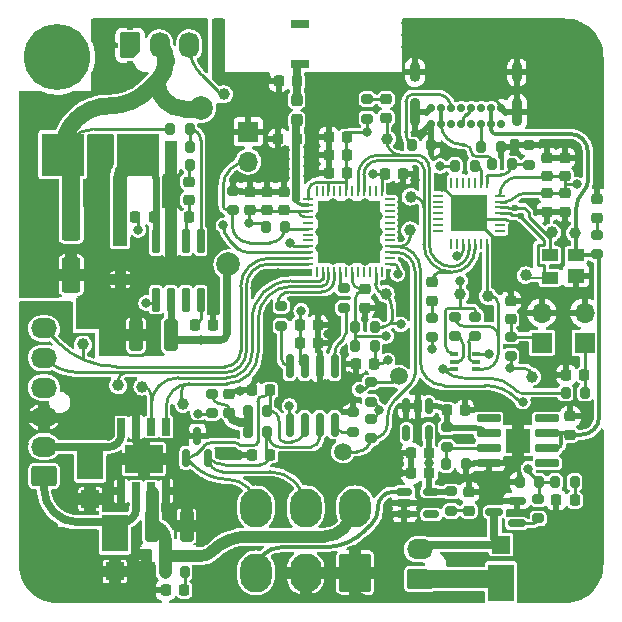
<source format=gbr>
%TF.GenerationSoftware,KiCad,Pcbnew,(6.0.2)*%
%TF.CreationDate,2022-07-13T14:29:06+01:00*%
%TF.ProjectId,Actuators Board,41637475-6174-46f7-9273-20426f617264,rev?*%
%TF.SameCoordinates,Original*%
%TF.FileFunction,Copper,L1,Top*%
%TF.FilePolarity,Positive*%
%FSLAX46Y46*%
G04 Gerber Fmt 4.6, Leading zero omitted, Abs format (unit mm)*
G04 Created by KiCad (PCBNEW (6.0.2)) date 2022-07-13 14:29:06*
%MOMM*%
%LPD*%
G01*
G04 APERTURE LIST*
G04 Aperture macros list*
%AMRoundRect*
0 Rectangle with rounded corners*
0 $1 Rounding radius*
0 $2 $3 $4 $5 $6 $7 $8 $9 X,Y pos of 4 corners*
0 Add a 4 corners polygon primitive as box body*
4,1,4,$2,$3,$4,$5,$6,$7,$8,$9,$2,$3,0*
0 Add four circle primitives for the rounded corners*
1,1,$1+$1,$2,$3*
1,1,$1+$1,$4,$5*
1,1,$1+$1,$6,$7*
1,1,$1+$1,$8,$9*
0 Add four rect primitives between the rounded corners*
20,1,$1+$1,$2,$3,$4,$5,0*
20,1,$1+$1,$4,$5,$6,$7,0*
20,1,$1+$1,$6,$7,$8,$9,0*
20,1,$1+$1,$8,$9,$2,$3,0*%
%AMFreePoly0*
4,1,23,0.945671,0.830970,1.026777,0.776777,1.080970,0.695671,1.100000,0.600000,1.100000,-0.600000,1.080970,-0.695671,1.026777,-0.776777,0.945671,-0.830970,0.850000,-0.850000,-0.450000,-0.850000,-0.545671,-0.830970,-0.626777,-0.776777,-0.626779,-0.776774,-1.026777,-0.376777,-1.080970,-0.295671,-1.100000,-0.200000,-1.100000,0.600000,-1.080970,0.695671,-1.026777,0.776777,-0.945671,0.830970,
-0.850000,0.850000,0.850000,0.850000,0.945671,0.830970,0.945671,0.830970,$1*%
G04 Aperture macros list end*
%TA.AperFunction,ComponentPad*%
%ADD10R,1.700000X1.700000*%
%TD*%
%TA.AperFunction,ComponentPad*%
%ADD11O,1.700000X1.700000*%
%TD*%
%TA.AperFunction,SMDPad,CuDef*%
%ADD12C,2.000000*%
%TD*%
%TA.AperFunction,SMDPad,CuDef*%
%ADD13RoundRect,0.200000X0.200000X0.275000X-0.200000X0.275000X-0.200000X-0.275000X0.200000X-0.275000X0*%
%TD*%
%TA.AperFunction,SMDPad,CuDef*%
%ADD14RoundRect,0.200000X-0.200000X-0.275000X0.200000X-0.275000X0.200000X0.275000X-0.200000X0.275000X0*%
%TD*%
%TA.AperFunction,SMDPad,CuDef*%
%ADD15C,1.000000*%
%TD*%
%TA.AperFunction,ComponentPad*%
%ADD16C,5.600000*%
%TD*%
%TA.AperFunction,SMDPad,CuDef*%
%ADD17RoundRect,0.200000X-0.275000X0.200000X-0.275000X-0.200000X0.275000X-0.200000X0.275000X0.200000X0*%
%TD*%
%TA.AperFunction,SMDPad,CuDef*%
%ADD18R,1.520000X1.500000*%
%TD*%
%TA.AperFunction,SMDPad,CuDef*%
%ADD19R,2.200000X3.100000*%
%TD*%
%TA.AperFunction,SMDPad,CuDef*%
%ADD20RoundRect,0.237500X0.237500X-0.287500X0.237500X0.287500X-0.237500X0.287500X-0.237500X-0.287500X0*%
%TD*%
%TA.AperFunction,SMDPad,CuDef*%
%ADD21RoundRect,0.250000X-0.325000X-1.100000X0.325000X-1.100000X0.325000X1.100000X-0.325000X1.100000X0*%
%TD*%
%TA.AperFunction,SMDPad,CuDef*%
%ADD22RoundRect,0.225000X0.225000X0.250000X-0.225000X0.250000X-0.225000X-0.250000X0.225000X-0.250000X0*%
%TD*%
%TA.AperFunction,SMDPad,CuDef*%
%ADD23RoundRect,0.200000X0.275000X-0.200000X0.275000X0.200000X-0.275000X0.200000X-0.275000X-0.200000X0*%
%TD*%
%TA.AperFunction,SMDPad,CuDef*%
%ADD24RoundRect,0.225000X-0.225000X-0.250000X0.225000X-0.250000X0.225000X0.250000X-0.225000X0.250000X0*%
%TD*%
%TA.AperFunction,SMDPad,CuDef*%
%ADD25R,0.700000X1.525000*%
%TD*%
%TA.AperFunction,SMDPad,CuDef*%
%ADD26R,3.200000X2.400000*%
%TD*%
%TA.AperFunction,ComponentPad*%
%ADD27RoundRect,0.250000X0.850000X0.600000X-0.850000X0.600000X-0.850000X-0.600000X0.850000X-0.600000X0*%
%TD*%
%TA.AperFunction,ComponentPad*%
%ADD28O,2.200000X1.700000*%
%TD*%
%TA.AperFunction,SMDPad,CuDef*%
%ADD29RoundRect,0.250000X-0.550000X1.250000X-0.550000X-1.250000X0.550000X-1.250000X0.550000X1.250000X0*%
%TD*%
%TA.AperFunction,ComponentPad*%
%ADD30RoundRect,0.250001X1.099999X1.399999X-1.099999X1.399999X-1.099999X-1.399999X1.099999X-1.399999X0*%
%TD*%
%TA.AperFunction,ComponentPad*%
%ADD31O,2.700000X3.300000*%
%TD*%
%TA.AperFunction,SMDPad,CuDef*%
%ADD32RoundRect,0.225000X-0.250000X0.225000X-0.250000X-0.225000X0.250000X-0.225000X0.250000X0.225000X0*%
%TD*%
%TA.AperFunction,SMDPad,CuDef*%
%ADD33RoundRect,0.150000X0.587500X0.150000X-0.587500X0.150000X-0.587500X-0.150000X0.587500X-0.150000X0*%
%TD*%
%TA.AperFunction,SMDPad,CuDef*%
%ADD34RoundRect,0.218750X-0.218750X-0.256250X0.218750X-0.256250X0.218750X0.256250X-0.218750X0.256250X0*%
%TD*%
%TA.AperFunction,SMDPad,CuDef*%
%ADD35RoundRect,0.218750X-0.256250X0.218750X-0.256250X-0.218750X0.256250X-0.218750X0.256250X0.218750X0*%
%TD*%
%TA.AperFunction,SMDPad,CuDef*%
%ADD36RoundRect,0.150000X-0.512500X-0.150000X0.512500X-0.150000X0.512500X0.150000X-0.512500X0.150000X0*%
%TD*%
%TA.AperFunction,ComponentPad*%
%ADD37C,0.700000*%
%TD*%
%TA.AperFunction,ComponentPad*%
%ADD38O,0.900000X1.700000*%
%TD*%
%TA.AperFunction,ComponentPad*%
%ADD39O,0.900000X2.400000*%
%TD*%
%TA.AperFunction,SMDPad,CuDef*%
%ADD40RoundRect,0.225000X0.250000X-0.225000X0.250000X0.225000X-0.250000X0.225000X-0.250000X-0.225000X0*%
%TD*%
%TA.AperFunction,SMDPad,CuDef*%
%ADD41RoundRect,0.218750X0.256250X-0.218750X0.256250X0.218750X-0.256250X0.218750X-0.256250X-0.218750X0*%
%TD*%
%TA.AperFunction,SMDPad,CuDef*%
%ADD42C,1.500000*%
%TD*%
%TA.AperFunction,SMDPad,CuDef*%
%ADD43RoundRect,0.042000X0.258000X-0.943000X0.258000X0.943000X-0.258000X0.943000X-0.258000X-0.943000X0*%
%TD*%
%TA.AperFunction,SMDPad,CuDef*%
%ADD44R,1.200000X0.900000*%
%TD*%
%TA.AperFunction,SMDPad,CuDef*%
%ADD45RoundRect,0.042000X0.943000X0.258000X-0.943000X0.258000X-0.943000X-0.258000X0.943000X-0.258000X0*%
%TD*%
%TA.AperFunction,SMDPad,CuDef*%
%ADD46R,2.150000X2.150000*%
%TD*%
%TA.AperFunction,SMDPad,CuDef*%
%ADD47RoundRect,0.250000X0.325000X1.100000X-0.325000X1.100000X-0.325000X-1.100000X0.325000X-1.100000X0*%
%TD*%
%TA.AperFunction,SMDPad,CuDef*%
%ADD48RoundRect,0.150000X-0.150000X0.825000X-0.150000X-0.825000X0.150000X-0.825000X0.150000X0.825000X0*%
%TD*%
%TA.AperFunction,ComponentPad*%
%ADD49FreePoly0,90.000000*%
%TD*%
%TA.AperFunction,ComponentPad*%
%ADD50O,1.700000X2.200000*%
%TD*%
%TA.AperFunction,SMDPad,CuDef*%
%ADD51R,0.650000X0.400000*%
%TD*%
%TA.AperFunction,SMDPad,CuDef*%
%ADD52RoundRect,0.150000X-0.150000X0.512500X-0.150000X-0.512500X0.150000X-0.512500X0.150000X0.512500X0*%
%TD*%
%TA.AperFunction,SMDPad,CuDef*%
%ADD53R,0.900000X0.254000*%
%TD*%
%TA.AperFunction,SMDPad,CuDef*%
%ADD54R,0.254000X0.900000*%
%TD*%
%TA.AperFunction,SMDPad,CuDef*%
%ADD55R,3.100000X3.100000*%
%TD*%
%TA.AperFunction,SMDPad,CuDef*%
%ADD56RoundRect,0.062500X-0.337500X-0.062500X0.337500X-0.062500X0.337500X0.062500X-0.337500X0.062500X0*%
%TD*%
%TA.AperFunction,SMDPad,CuDef*%
%ADD57RoundRect,0.062500X-0.062500X-0.337500X0.062500X-0.337500X0.062500X0.337500X-0.062500X0.337500X0*%
%TD*%
%TA.AperFunction,SMDPad,CuDef*%
%ADD58R,5.300000X5.300000*%
%TD*%
%TA.AperFunction,SMDPad,CuDef*%
%ADD59R,1.600000X0.800000*%
%TD*%
%TA.AperFunction,SMDPad,CuDef*%
%ADD60R,3.600000X3.600000*%
%TD*%
%TA.AperFunction,SMDPad,CuDef*%
%ADD61RoundRect,0.150000X0.150000X-0.587500X0.150000X0.587500X-0.150000X0.587500X-0.150000X-0.587500X0*%
%TD*%
%TA.AperFunction,SMDPad,CuDef*%
%ADD62R,1.400000X1.200000*%
%TD*%
%TA.AperFunction,SMDPad,CuDef*%
%ADD63R,1.400000X1.000000*%
%TD*%
%TA.AperFunction,ComponentPad*%
%ADD64FreePoly0,180.000000*%
%TD*%
%TA.AperFunction,ViaPad*%
%ADD65C,0.800000*%
%TD*%
%TA.AperFunction,ViaPad*%
%ADD66C,0.600000*%
%TD*%
%TA.AperFunction,Conductor*%
%ADD67C,0.250000*%
%TD*%
%TA.AperFunction,Conductor*%
%ADD68C,0.700000*%
%TD*%
%TA.AperFunction,Conductor*%
%ADD69C,0.500000*%
%TD*%
%TA.AperFunction,Conductor*%
%ADD70C,0.300000*%
%TD*%
%TA.AperFunction,Conductor*%
%ADD71C,0.350000*%
%TD*%
%TA.AperFunction,Conductor*%
%ADD72C,0.800000*%
%TD*%
%TA.AperFunction,Conductor*%
%ADD73C,0.550000*%
%TD*%
%TA.AperFunction,Conductor*%
%ADD74C,1.200000*%
%TD*%
%TA.AperFunction,Conductor*%
%ADD75C,0.600000*%
%TD*%
%TA.AperFunction,Conductor*%
%ADD76C,0.700665*%
%TD*%
%TA.AperFunction,Conductor*%
%ADD77C,0.261112*%
%TD*%
%TA.AperFunction,Conductor*%
%ADD78C,0.200000*%
%TD*%
%TA.AperFunction,Conductor*%
%ADD79C,1.400000*%
%TD*%
%TA.AperFunction,Conductor*%
%ADD80C,1.500000*%
%TD*%
%TA.AperFunction,Conductor*%
%ADD81C,1.100000*%
%TD*%
%TA.AperFunction,Conductor*%
%ADD82C,1.000000*%
%TD*%
G04 APERTURE END LIST*
D10*
%TO.P,J6,1,Pin_1*%
%TO.N,GND*%
X74670000Y-39830000D03*
D11*
%TO.P,J6,2,Pin_2*%
%TO.N,/SSRGPIO*%
X74670000Y-42370000D03*
%TD*%
D12*
%TO.P,TP14,1,1*%
%TO.N,+24V*%
X72980000Y-51060000D03*
%TD*%
D13*
%TO.P,R13,1*%
%TO.N,Net-(R13-Pad1)*%
X102300000Y-69500000D03*
%TO.P,R13,2*%
%TO.N,/SolEN*%
X100650000Y-69500000D03*
%TD*%
D14*
%TO.P,R4,1*%
%TO.N,+24V*%
X67625000Y-77150000D03*
%TO.P,R4,2*%
%TO.N,Net-(24VLED1-Pad2)*%
X69275000Y-77150000D03*
%TD*%
D15*
%TO.P,TP24,1,1*%
%TO.N,/HBridgeDIR1*%
X69120000Y-62910000D03*
%TD*%
D16*
%TO.P,H1,1,1*%
%TO.N,GND*%
X58500000Y-76500000D03*
%TD*%
D17*
%TO.P,R27,1*%
%TO.N,/CAN_RX*%
X77450000Y-54625000D03*
%TO.P,R27,2*%
%TO.N,Net-(R27-Pad2)*%
X77450000Y-56275000D03*
%TD*%
D18*
%TO.P,D11,A*%
%TO.N,GND*%
X63360000Y-77070000D03*
D19*
%TO.P,D11,C*%
%TO.N,/Motor+*%
X63360000Y-73850000D03*
%TD*%
D20*
%TO.P,L1,1,1*%
%TO.N,/LNA_IN*%
X78775000Y-38875000D03*
%TO.P,L1,2,2*%
%TO.N,Net-(ANT1-Pad1)*%
X78775000Y-37125000D03*
%TD*%
D21*
%TO.P,C7,1*%
%TO.N,+24V*%
X66500000Y-73237500D03*
%TO.P,C7,2*%
%TO.N,GND*%
X69450000Y-73237500D03*
%TD*%
D14*
%TO.P,R3,1*%
%TO.N,VBUS*%
X95325000Y-42590000D03*
%TO.P,R3,2*%
%TO.N,Net-(R3-Pad2)*%
X96975000Y-42590000D03*
%TD*%
D22*
%TO.P,C5,1*%
%TO.N,+3V3*%
X83025000Y-41800000D03*
%TO.P,C5,2*%
%TO.N,GND*%
X81475000Y-41800000D03*
%TD*%
D17*
%TO.P,R35,1*%
%TO.N,+3V3*%
X85040000Y-64135000D03*
%TO.P,R35,2*%
%TO.N,/ES2GPIO*%
X85040000Y-65785000D03*
%TD*%
D23*
%TO.P,R28,1*%
%TO.N,Net-(R28-Pad1)*%
X83550000Y-65225000D03*
%TO.P,R28,2*%
%TO.N,GND*%
X83550000Y-63575000D03*
%TD*%
D24*
%TO.P,C36,1*%
%TO.N,GND*%
X74950000Y-67200000D03*
%TO.P,C36,2*%
%TO.N,/CAN_HIGH*%
X76500000Y-67200000D03*
%TD*%
D25*
%TO.P,IC1,1,GND_1*%
%TO.N,GND*%
X63920000Y-70262000D03*
%TO.P,IC1,2,OUT1*%
%TO.N,/Motor+*%
X65190000Y-70262000D03*
%TO.P,IC1,3,VCC*%
%TO.N,+24V*%
X66460000Y-70262000D03*
%TO.P,IC1,4,GND_2*%
%TO.N,GND*%
X67730000Y-70262000D03*
%TO.P,IC1,5,IN1*%
%TO.N,/HBridgeDIR1*%
X67730000Y-64838000D03*
%TO.P,IC1,6,IN2*%
%TO.N,/HBridgeDIR2*%
X66460000Y-64838000D03*
%TO.P,IC1,7,TEST*%
%TO.N,GND*%
X65190000Y-64838000D03*
%TO.P,IC1,8,OUT2*%
%TO.N,/Motor-*%
X63920000Y-64838000D03*
D26*
%TO.P,IC1,9,GND*%
%TO.N,GND*%
X65825000Y-67550000D03*
%TD*%
D27*
%TO.P,J5,1,Pin_1*%
%TO.N,/Motor+*%
X57370000Y-69000000D03*
D28*
%TO.P,J5,2,Pin_2*%
%TO.N,/Motor-*%
X57370000Y-66500000D03*
%TO.P,J5,3,Pin_3*%
%TO.N,GND*%
X57370000Y-64000000D03*
%TO.P,J5,4,Pin_4*%
%TO.N,+3V3*%
X57370000Y-61500000D03*
%TO.P,J5,5,Pin_5*%
%TO.N,/Hall1*%
X57370000Y-59000000D03*
%TO.P,J5,6,Pin_6*%
%TO.N,/Hall2*%
X57370000Y-56500000D03*
%TD*%
D15*
%TO.P,TP16,1,1*%
%TO.N,/HBridgeDIR2*%
X65700000Y-61425000D03*
%TD*%
D14*
%TO.P,R30,1*%
%TO.N,Net-(C35-Pad1)*%
X74615000Y-63520000D03*
%TO.P,R30,2*%
%TO.N,/CAN_LOW*%
X76265000Y-63520000D03*
%TD*%
D15*
%TO.P,TP4,1,1*%
%TO.N,/DTR*%
X94970000Y-53760229D03*
%TD*%
D29*
%TO.P,C19,1*%
%TO.N,+6V*%
X59675000Y-47575000D03*
%TO.P,C19,2*%
%TO.N,GND*%
X59675000Y-51975000D03*
%TD*%
D23*
%TO.P,R31,1*%
%TO.N,/SSRGPIO*%
X73340000Y-46505000D03*
%TO.P,R31,2*%
%TO.N,GND*%
X73340000Y-44855000D03*
%TD*%
%TO.P,R10,1*%
%TO.N,+3V3*%
X84750000Y-38725000D03*
%TO.P,R10,2*%
%TO.N,Net-(R10-Pad2)*%
X84750000Y-37075000D03*
%TD*%
D17*
%TO.P,R26,1*%
%TO.N,/CAN_TX*%
X82750000Y-53100000D03*
%TO.P,R26,2*%
%TO.N,Net-(R26-Pad2)*%
X82750000Y-54750000D03*
%TD*%
D30*
%TO.P,J1,1,Pin_1*%
%TO.N,GND*%
X83725000Y-77190000D03*
D31*
%TO.P,J1,2,Pin_2*%
X79525000Y-77190000D03*
%TO.P,J1,3,Pin_3*%
%TO.N,Net-(J1-Pad3)*%
X75325000Y-77190000D03*
%TO.P,J1,4,Pin_4*%
%TO.N,+24V*%
X83725000Y-71690000D03*
%TO.P,J1,5,Pin_5*%
%TO.N,/CAN_HIGH*%
X79525000Y-71690000D03*
%TO.P,J1,6,Pin_6*%
%TO.N,/CAN_LOW*%
X75325000Y-71690000D03*
%TD*%
D32*
%TO.P,C10,1*%
%TO.N,GND*%
X99980000Y-42045000D03*
%TO.P,C10,2*%
%TO.N,+3V3*%
X99980000Y-43595000D03*
%TD*%
D33*
%TO.P,Q2,1,G*%
%TO.N,Net-(Q2-Pad1)*%
X97387500Y-72987500D03*
%TO.P,Q2,2,S*%
%TO.N,GND*%
X97387500Y-71087500D03*
%TO.P,Q2,3,D*%
%TO.N,/SolGND*%
X95512500Y-72037500D03*
%TD*%
D22*
%TO.P,C11,1*%
%TO.N,/LNA_IN*%
X78775000Y-40425000D03*
%TO.P,C11,2*%
%TO.N,GND*%
X77225000Y-40425000D03*
%TD*%
D24*
%TO.P,C6,1*%
%TO.N,Net-(C6-Pad1)*%
X70167039Y-56172038D03*
%TO.P,C6,2*%
%TO.N,GND*%
X71717039Y-56172038D03*
%TD*%
D34*
%TO.P,24VLED1,1,K*%
%TO.N,GND*%
X67662500Y-78650000D03*
%TO.P,24VLED1,2,A*%
%TO.N,Net-(24VLED1-Pad2)*%
X69237500Y-78650000D03*
%TD*%
D35*
%TO.P,3V3LED1,1,K*%
%TO.N,GND*%
X93362500Y-70337500D03*
%TO.P,3V3LED1,2,A*%
%TO.N,Net-(3V3LED1-Pad2)*%
X93362500Y-71912500D03*
%TD*%
D36*
%TO.P,U5,1,IN*%
%TO.N,Net-(J1-Pad3)*%
X87887500Y-70325000D03*
%TO.P,U5,2,GND*%
%TO.N,GND*%
X87887500Y-71275000D03*
%TO.P,U5,3,CTL*%
X87887500Y-72225000D03*
%TO.P,U5,4,STAT*%
%TO.N,unconnected-(U5-Pad4)*%
X90162500Y-72225000D03*
%TO.P,U5,5,OUT*%
%TO.N,+3V3*%
X90162500Y-70325000D03*
%TD*%
D24*
%TO.P,C34,1*%
%TO.N,+3V3*%
X79015000Y-57700000D03*
%TO.P,C34,2*%
%TO.N,GND*%
X80565000Y-57700000D03*
%TD*%
D35*
%TO.P,TXLED1,1,K*%
%TO.N,/TXD*%
X90205000Y-52585000D03*
%TO.P,TXLED1,2,A*%
%TO.N,Net-(R11-Pad2)*%
X90205000Y-54160000D03*
%TD*%
D14*
%TO.P,R7,1*%
%TO.N,+3V3*%
X83725000Y-57970000D03*
%TO.P,R7,2*%
%TO.N,/EN*%
X85375000Y-57970000D03*
%TD*%
D18*
%TO.P,D9,A*%
%TO.N,/SolGND*%
X96075000Y-74790000D03*
D19*
%TO.P,D9,C*%
%TO.N,+24V*%
X96075000Y-78010000D03*
%TD*%
D37*
%TO.P,J3,A1,GND*%
%TO.N,GND*%
X96085000Y-39165000D03*
%TO.P,J3,A4,VBUS*%
%TO.N,VBUS*%
X95235000Y-39165000D03*
%TO.P,J3,A5,CC1*%
%TO.N,Net-(J3-PadA5)*%
X94385000Y-39165000D03*
%TO.P,J3,A6,D+*%
%TO.N,/USB -> UART/Data+*%
X93535000Y-39165000D03*
%TO.P,J3,A7,D-*%
%TO.N,/USB -> UART/Data-*%
X92685000Y-39165000D03*
%TO.P,J3,A8,SBU1*%
%TO.N,unconnected-(J3-PadA8)*%
X91835000Y-39165000D03*
%TO.P,J3,A9,VBUS*%
%TO.N,VBUS*%
X90985000Y-39165000D03*
%TO.P,J3,A12,GND*%
%TO.N,GND*%
X90135000Y-39165000D03*
%TO.P,J3,B1,GND*%
X90135000Y-37815000D03*
%TO.P,J3,B4,VBUS*%
%TO.N,VBUS*%
X90985000Y-37815000D03*
%TO.P,J3,B5,CC2*%
%TO.N,Net-(J3-PadB5)*%
X91835000Y-37815000D03*
%TO.P,J3,B6,D+*%
%TO.N,/USB -> UART/Data+*%
X92685000Y-37815000D03*
%TO.P,J3,B7,D-*%
%TO.N,/USB -> UART/Data-*%
X93535000Y-37815000D03*
%TO.P,J3,B8,SBU2*%
%TO.N,unconnected-(J3-PadB8)*%
X94385000Y-37815000D03*
%TO.P,J3,B9,VBUS*%
%TO.N,VBUS*%
X95235000Y-37815000D03*
%TO.P,J3,B12,GND*%
%TO.N,GND*%
X96085000Y-37815000D03*
D38*
%TO.P,J3,S1,SHIELD*%
X97435000Y-34805000D03*
D39*
X97435000Y-38185000D03*
X88785000Y-38185000D03*
D38*
X88785000Y-34805000D03*
%TD*%
D17*
%TO.P,R24,1*%
%TO.N,Net-(C25-Pad2)*%
X91500000Y-64875000D03*
%TO.P,R24,2*%
%TO.N,Net-(R24-Pad2)*%
X91500000Y-66525000D03*
%TD*%
D40*
%TO.P,C1,1*%
%TO.N,Net-(C1-Pad1)*%
X96890855Y-55730000D03*
%TO.P,C1,2*%
%TO.N,GND*%
X96890855Y-54180000D03*
%TD*%
D13*
%TO.P,R16,1*%
%TO.N,GND*%
X90143540Y-41007319D03*
%TO.P,R16,2*%
%TO.N,Net-(J3-PadB5)*%
X88493540Y-41007319D03*
%TD*%
D23*
%TO.P,R34,1*%
%TO.N,+3V3*%
X85040000Y-62705000D03*
%TO.P,R34,2*%
%TO.N,/ES1GPIO*%
X85040000Y-61055000D03*
%TD*%
D41*
%TO.P,RXLED1,1,K*%
%TO.N,/RXD*%
X86350000Y-38662500D03*
%TO.P,RXLED1,2,A*%
%TO.N,Net-(R10-Pad2)*%
X86350000Y-37087500D03*
%TD*%
D13*
%TO.P,R20,1*%
%TO.N,Net-(C15-Pad2)*%
X69712039Y-42628088D03*
%TO.P,R20,2*%
%TO.N,GND*%
X68062039Y-42628088D03*
%TD*%
D18*
%TO.P,D10,A*%
%TO.N,GND*%
X61300000Y-70960000D03*
D19*
%TO.P,D10,C*%
%TO.N,/Motor-*%
X61300000Y-67740000D03*
%TD*%
D23*
%TO.P,R14,1*%
%TO.N,Net-(3V3LED1-Pad2)*%
X91862500Y-71950000D03*
%TO.P,R14,2*%
%TO.N,+3V3*%
X91862500Y-70300000D03*
%TD*%
D14*
%TO.P,R22,1*%
%TO.N,+6V*%
X68062039Y-39627038D03*
%TO.P,R22,2*%
%TO.N,/VSENSE*%
X69712039Y-39627038D03*
%TD*%
D23*
%TO.P,R21,1*%
%TO.N,Net-(Q2-Pad1)*%
X99231049Y-72585418D03*
%TO.P,R21,2*%
%TO.N,/SolEN*%
X99231049Y-70935418D03*
%TD*%
D16*
%TO.P,H2,1,1*%
%TO.N,GND*%
X101500000Y-33500000D03*
%TD*%
D23*
%TO.P,R2,1*%
%TO.N,Net-(Q1-Pad5)*%
X93890000Y-57150229D03*
%TO.P,R2,2*%
%TO.N,/RTS*%
X93890000Y-55500229D03*
%TD*%
D17*
%TO.P,R6,1*%
%TO.N,GND*%
X98440000Y-41005000D03*
%TO.P,R6,2*%
%TO.N,Net-(R3-Pad2)*%
X98440000Y-42655000D03*
%TD*%
D42*
%TO.P,J7,1,Pin_1*%
%TO.N,/ES1GPIO*%
X87400000Y-60560000D03*
%TD*%
D35*
%TO.P,USBLED1,1,K*%
%TO.N,GND*%
X104170000Y-45535000D03*
%TO.P,USBLED1,2,A*%
%TO.N,Net-(R18-Pad2)*%
X104170000Y-47110000D03*
%TD*%
D15*
%TO.P,TP11,1,1*%
%TO.N,/TXD*%
X88410000Y-45340000D03*
%TD*%
D22*
%TO.P,C17,1*%
%TO.N,+24V*%
X67625000Y-75637500D03*
%TO.P,C17,2*%
%TO.N,GND*%
X66075000Y-75637500D03*
%TD*%
%TO.P,C22,1*%
%TO.N,+3V3*%
X90012500Y-68775000D03*
%TO.P,C22,2*%
%TO.N,GND*%
X88462500Y-68775000D03*
%TD*%
D43*
%TO.P,U2,1,BOOT*%
%TO.N,Net-(C16-Pad1)*%
X66835000Y-54055019D03*
%TO.P,U2,2,VIN*%
%TO.N,+24V*%
X68105000Y-54055019D03*
%TO.P,U2,3,EN*%
%TO.N,unconnected-(U2-Pad3)*%
X69375000Y-54055019D03*
%TO.P,U2,4,SS*%
%TO.N,Net-(C6-Pad1)*%
X70645000Y-54055019D03*
%TO.P,U2,5,VSENSE*%
%TO.N,/VSENSE*%
X70645000Y-49115019D03*
%TO.P,U2,6,COMP*%
%TO.N,Net-(C13-Pad1)*%
X69375000Y-49115019D03*
%TO.P,U2,7,GND*%
%TO.N,GND*%
X68105000Y-49115019D03*
%TO.P,U2,8,PH*%
%TO.N,Net-(C16-Pad2)*%
X66835000Y-49115019D03*
%TD*%
D44*
%TO.P,D8,1,K*%
%TO.N,Net-(C16-Pad2)*%
X63837039Y-49077038D03*
%TO.P,D8,2,A*%
%TO.N,GND*%
X63837039Y-52377038D03*
%TD*%
D24*
%TO.P,C37,1*%
%TO.N,GND*%
X74950000Y-61750000D03*
%TO.P,C37,2*%
%TO.N,/CAN_LOW*%
X76500000Y-61750000D03*
%TD*%
D15*
%TO.P,TP1,1,1*%
%TO.N,/RTS*%
X92630000Y-53610229D03*
%TD*%
%TO.P,TP3,1,1*%
%TO.N,/Hall1*%
X63625000Y-61325000D03*
%TD*%
D45*
%TO.P,U6,1,PGOOD*%
%TO.N,unconnected-(U6-Pad1)*%
X99960000Y-67905000D03*
%TO.P,U6,2,EN*%
%TO.N,VBUS*%
X99960000Y-66635000D03*
%TO.P,U6,3,VIN*%
X99960000Y-65365000D03*
%TO.P,U6,4,VDD*%
%TO.N,unconnected-(U6-Pad4)*%
X99960000Y-64095000D03*
%TO.P,U6,5*%
%TO.N,N/C*%
X95020000Y-64095000D03*
%TO.P,U6,6,VOUT*%
%TO.N,Net-(C25-Pad2)*%
X95020000Y-65365000D03*
%TO.P,U6,7,ADJ*%
%TO.N,Net-(R24-Pad2)*%
X95020000Y-66635000D03*
%TO.P,U6,8,GND*%
%TO.N,GND*%
X95020000Y-67905000D03*
D46*
%TO.P,U6,9,GND*%
X97490000Y-66000000D03*
%TD*%
D22*
%TO.P,C23,1*%
%TO.N,+3V3*%
X90000000Y-67075000D03*
%TO.P,C23,2*%
%TO.N,GND*%
X88450000Y-67075000D03*
%TD*%
D15*
%TO.P,TP18,1,1*%
%TO.N,/USB -> UART/Data+*%
X98150000Y-52000000D03*
%TD*%
D10*
%TO.P,BOOTJUMPER1,1,Pin_1*%
%TO.N,Net-(BOOTJUMPER1-Pad1)*%
X103150000Y-57700000D03*
D11*
%TO.P,BOOTJUMPER1,2,Pin_2*%
%TO.N,GND*%
X103150000Y-55160000D03*
%TD*%
D47*
%TO.P,C14,1*%
%TO.N,+24V*%
X68100000Y-57042519D03*
%TO.P,C14,2*%
%TO.N,GND*%
X65150000Y-57042519D03*
%TD*%
D15*
%TO.P,TP5,1,1*%
%TO.N,/EN*%
X98715855Y-60580000D03*
%TD*%
D48*
%TO.P,U4,1,D*%
%TO.N,Net-(R26-Pad2)*%
X81980000Y-59700000D03*
%TO.P,U4,2,GND*%
%TO.N,GND*%
X80710000Y-59700000D03*
%TO.P,U4,3,VCC*%
%TO.N,+3V3*%
X79440000Y-59700000D03*
%TO.P,U4,4,R*%
%TO.N,Net-(R27-Pad2)*%
X78170000Y-59700000D03*
%TO.P,U4,5,Vref*%
%TO.N,/CAN-BUS/Vref*%
X78170000Y-64650000D03*
%TO.P,U4,6,CANL*%
%TO.N,/CAN_LOW*%
X79440000Y-64650000D03*
%TO.P,U4,7,CANH*%
%TO.N,/CAN_HIGH*%
X80710000Y-64650000D03*
%TO.P,U4,8,Rs*%
%TO.N,Net-(R28-Pad1)*%
X81980000Y-64650000D03*
%TD*%
D10*
%TO.P,ENJUMPER1,1,Pin_1*%
%TO.N,Net-(C1-Pad1)*%
X99530855Y-57700000D03*
D11*
%TO.P,ENJUMPER1,2,Pin_2*%
%TO.N,GND*%
X99530855Y-55160000D03*
%TD*%
D15*
%TO.P,TP13,1,1*%
%TO.N,/SolEN*%
X88370000Y-48190000D03*
%TD*%
D23*
%TO.P,R33,1*%
%TO.N,/CAN-BUS/Vref*%
X71575000Y-63675000D03*
%TO.P,R33,2*%
%TO.N,Net-(C35-Pad1)*%
X71575000Y-62025000D03*
%TD*%
D24*
%TO.P,C33,1*%
%TO.N,+3V3*%
X79015000Y-56200000D03*
%TO.P,C33,2*%
%TO.N,GND*%
X80565000Y-56200000D03*
%TD*%
D14*
%TO.P,R32,1*%
%TO.N,+3V3*%
X76135000Y-47920000D03*
%TO.P,R32,2*%
%TO.N,/SSRGPIO*%
X77785000Y-47920000D03*
%TD*%
%TO.P,R15,1*%
%TO.N,Net-(J3-PadA5)*%
X94384388Y-41097834D03*
%TO.P,R15,2*%
%TO.N,GND*%
X96034388Y-41097834D03*
%TD*%
D49*
%TO.P,J4,1,Pin_1*%
%TO.N,GND*%
X64675000Y-32525000D03*
D50*
%TO.P,J4,2,Pin_2*%
%TO.N,+6V*%
X67175000Y-32525000D03*
%TO.P,J4,3,Pin_3*%
%TO.N,/ServoPWM*%
X69675000Y-32525000D03*
%TD*%
D23*
%TO.P,R5,1*%
%TO.N,/EN*%
X96890855Y-58840000D03*
%TO.P,R5,2*%
%TO.N,Net-(C1-Pad1)*%
X96890855Y-57190000D03*
%TD*%
D14*
%TO.P,R9,1*%
%TO.N,/BOOT*%
X101530855Y-61950000D03*
%TO.P,R9,2*%
%TO.N,Net-(BOOTJUMPER1-Pad1)*%
X103180855Y-61950000D03*
%TD*%
D51*
%TO.P,Q1,1,E1*%
%TO.N,/RTS*%
X92090000Y-58650229D03*
%TO.P,Q1,2,B1*%
%TO.N,Net-(Q1-Pad2)*%
X92090000Y-59300229D03*
%TO.P,Q1,3,C2*%
%TO.N,/BOOT*%
X92090000Y-59950229D03*
%TO.P,Q1,4,E2*%
%TO.N,/DTR*%
X93990000Y-59950229D03*
%TO.P,Q1,5,B2*%
%TO.N,Net-(Q1-Pad5)*%
X93990000Y-59300229D03*
%TO.P,Q1,6,C1*%
%TO.N,/EN*%
X93990000Y-58650229D03*
%TD*%
D22*
%TO.P,C26,1*%
%TO.N,+3V3*%
X83025000Y-40300000D03*
%TO.P,C26,2*%
%TO.N,GND*%
X81475000Y-40300000D03*
%TD*%
D52*
%TO.P,U7,1,IN*%
%TO.N,Net-(C25-Pad2)*%
X89950000Y-63087500D03*
%TO.P,U7,2,GND*%
%TO.N,GND*%
X89000000Y-63087500D03*
%TO.P,U7,3,CTL*%
X88050000Y-63087500D03*
%TO.P,U7,4,STAT*%
%TO.N,unconnected-(U7-Pad4)*%
X88050000Y-65362500D03*
%TO.P,U7,5,OUT*%
%TO.N,+3V3*%
X89950000Y-65362500D03*
%TD*%
D13*
%TO.P,R12,1*%
%TO.N,/SolEN*%
X99300000Y-69500000D03*
%TO.P,R12,2*%
%TO.N,GND*%
X97650000Y-69500000D03*
%TD*%
D32*
%TO.P,C30,1*%
%TO.N,+3V3*%
X84510000Y-53175000D03*
%TO.P,C30,2*%
%TO.N,GND*%
X84510000Y-54725000D03*
%TD*%
D16*
%TO.P,H3,1,1*%
%TO.N,GND*%
X101500000Y-76500000D03*
%TD*%
D53*
%TO.P,U3,1,DCD*%
%TO.N,unconnected-(U3-Pad1)*%
X95953250Y-48250000D03*
%TO.P,U3,2,RI*%
%TO.N,unconnected-(U3-Pad2)*%
X95953250Y-47750000D03*
%TO.P,U3,3,GND*%
%TO.N,GND*%
X95953250Y-47250000D03*
%TO.P,U3,4,D+*%
%TO.N,/USB -> UART/Data+*%
X95953250Y-46750000D03*
%TO.P,U3,5,D-*%
%TO.N,/USB -> UART/Data-*%
X95953250Y-46250000D03*
%TO.P,U3,6,VDD*%
%TO.N,+3V3*%
X95953250Y-45750000D03*
%TO.P,U3,7,REGIN*%
X95953250Y-45250000D03*
D54*
%TO.P,U3,8,VBUS*%
%TO.N,Net-(R3-Pad2)*%
X94863250Y-44160000D03*
%TO.P,U3,9,~{RST}*%
%TO.N,Net-(R17-Pad2)*%
X94363250Y-44160000D03*
%TO.P,U3,10,NC*%
%TO.N,unconnected-(U3-Pad10)*%
X93863250Y-44160000D03*
%TO.P,U3,11,~{SUSPEND}*%
%TO.N,unconnected-(U3-Pad11)*%
X93363250Y-44160000D03*
%TO.P,U3,12,SUSPEND*%
%TO.N,unconnected-(U3-Pad12)*%
X92863250Y-44160000D03*
%TO.P,U3,13,NC@1*%
%TO.N,unconnected-(U3-Pad13)*%
X92363250Y-44160000D03*
%TO.P,U3,14,NC@2*%
%TO.N,unconnected-(U3-Pad14)*%
X91863250Y-44160000D03*
D53*
%TO.P,U3,15,NC@3*%
%TO.N,unconnected-(U3-Pad15)*%
X90773250Y-45250000D03*
%TO.P,U3,16,NC@4*%
%TO.N,unconnected-(U3-Pad16)*%
X90773250Y-45750000D03*
%TO.P,U3,17,NC@5*%
%TO.N,unconnected-(U3-Pad17)*%
X90773250Y-46250000D03*
%TO.P,U3,18,NC/VPP*%
%TO.N,unconnected-(U3-Pad18)*%
X90773250Y-46750000D03*
%TO.P,U3,19,NC@6*%
%TO.N,unconnected-(U3-Pad19)*%
X90773250Y-47250000D03*
%TO.P,U3,20,NC@7*%
%TO.N,unconnected-(U3-Pad20)*%
X90773250Y-47750000D03*
%TO.P,U3,21,NC@8*%
%TO.N,unconnected-(U3-Pad21)*%
X90773250Y-48250000D03*
D54*
%TO.P,U3,22,NC@9*%
%TO.N,unconnected-(U3-Pad22)*%
X91863250Y-49340000D03*
%TO.P,U3,23,CTS*%
%TO.N,unconnected-(U3-Pad23)*%
X92363250Y-49340000D03*
%TO.P,U3,24,RTS*%
%TO.N,/RTS*%
X92863250Y-49340000D03*
%TO.P,U3,25,RXD*%
%TO.N,/RXD*%
X93363250Y-49340000D03*
%TO.P,U3,26,TXD*%
%TO.N,/TXD*%
X93863250Y-49340000D03*
%TO.P,U3,27,DSR*%
%TO.N,unconnected-(U3-Pad27)*%
X94363250Y-49340000D03*
%TO.P,U3,28,DTR*%
%TO.N,/DTR*%
X94863250Y-49340000D03*
D55*
%TO.P,U3,29,GND@1*%
%TO.N,GND*%
X93363250Y-46750000D03*
%TD*%
D15*
%TO.P,TP17,1,1*%
%TO.N,/USB -> UART/Data-*%
X100370000Y-48360000D03*
%TD*%
D22*
%TO.P,C3,1*%
%TO.N,Net-(BOOTJUMPER1-Pad1)*%
X103130855Y-60425000D03*
%TO.P,C3,2*%
%TO.N,GND*%
X101580855Y-60425000D03*
%TD*%
D23*
%TO.P,R11,1*%
%TO.N,+3V3*%
X90200000Y-57225000D03*
%TO.P,R11,2*%
%TO.N,Net-(R11-Pad2)*%
X90200000Y-55575000D03*
%TD*%
D56*
%TO.P,U1,1,VDDA*%
%TO.N,+3V3*%
X79760000Y-45550000D03*
%TO.P,U1,2,LNA_IN*%
%TO.N,/LNA_IN*%
X79760000Y-46050000D03*
%TO.P,U1,3,VDDA3P3*%
%TO.N,+3V3*%
X79760000Y-46550000D03*
%TO.P,U1,4,VDDA3P3*%
X79760000Y-47050000D03*
%TO.P,U1,5,SENSOR_VP*%
%TO.N,unconnected-(U1-Pad5)*%
X79760000Y-47550000D03*
%TO.P,U1,6,SENSOR_CAPP*%
%TO.N,/SSRGPIO*%
X79760000Y-48050000D03*
%TO.P,U1,7,SENSOR_CAPN*%
%TO.N,unconnected-(U1-Pad7)*%
X79760000Y-48550000D03*
%TO.P,U1,8,SENSOR_VN*%
%TO.N,unconnected-(U1-Pad8)*%
X79760000Y-49050000D03*
%TO.P,U1,9,EN*%
%TO.N,/EN*%
X79760000Y-49550000D03*
%TO.P,U1,10,IO34*%
%TO.N,/ES1GPIO*%
X79760000Y-50050000D03*
%TO.P,U1,11,IO35*%
%TO.N,/Hall2*%
X79760000Y-50550000D03*
%TO.P,U1,12,IO32*%
%TO.N,/Hall1*%
X79760000Y-51050000D03*
D57*
%TO.P,U1,13,IO33*%
%TO.N,unconnected-(U1-Pad13)*%
X80460000Y-51750000D03*
%TO.P,U1,14,IO25*%
%TO.N,/HBridgeDIR2*%
X80960000Y-51750000D03*
%TO.P,U1,15,IO26*%
%TO.N,/HBridgeDIR1*%
X81460000Y-51750000D03*
%TO.P,U1,16,IO27*%
%TO.N,/CAN_RX*%
X81960000Y-51750000D03*
%TO.P,U1,17,IO14*%
%TO.N,/CAN_TX*%
X82460000Y-51750000D03*
%TO.P,U1,18,IO12*%
%TO.N,unconnected-(U1-Pad18)*%
X82960000Y-51750000D03*
%TO.P,U1,19,VDD3P3_RTC*%
%TO.N,+3V3*%
X83460000Y-51750000D03*
%TO.P,U1,20,IO13*%
%TO.N,unconnected-(U1-Pad20)*%
X83960000Y-51750000D03*
%TO.P,U1,21,IO15*%
%TO.N,unconnected-(U1-Pad21)*%
X84460000Y-51750000D03*
%TO.P,U1,22,IO2*%
%TO.N,unconnected-(U1-Pad22)*%
X84960000Y-51750000D03*
%TO.P,U1,23,IO0*%
%TO.N,/BOOT*%
X85460000Y-51750000D03*
%TO.P,U1,24,IO4*%
%TO.N,unconnected-(U1-Pad24)*%
X85960000Y-51750000D03*
D56*
%TO.P,U1,25,IO16*%
%TO.N,/ServoPWM*%
X86660000Y-51050000D03*
%TO.P,U1,26,VDD_SDIO*%
%TO.N,unconnected-(U1-Pad26)*%
X86660000Y-50550000D03*
%TO.P,U1,27,IO17*%
%TO.N,/ES2GPIO*%
X86660000Y-50050000D03*
%TO.P,U1,28,SD2/IO9*%
%TO.N,/SolEN*%
X86660000Y-49550000D03*
%TO.P,U1,29,SD3/IO10*%
%TO.N,unconnected-(U1-Pad29)*%
X86660000Y-49050000D03*
%TO.P,U1,30,CMD*%
%TO.N,unconnected-(U1-Pad30)*%
X86660000Y-48550000D03*
%TO.P,U1,31,CLK*%
%TO.N,unconnected-(U1-Pad31)*%
X86660000Y-48050000D03*
%TO.P,U1,32,SD0*%
%TO.N,unconnected-(U1-Pad32)*%
X86660000Y-47550000D03*
%TO.P,U1,33,SD1*%
%TO.N,unconnected-(U1-Pad33)*%
X86660000Y-47050000D03*
%TO.P,U1,34,IO5*%
%TO.N,unconnected-(U1-Pad34)*%
X86660000Y-46550000D03*
%TO.P,U1,35,IO18*%
%TO.N,unconnected-(U1-Pad35)*%
X86660000Y-46050000D03*
%TO.P,U1,36,IO23*%
%TO.N,unconnected-(U1-Pad36)*%
X86660000Y-45550000D03*
D57*
%TO.P,U1,37,VDD3P3_CPU*%
%TO.N,+3V3*%
X85960000Y-44850000D03*
%TO.P,U1,38,IO19*%
%TO.N,unconnected-(U1-Pad38)*%
X85460000Y-44850000D03*
%TO.P,U1,39,IO22*%
%TO.N,unconnected-(U1-Pad39)*%
X84960000Y-44850000D03*
%TO.P,U1,40,U0RXD/IO3*%
%TO.N,/TXD*%
X84460000Y-44850000D03*
%TO.P,U1,41,U0TXD/IO1*%
%TO.N,/RXD*%
X83960000Y-44850000D03*
%TO.P,U1,42,IO21*%
%TO.N,unconnected-(U1-Pad42)*%
X83460000Y-44850000D03*
%TO.P,U1,43,VDDA*%
%TO.N,+3V3*%
X82960000Y-44850000D03*
%TO.P,U1,44,XTAL_N_NC*%
%TO.N,unconnected-(U1-Pad44)*%
X82460000Y-44850000D03*
%TO.P,U1,45,XTAL_P_NC*%
%TO.N,unconnected-(U1-Pad45)*%
X81960000Y-44850000D03*
%TO.P,U1,46,VDDA*%
%TO.N,+3V3*%
X81460000Y-44850000D03*
%TO.P,U1,47,CAP2_NC*%
%TO.N,unconnected-(U1-Pad47)*%
X80960000Y-44850000D03*
%TO.P,U1,48,CAP1_NC*%
%TO.N,unconnected-(U1-Pad48)*%
X80460000Y-44850000D03*
D58*
%TO.P,U1,49,GND*%
%TO.N,GND*%
X83210000Y-48300000D03*
%TD*%
D15*
%TO.P,TP19,1,1*%
%TO.N,VBUS*%
X102330000Y-48390000D03*
%TD*%
D40*
%TO.P,C15,1*%
%TO.N,Net-(C13-Pad1)*%
X69637039Y-45627038D03*
%TO.P,C15,2*%
%TO.N,Net-(C15-Pad2)*%
X69637039Y-44077038D03*
%TD*%
D59*
%TO.P,ANT1,1*%
%TO.N,Net-(ANT1-Pad1)*%
X79086934Y-34147578D03*
%TO.P,ANT1,2*%
%TO.N,N/C*%
X79086934Y-30747578D03*
%TD*%
D15*
%TO.P,TP2,1,1*%
%TO.N,/Hall2*%
X60675000Y-57850000D03*
%TD*%
D42*
%TO.P,J8,1,Pin_1*%
%TO.N,/ES2GPIO*%
X82680000Y-66920000D03*
%TD*%
D22*
%TO.P,C2,1*%
%TO.N,/EN*%
X85325000Y-59520000D03*
%TO.P,C2,2*%
%TO.N,GND*%
X83775000Y-59520000D03*
%TD*%
D34*
%TO.P,SolLED1,1,K*%
%TO.N,GND*%
X100737500Y-71025000D03*
%TO.P,SolLED1,2,A*%
%TO.N,Net-(R13-Pad1)*%
X102312500Y-71025000D03*
%TD*%
D15*
%TO.P,TP12,1,1*%
%TO.N,/ServoPWM*%
X72630000Y-36670000D03*
%TD*%
%TO.P,TP10,1,1*%
%TO.N,/RXD*%
X86400000Y-40450000D03*
%TD*%
D12*
%TO.P,TP15,1,1*%
%TO.N,+6V*%
X70675000Y-37844000D03*
%TD*%
D14*
%TO.P,R8,1*%
%TO.N,+3V3*%
X83725000Y-56350000D03*
%TO.P,R8,2*%
%TO.N,/BOOT*%
X85375000Y-56350000D03*
%TD*%
%TO.P,R25,1*%
%TO.N,Net-(R24-Pad2)*%
X91425000Y-67975000D03*
%TO.P,R25,2*%
%TO.N,GND*%
X93075000Y-67975000D03*
%TD*%
D22*
%TO.P,C13,1*%
%TO.N,Net-(C13-Pad1)*%
X69682563Y-47087409D03*
%TO.P,C13,2*%
%TO.N,GND*%
X68132563Y-47087409D03*
%TD*%
D23*
%TO.P,R18,1*%
%TO.N,VBUS*%
X104170000Y-50215000D03*
%TO.P,R18,2*%
%TO.N,Net-(R18-Pad2)*%
X104170000Y-48565000D03*
%TD*%
D16*
%TO.P,H4,1,1*%
%TO.N,GND*%
X58500000Y-33500000D03*
%TD*%
D24*
%TO.P,C31,1*%
%TO.N,+3V3*%
X86250000Y-43420000D03*
%TO.P,C31,2*%
%TO.N,GND*%
X87800000Y-43420000D03*
%TD*%
D60*
%TO.P,L2,1,1*%
%TO.N,Net-(C16-Pad2)*%
X65350000Y-41775000D03*
%TO.P,L2,2,2*%
%TO.N,+6V*%
X58950000Y-41775000D03*
%TD*%
D40*
%TO.P,C28,1*%
%TO.N,+3V3*%
X76260000Y-46455000D03*
%TO.P,C28,2*%
%TO.N,GND*%
X76260000Y-44905000D03*
%TD*%
D22*
%TO.P,C12,1*%
%TO.N,Net-(ANT1-Pad1)*%
X78800000Y-35575000D03*
%TO.P,C12,2*%
%TO.N,GND*%
X77250000Y-35575000D03*
%TD*%
D15*
%TO.P,TP9,1,1*%
%TO.N,/BOOT*%
X86300000Y-53555000D03*
%TD*%
D40*
%TO.P,C18,1*%
%TO.N,GND*%
X101490000Y-46605000D03*
%TO.P,C18,2*%
%TO.N,+3V3*%
X101490000Y-45055000D03*
%TD*%
%TO.P,C27,1*%
%TO.N,+3V3*%
X74800000Y-46455000D03*
%TO.P,C27,2*%
%TO.N,GND*%
X74800000Y-44905000D03*
%TD*%
D61*
%TO.P,D12,1,A1*%
%TO.N,/CAN_LOW*%
X69400000Y-67462500D03*
%TO.P,D12,2,A2*%
%TO.N,/CAN_HIGH*%
X71300000Y-67462500D03*
%TO.P,D12,3,common*%
%TO.N,GND*%
X70350000Y-65587500D03*
%TD*%
D62*
%TO.P,D4,1,A*%
%TO.N,GND*%
X102400000Y-52020000D03*
D63*
%TO.P,D4,2,K*%
%TO.N,VBUS*%
X102400000Y-50300000D03*
%TO.P,D4,3,K*%
%TO.N,/USB -> UART/Data-*%
X100200000Y-50300000D03*
%TO.P,D4,4,K*%
%TO.N,/USB -> UART/Data+*%
X100200000Y-52200000D03*
%TD*%
D23*
%TO.P,R1,1*%
%TO.N,Net-(Q1-Pad2)*%
X92170000Y-57140229D03*
%TO.P,R1,2*%
%TO.N,/DTR*%
X92170000Y-55490229D03*
%TD*%
D13*
%TO.P,R29,1*%
%TO.N,/CAN_HIGH*%
X76265000Y-65300000D03*
%TO.P,R29,2*%
%TO.N,Net-(C35-Pad1)*%
X74615000Y-65300000D03*
%TD*%
D22*
%TO.P,C4,1*%
%TO.N,+3V3*%
X83025000Y-43300000D03*
%TO.P,C4,2*%
%TO.N,GND*%
X81475000Y-43300000D03*
%TD*%
D13*
%TO.P,R23,1*%
%TO.N,/VSENSE*%
X69712662Y-41128088D03*
%TO.P,R23,2*%
%TO.N,GND*%
X68062662Y-41128088D03*
%TD*%
D40*
%TO.P,C9,1*%
%TO.N,GND*%
X99980000Y-46605000D03*
%TO.P,C9,2*%
%TO.N,+3V3*%
X99980000Y-45055000D03*
%TD*%
D64*
%TO.P,J2,1,Pin_1*%
%TO.N,+24V*%
X89200000Y-77700000D03*
D28*
%TO.P,J2,2,Pin_2*%
%TO.N,/SolGND*%
X89200000Y-75200000D03*
%TD*%
D40*
%TO.P,C35,1*%
%TO.N,Net-(C35-Pad1)*%
X73075000Y-63625000D03*
%TO.P,C35,2*%
%TO.N,GND*%
X73075000Y-62075000D03*
%TD*%
D14*
%TO.P,R17,1*%
%TO.N,+3V3*%
X92188828Y-42745110D03*
%TO.P,R17,2*%
%TO.N,Net-(R17-Pad2)*%
X93838828Y-42745110D03*
%TD*%
D22*
%TO.P,C25,1*%
%TO.N,GND*%
X93025000Y-63425000D03*
%TO.P,C25,2*%
%TO.N,Net-(C25-Pad2)*%
X91475000Y-63425000D03*
%TD*%
D32*
%TO.P,C8,1*%
%TO.N,GND*%
X101490000Y-42045000D03*
%TO.P,C8,2*%
%TO.N,+3V3*%
X101490000Y-43595000D03*
%TD*%
D40*
%TO.P,C29,1*%
%TO.N,+3V3*%
X77720000Y-46455000D03*
%TO.P,C29,2*%
%TO.N,GND*%
X77720000Y-44905000D03*
%TD*%
D24*
%TO.P,C16,1*%
%TO.N,Net-(C16-Pad1)*%
X65117110Y-47084757D03*
%TO.P,C16,2*%
%TO.N,Net-(C16-Pad2)*%
X66667110Y-47084757D03*
%TD*%
D32*
%TO.P,C20,1*%
%TO.N,GND*%
X101930000Y-63945000D03*
%TO.P,C20,2*%
%TO.N,VBUS*%
X101930000Y-65495000D03*
%TD*%
D65*
%TO.N,GND*%
X70550000Y-52125000D03*
X80225000Y-36250000D03*
X83230000Y-60530000D03*
X76321000Y-79342000D03*
X75620000Y-60550000D03*
X73390000Y-70240000D03*
X98048000Y-79351000D03*
X84525000Y-50750000D03*
X102400000Y-53350000D03*
X104349000Y-42366000D03*
X55651000Y-66263000D03*
X100700000Y-72400000D03*
X81875000Y-50725000D03*
X79910000Y-39360000D03*
X84550000Y-45850000D03*
X100530000Y-60430000D03*
X69700000Y-68860000D03*
X81900000Y-48325000D03*
X93075000Y-69075000D03*
X77747559Y-42182067D03*
X81875000Y-45850000D03*
X74000000Y-61760000D03*
X62970000Y-70250000D03*
X87810000Y-57590000D03*
X81275000Y-35200000D03*
X96650000Y-53050000D03*
X79760000Y-43575869D03*
X63580000Y-67540000D03*
X94150000Y-62880000D03*
X88790000Y-43970000D03*
X104353000Y-70233000D03*
X79880713Y-40383011D03*
X93184000Y-30652000D03*
X88060000Y-31650000D03*
X80000000Y-67300000D03*
X95175000Y-30655000D03*
X82890000Y-62670000D03*
X84500000Y-48325000D03*
X81600000Y-72870000D03*
X59900000Y-70980000D03*
X99980000Y-40850000D03*
X77747559Y-41382564D03*
X70550000Y-50925000D03*
X65200000Y-63450000D03*
X81300000Y-66490000D03*
X55654000Y-62281000D03*
X81140000Y-61220000D03*
X94875000Y-68825000D03*
X70361000Y-79346000D03*
X97130000Y-48580000D03*
X84525000Y-49625000D03*
X83225000Y-50750000D03*
X62702000Y-79344000D03*
X69330000Y-52100000D03*
X104347000Y-41377000D03*
X75150000Y-35250000D03*
X73480000Y-43840000D03*
X104358000Y-72220000D03*
X80225000Y-37275000D03*
X80625000Y-55075000D03*
X77600000Y-67300000D03*
X81900000Y-49650000D03*
X66550000Y-50975000D03*
X67750000Y-72050000D03*
X87325000Y-35200000D03*
X68990000Y-70270000D03*
X65685000Y-79343000D03*
X79755383Y-42776016D03*
X80750000Y-48325000D03*
X72300000Y-64620000D03*
X85650000Y-49625000D03*
X95030000Y-55530000D03*
X84475000Y-47000000D03*
X93256000Y-79343000D03*
X82275000Y-35175000D03*
X65669000Y-76831000D03*
X91325000Y-41375000D03*
X84293000Y-79342000D03*
X74100000Y-35225000D03*
X75278000Y-53043000D03*
X75384000Y-69404000D03*
X89300000Y-71300000D03*
X55653000Y-64278000D03*
X71440000Y-69820000D03*
X55650000Y-58300000D03*
X96425000Y-69850000D03*
X90267000Y-79343000D03*
X72250000Y-35250000D03*
X85300000Y-35200000D03*
X87420000Y-67470000D03*
X83200000Y-47000000D03*
X83275000Y-35200000D03*
X79755383Y-41975092D03*
X86300000Y-35200000D03*
X77751753Y-42982386D03*
X81875000Y-47000000D03*
X89197000Y-30654000D03*
X73050000Y-35225000D03*
X104344000Y-40379000D03*
X86279000Y-79347000D03*
X76150000Y-35225000D03*
X97400000Y-72000000D03*
X101590000Y-59340000D03*
X72260000Y-67170000D03*
X67910000Y-52150000D03*
X88060000Y-30650000D03*
X78321000Y-79342000D03*
X88280000Y-79348000D03*
X103475000Y-63100000D03*
X97172000Y-30655000D03*
X72280000Y-33250000D03*
X84250000Y-35200000D03*
X77225000Y-38000000D03*
X81460000Y-56970000D03*
X55649000Y-60294000D03*
X80775000Y-46975000D03*
X66550000Y-52150000D03*
X87680000Y-53030000D03*
X76370000Y-55220000D03*
X55656000Y-70251000D03*
X55651000Y-55315000D03*
X68250000Y-67610000D03*
X80775000Y-49650000D03*
X80225000Y-38300000D03*
X77751753Y-43782386D03*
X77250000Y-36725000D03*
X85780000Y-55060000D03*
X63920000Y-71630000D03*
X91188000Y-30657000D03*
X83225000Y-45875000D03*
X79755026Y-41174018D03*
X89000000Y-64400000D03*
X76200000Y-59220000D03*
X77452000Y-72944000D03*
X77227000Y-51797000D03*
X80225000Y-35225000D03*
X86675000Y-72275000D03*
X73380000Y-73150000D03*
X87475000Y-68775000D03*
X55654000Y-72236000D03*
X69375000Y-65400000D03*
X72280000Y-34250000D03*
X104344000Y-43368000D03*
X88060000Y-32650000D03*
X104350000Y-38374000D03*
X72850000Y-42190000D03*
X101450000Y-47650000D03*
X85675000Y-48325000D03*
X69310000Y-50910000D03*
X72280000Y-32230000D03*
X74333000Y-79338000D03*
X73530000Y-67150000D03*
X93260000Y-62170000D03*
X72280000Y-31230000D03*
X87420000Y-44480000D03*
X86640000Y-61840000D03*
X80308000Y-79337000D03*
X89000000Y-61800000D03*
X102580000Y-42030000D03*
X91170000Y-62120000D03*
X67900000Y-50970000D03*
X85650000Y-47000000D03*
X80220000Y-69460000D03*
X91110000Y-44500000D03*
X70810000Y-73260000D03*
X82306000Y-79347000D03*
X83200000Y-48325000D03*
X72348000Y-79341000D03*
X59570000Y-57530000D03*
X77250000Y-39275000D03*
X83225000Y-49650000D03*
X55656000Y-68250000D03*
%TO.N,Net-(C16-Pad1)*%
X65352039Y-48144518D03*
X66015000Y-54342519D03*
D66*
%TO.N,/USB -> UART/Data-*%
X97280000Y-46300000D03*
%TO.N,/USB -> UART/Data+*%
X97780000Y-46940000D03*
D65*
%TO.N,/SolEN*%
X98390000Y-68380000D03*
X97920000Y-62700000D03*
%TO.N,/ServoPWM*%
X87310000Y-51890000D03*
%TO.N,/RTS*%
X92350000Y-50400000D03*
X92625000Y-52445229D03*
%TO.N,/ES1GPIO*%
X84090000Y-61660000D03*
X72560000Y-47760000D03*
%TO.N,/EN*%
X78225000Y-49225000D03*
X96810855Y-59860000D03*
X95090000Y-58675229D03*
X86475000Y-59200000D03*
%TO.N,/CAN-BUS/Vref*%
X70425000Y-63700000D03*
X78150000Y-63050000D03*
%TO.N,/BOOT*%
X87590000Y-56160000D03*
X91150000Y-59969742D03*
%TO.N,+3V3*%
X74720000Y-47590000D03*
X79150000Y-55000000D03*
X89950000Y-67900000D03*
X85720000Y-63410000D03*
X85225000Y-43450000D03*
X90200000Y-58250000D03*
X90900000Y-42750000D03*
X102475000Y-44300000D03*
X86350000Y-57140000D03*
X84750000Y-39875000D03*
%TO.N,+24V*%
X70668226Y-57499904D03*
%TD*%
D67*
%TO.N,GND*%
X93374773Y-46754773D02*
X95460000Y-48840000D01*
X97130000Y-47962842D02*
X97130000Y-48580000D01*
D68*
X65190000Y-64838000D02*
X65190000Y-66016975D01*
D67*
X88320000Y-36160000D02*
X89163432Y-36160000D01*
X95460000Y-48840000D02*
X96502305Y-48840000D01*
D69*
X74020000Y-61750000D02*
X74950000Y-61750000D01*
X90135000Y-39165000D02*
X90135000Y-40998779D01*
D67*
X88785000Y-38185000D02*
X89241741Y-38185000D01*
X95953250Y-47250000D02*
X94570356Y-47250000D01*
X93363250Y-46750000D02*
X93360000Y-46750000D01*
X93360000Y-46750000D02*
X91110000Y-44500000D01*
D70*
X70955000Y-64460000D02*
X69825000Y-64460000D01*
D67*
X95953250Y-47250000D02*
X96374731Y-47250000D01*
X73859619Y-61750000D02*
X74020000Y-61750000D01*
D69*
X75324767Y-60845234D02*
X75620000Y-60550000D01*
D67*
X64610000Y-58720000D02*
X65780000Y-58720000D01*
X93363250Y-46750000D02*
G75*
G03*
X94570356Y-47250000I1207107J1207108D01*
G01*
D69*
X73859619Y-61750000D02*
G75*
G03*
X73075000Y-62075000I-1J-1109616D01*
G01*
D67*
X90135000Y-37815000D02*
G75*
G02*
X89241741Y-38185000I-893256J893251D01*
G01*
X96930000Y-47480000D02*
G75*
G03*
X96374731Y-47250000I-555270J-555270D01*
G01*
D69*
X75324767Y-60845234D02*
G75*
G03*
X74950000Y-61750000I904766J-904767D01*
G01*
D67*
X97130000Y-47962842D02*
G75*
G03*
X96930000Y-47480000I-682850J-4D01*
G01*
X97130000Y-48580000D02*
G75*
G02*
X96502305Y-48840000I-627696J627697D01*
G01*
D68*
X65825000Y-67550000D02*
G75*
G02*
X65190000Y-66016975I1533024J1533025D01*
G01*
D67*
X93374773Y-46754773D02*
G75*
G03*
X93363250Y-46750000I-11521J-11519D01*
G01*
D71*
%TO.N,VBUS*%
X102400000Y-50300000D02*
X102400000Y-46529110D01*
X101185000Y-65365000D02*
X101185000Y-65410000D01*
X103400000Y-44114896D02*
X103400000Y-41450000D01*
X102855000Y-65495000D02*
X101930000Y-65495000D01*
X99960000Y-66635000D02*
X100731549Y-66635001D01*
X95235000Y-39165000D02*
X95235000Y-39659974D01*
D67*
X93925000Y-41925000D02*
X94875000Y-41925000D01*
D71*
X101185000Y-65365000D02*
X101535000Y-65365000D01*
X100115000Y-65365000D02*
X101185000Y-65365000D01*
X101185000Y-65410000D02*
X101185001Y-66181549D01*
X95625026Y-40050000D02*
X102000000Y-40050000D01*
X104374511Y-63975489D02*
X104374511Y-50419511D01*
D67*
X92757834Y-40937834D02*
X92937834Y-40937834D01*
D71*
X95235000Y-39165000D02*
X95235000Y-37815000D01*
X102400000Y-50300000D02*
X104085000Y-50300000D01*
X90985000Y-37815000D02*
X90985000Y-39165000D01*
D67*
X94875000Y-41925000D02*
G75*
G02*
X95325000Y-42375000I0J-450000D01*
G01*
D71*
X103127690Y-44772310D02*
G75*
G03*
X102400000Y-46529110I1756808J-1756803D01*
G01*
X102855000Y-65495000D02*
G75*
G03*
X104374511Y-63975489I2J1519509D01*
G01*
D67*
X93575000Y-41575000D02*
G75*
G03*
X92937834Y-40937834I-637167J-1D01*
G01*
D71*
X100731549Y-66635001D02*
G75*
G03*
X101185001Y-66181549I0J453452D01*
G01*
D67*
X93925000Y-41925000D02*
G75*
G02*
X93575000Y-41575000I1J350001D01*
G01*
D71*
X103400000Y-44114896D02*
G75*
G02*
X103127690Y-44772310I-929718J-2D01*
G01*
D67*
X92757834Y-40937834D02*
G75*
G02*
X90985000Y-39165000I0J1772834D01*
G01*
D71*
X102000000Y-40050000D02*
G75*
G02*
X103400000Y-41450000I-2J-1400002D01*
G01*
X95625026Y-40050000D02*
G75*
G02*
X95235000Y-39659974I0J390026D01*
G01*
D67*
%TO.N,Net-(R3-Pad2)*%
X95000000Y-43490000D02*
X96075000Y-43490000D01*
X94863250Y-44160000D02*
X94863250Y-43626750D01*
X96975000Y-42590000D02*
X98375000Y-42590000D01*
X95000000Y-43490000D02*
G75*
G03*
X94863250Y-43626750I-1J-136749D01*
G01*
X96975000Y-42590000D02*
G75*
G02*
X96075000Y-43490000I-900000J0D01*
G01*
%TO.N,Net-(R28-Pad1)*%
X82555000Y-65225000D02*
X83550000Y-65225000D01*
X82555000Y-65225000D02*
G75*
G02*
X81980000Y-64650000I1J575001D01*
G01*
%TO.N,Net-(R27-Pad2)*%
X77450000Y-56275000D02*
X77450000Y-58980000D01*
X78170000Y-59700000D02*
G75*
G02*
X77450000Y-58980000I0J720000D01*
G01*
%TO.N,Net-(R24-Pad2)*%
X91425000Y-67975000D02*
X91425000Y-66600000D01*
X94865000Y-66635000D02*
X93055000Y-66635000D01*
X93055000Y-66635000D02*
X91610000Y-66635000D01*
%TO.N,Net-(R18-Pad2)*%
X104170000Y-48565000D02*
X104170000Y-47110000D01*
%TO.N,Net-(R17-Pad2)*%
X94361466Y-44297944D02*
X94361466Y-43117376D01*
X93972032Y-42727944D02*
G75*
G02*
X94361466Y-43117376I2J-389432D01*
G01*
%TO.N,Net-(R13-Pad1)*%
X102312500Y-69530177D02*
X102312500Y-71025000D01*
%TO.N,Net-(R11-Pad2)*%
X90205000Y-54160000D02*
X90205000Y-55570000D01*
%TO.N,Net-(R10-Pad2)*%
X86350000Y-37087500D02*
X84762500Y-37087500D01*
%TO.N,Net-(Q2-Pad1)*%
X97387500Y-72987500D02*
X98828967Y-72987500D01*
X99231049Y-72585418D02*
G75*
G02*
X98828967Y-72987500I-402082J0D01*
G01*
%TO.N,Net-(Q1-Pad5)*%
X93325229Y-58870718D02*
X93325229Y-57675000D01*
X93974740Y-59300229D02*
X93754740Y-59300229D01*
X93325229Y-58870718D02*
G75*
G03*
X93754740Y-59300229I429511J0D01*
G01*
X93850000Y-57150229D02*
G75*
G03*
X93325229Y-57675000I0J-524771D01*
G01*
%TO.N,Net-(Q1-Pad2)*%
X92430229Y-59300229D02*
X92074740Y-59300229D01*
X92850000Y-57819742D02*
X92850000Y-58880458D01*
X92430229Y-59300229D02*
G75*
G03*
X92850000Y-58880458I0J419771D01*
G01*
X92850000Y-57819742D02*
G75*
G03*
X92170487Y-57140229I-679514J-1D01*
G01*
%TO.N,Net-(J3-PadB5)*%
X88640801Y-36660000D02*
X90669053Y-36660000D01*
X88010480Y-39841109D02*
X88010480Y-37281798D01*
X91834053Y-37825000D02*
G75*
G03*
X90669053Y-36660000I-1165001J-1D01*
G01*
X88010480Y-39841109D02*
G75*
G03*
X88493540Y-41007319I1649269J0D01*
G01*
X88010855Y-37280893D02*
G75*
G03*
X88010480Y-37281798I903J-904D01*
G01*
X88640801Y-36660000D02*
G75*
G03*
X88009908Y-37290893I-1J-630892D01*
G01*
%TO.N,Net-(J3-PadA5)*%
X94385000Y-39165000D02*
X94385000Y-41097222D01*
D71*
%TO.N,Net-(J1-Pad3)*%
X86944299Y-70325000D02*
X87887500Y-70325000D01*
X85130000Y-73040000D02*
X84567871Y-73602129D01*
X77450000Y-75025000D02*
X81132756Y-75025000D01*
X85650000Y-71784609D02*
X85650000Y-71619299D01*
X85650000Y-71784609D02*
G75*
G02*
X85130000Y-73040000I-1775383J-3D01*
G01*
X86944299Y-70325000D02*
G75*
G03*
X85650000Y-71619299I-1J-1294298D01*
G01*
X84567871Y-73602129D02*
G75*
G02*
X81132756Y-75025000I-3435114J3435113D01*
G01*
X77450000Y-75025000D02*
G75*
G03*
X75325000Y-77150000I0J-2125000D01*
G01*
D67*
%TO.N,Net-(C6-Pad1)*%
X70645000Y-55694077D02*
X70645000Y-54060019D01*
X70645000Y-55694077D02*
G75*
G02*
X70167039Y-56172038I-477963J2D01*
G01*
D72*
%TO.N,Net-(C35-Pad1)*%
X74612500Y-65375000D02*
X74612500Y-64337500D01*
D67*
X72475000Y-62925000D02*
X72600000Y-62925000D01*
D72*
X73875000Y-64425000D02*
X74525000Y-64425000D01*
X74612500Y-64337500D02*
X74612500Y-63475000D01*
D67*
X72475000Y-62925000D02*
G75*
G02*
X71575000Y-62025000I0J900000D01*
G01*
X73075000Y-63400000D02*
G75*
G03*
X72600000Y-62925000I-474999J1D01*
G01*
D72*
X73075000Y-63625000D02*
G75*
G03*
X73875000Y-64425000I800001J1D01*
G01*
X74612500Y-64337500D02*
G75*
G02*
X74525000Y-64425000I-87499J-1D01*
G01*
D67*
%TO.N,Net-(R26-Pad2)*%
X81980000Y-59700000D02*
X81980000Y-58709827D01*
X82925000Y-56875000D02*
X82925000Y-54925000D01*
X82390000Y-57720000D02*
X82705797Y-57404203D01*
X82390000Y-57720000D02*
G75*
G03*
X81980000Y-58709827I989823J-989826D01*
G01*
X82924999Y-56875000D02*
G75*
G02*
X82705796Y-57404202I-748408J1D01*
G01*
D73*
%TO.N,Net-(C25-Pad2)*%
X91500000Y-63950000D02*
X91500000Y-63485355D01*
X90637500Y-63087500D02*
X89950000Y-63087500D01*
X93000000Y-64925000D02*
X91620710Y-64925000D01*
X93000000Y-64925000D02*
X93802747Y-64925000D01*
X91500000Y-64875000D02*
X91500000Y-63950000D01*
X94865000Y-65365000D02*
G75*
G03*
X93802747Y-64925000I-1062252J-1062250D01*
G01*
X90637500Y-63087500D02*
G75*
G02*
X91500000Y-63950000I1J-862499D01*
G01*
D74*
%TO.N,Net-(C16-Pad2)*%
X63837039Y-48902038D02*
X63837039Y-43777038D01*
D75*
X66835000Y-49110019D02*
X66835000Y-43774999D01*
D74*
X65337039Y-42277038D02*
G75*
G03*
X63837039Y-43777038I1J-1500001D01*
G01*
D75*
X65337039Y-42277038D02*
G75*
G02*
X66835000Y-43774999I-1J-1497962D01*
G01*
D67*
%TO.N,Net-(C16-Pad1)*%
X65352039Y-48144518D02*
X65352039Y-47342038D01*
X66015000Y-54342519D02*
X66547500Y-54342519D01*
X66835000Y-54055019D02*
G75*
G02*
X66547500Y-54342519I-287501J1D01*
G01*
%TO.N,Net-(C15-Pad2)*%
X69627039Y-44078088D02*
X69627039Y-42713088D01*
%TO.N,Net-(C13-Pad1)*%
X69682563Y-47087409D02*
X69682563Y-45683612D01*
X69375000Y-49161069D02*
X69375000Y-47363108D01*
%TO.N,Net-(C1-Pad1)*%
X96890855Y-57190000D02*
X99020855Y-57190000D01*
X96890855Y-57190000D02*
X96890855Y-55730000D01*
%TO.N,Net-(BOOTJUMPER1-Pad1)*%
X103180855Y-61950000D02*
X103180855Y-60475000D01*
X103150000Y-60405855D02*
X103150000Y-57725000D01*
D76*
%TO.N,Net-(ANT1-Pad1)*%
X78775000Y-37125000D02*
X78775000Y-34459512D01*
D71*
X79086934Y-34147578D02*
G75*
G03*
X78775000Y-34459512I-1J-311933D01*
G01*
D67*
%TO.N,Net-(3V3LED1-Pad2)*%
X91862500Y-71900000D02*
X93325000Y-71900000D01*
%TO.N,Net-(24VLED1-Pad2)*%
X69275000Y-77150000D02*
X69275000Y-78559467D01*
%TO.N,/VSENSE*%
X70645000Y-49110019D02*
X70645000Y-40559999D01*
X69712039Y-39627038D02*
X69712039Y-41127465D01*
X69712039Y-39627038D02*
G75*
G02*
X70645000Y-40559999I0J-932961D01*
G01*
D77*
%TO.N,/USB -> UART/Data-*%
X97998894Y-46267844D02*
X98410067Y-46679017D01*
D78*
X100200000Y-48460000D02*
X100200000Y-50300000D01*
D67*
X93370000Y-38130000D02*
X93428934Y-38071066D01*
D77*
X95953250Y-46250000D02*
X96628251Y-46250000D01*
X98410067Y-47038657D02*
X100200000Y-48828590D01*
X96646095Y-46267844D02*
X97998894Y-46267844D01*
X96628251Y-46250000D02*
X96646095Y-46267844D01*
X100200000Y-48530000D02*
X100370000Y-48360000D01*
D67*
X93102554Y-38397445D02*
X93370000Y-38130000D01*
D77*
X100200000Y-48828590D02*
X100200000Y-50300000D01*
X100200000Y-48828590D02*
X100200000Y-48530000D01*
X92685000Y-39165000D02*
X92855067Y-38994933D01*
X98410067Y-46679017D02*
X98410067Y-47038657D01*
D67*
X93102554Y-38397445D02*
G75*
G03*
X92855067Y-38994933I597493J-597489D01*
G01*
X93534999Y-37815000D02*
G75*
G02*
X93428934Y-38071066I-362135J1D01*
G01*
D77*
%TO.N,/USB -> UART/Data+*%
X95953250Y-46750000D02*
X96628251Y-46750000D01*
X97019017Y-46930067D02*
X97540983Y-46930067D01*
X99735688Y-49469933D02*
X99169933Y-49469933D01*
X97592910Y-46878140D02*
X99439933Y-48725163D01*
X96646095Y-46732156D02*
X96821106Y-46732156D01*
X97540983Y-46930067D02*
X97592910Y-46878140D01*
X99735688Y-51130067D02*
X99735688Y-51735688D01*
X99735688Y-49029581D02*
X99735688Y-49469933D01*
X99735688Y-51735688D02*
X100200000Y-52200000D01*
X99169933Y-49469933D02*
X99169933Y-51130067D01*
D78*
X98350000Y-52200000D02*
X100200000Y-52200000D01*
D77*
X99169933Y-51130067D02*
X99735688Y-51130067D01*
X96821106Y-46732156D02*
X97019017Y-46930067D01*
X96628251Y-46750000D02*
X96646095Y-46732156D01*
X99439933Y-48725163D02*
X99439933Y-48733826D01*
X99439933Y-48733826D02*
X99735688Y-49029581D01*
D67*
%TO.N,/TXD*%
X89525480Y-46255480D02*
X89525480Y-46454520D01*
X91892315Y-51725000D02*
X91065000Y-51725000D01*
X84460000Y-44850000D02*
X84460000Y-43490000D01*
X85675000Y-42275000D02*
X88825000Y-42275000D01*
X89525480Y-42975480D02*
X89525480Y-46255480D01*
X88410000Y-45340000D02*
X88610000Y-45340000D01*
X89525480Y-46454520D02*
X89525480Y-49358165D01*
X93863250Y-49340000D02*
X93863250Y-49791073D01*
X91892315Y-51725000D02*
G75*
G02*
X89525480Y-49358165I0J2366835D01*
G01*
X89525480Y-46255480D02*
G75*
G03*
X88610000Y-45340000I-915480J0D01*
G01*
X85675000Y-42275000D02*
G75*
G03*
X84460000Y-43490000I-1J-1214999D01*
G01*
X91929323Y-51725000D02*
G75*
G03*
X93863250Y-49791073I0J1933927D01*
G01*
X89525480Y-42975480D02*
G75*
G03*
X88825000Y-42275000I-700481J-1D01*
G01*
X90205000Y-52585000D02*
G75*
G02*
X91065000Y-51725000I859999J1D01*
G01*
D68*
%TO.N,/SolGND*%
X95512500Y-72037500D02*
X95512500Y-74227500D01*
X96075000Y-74790000D02*
X89610000Y-74790000D01*
X96075000Y-74790000D02*
G75*
G02*
X95512500Y-74227500I-1J562499D01*
G01*
D67*
%TO.N,/SolEN*%
X87268039Y-49550000D02*
X87550000Y-49550000D01*
X94731437Y-61330000D02*
X91256846Y-61330000D01*
X87268039Y-49550000D02*
X86660000Y-49550000D01*
X88370000Y-48190000D02*
X88370000Y-48730000D01*
X99300000Y-69500000D02*
X100650000Y-69500000D01*
X98390000Y-68590000D02*
X99300000Y-69500000D01*
X89230000Y-59303154D02*
X89230000Y-51511961D01*
X98390000Y-68380000D02*
X98390000Y-68590000D01*
X99325000Y-69525000D02*
X99325000Y-70850000D01*
X97375000Y-62425000D02*
X97459081Y-62509081D01*
X87268039Y-49550000D02*
G75*
G02*
X89230000Y-51511961I0J-1961961D01*
G01*
X97920000Y-62699999D02*
G75*
G02*
X97459082Y-62509080I-2J651832D01*
G01*
X89230000Y-59303154D02*
G75*
G03*
X91256846Y-61330000I2026844J-2D01*
G01*
X88360000Y-48740000D02*
G75*
G02*
X87550000Y-49550000I-810002J2D01*
G01*
X88360000Y-48740000D02*
G75*
G03*
X88370000Y-48730000I0J10000D01*
G01*
X94731437Y-61330000D02*
G75*
G02*
X97375000Y-62425000I1J-3738559D01*
G01*
%TO.N,/ServoPWM*%
X72230000Y-36550000D02*
X72015424Y-36335424D01*
X86660000Y-51050000D02*
X86996089Y-51050000D01*
X87310000Y-51890000D02*
X87310000Y-51363911D01*
X72015424Y-36335424D02*
X72010423Y-36335424D01*
X72630000Y-36670000D02*
X72519705Y-36670000D01*
X72010423Y-36335424D02*
X70717983Y-35042983D01*
X86996089Y-51050000D02*
G75*
G02*
X87310000Y-51363911I1J-313910D01*
G01*
X69675000Y-32525000D02*
G75*
G03*
X70717983Y-35042983I3560969J2D01*
G01*
X72230000Y-36550000D02*
G75*
G03*
X72519705Y-36670000I289706J289705D01*
G01*
%TO.N,/SSRGPIO*%
X72520000Y-46047722D02*
X72520000Y-44540000D01*
X76510000Y-49230000D02*
X74771654Y-49230000D01*
X73310000Y-46505000D02*
X73310000Y-47768346D01*
X73310000Y-46505000D02*
X72947278Y-46505000D01*
X79760000Y-48050000D02*
X77915000Y-48050000D01*
X74690000Y-42370000D02*
G75*
G03*
X72520000Y-44540000I-1J-2169999D01*
G01*
X72520000Y-46047722D02*
G75*
G03*
X72977278Y-46505000I457279J1D01*
G01*
X76510000Y-49230000D02*
G75*
G03*
X77785000Y-47955000I0J1275000D01*
G01*
X73310000Y-47768346D02*
G75*
G03*
X74771654Y-49230000I1461656J2D01*
G01*
%TO.N,/RXD*%
X93363250Y-49340000D02*
X93363250Y-49836750D01*
X89975000Y-49325000D02*
X89975000Y-42871036D01*
X88372176Y-41822176D02*
X87597176Y-41822176D01*
X85677824Y-41822176D02*
X87597176Y-41822176D01*
X83960000Y-43539916D02*
X83960000Y-44850000D01*
X86400000Y-40450000D02*
X86400000Y-38712500D01*
X88375000Y-41825000D02*
X88372176Y-41822176D01*
X88928964Y-41825000D02*
X88375000Y-41825000D01*
X88928964Y-41825000D02*
G75*
G02*
X89975000Y-42871036I-1J-1046037D01*
G01*
X85677781Y-41822133D02*
G75*
G03*
X83960000Y-43539916I2J-1717783D01*
G01*
X89975000Y-49325000D02*
G75*
G03*
X91925000Y-51275000I1950001J1D01*
G01*
X91925000Y-51275000D02*
G75*
G03*
X93363250Y-49836750I-1J1438251D01*
G01*
X87597176Y-41822176D02*
G75*
G02*
X86400000Y-40625000I1J1197177D01*
G01*
X85677824Y-41822176D02*
G75*
G03*
X85677781Y-41822133I-44J-1D01*
G01*
%TO.N,/RTS*%
X91662477Y-54765709D02*
X92545480Y-54765709D01*
X92625000Y-52445229D02*
X92625000Y-53605229D01*
X91355220Y-57930706D02*
X91355220Y-55072966D01*
X92545480Y-54765709D02*
X93641321Y-54765709D01*
X92863250Y-49886750D02*
X92863250Y-49340000D01*
X93874740Y-55500229D02*
X93874740Y-54999128D01*
X92630000Y-53610229D02*
X92630000Y-54681189D01*
X91355220Y-57930706D02*
G75*
G03*
X92074740Y-58650229I719522J-1D01*
G01*
X92545480Y-54765709D02*
G75*
G03*
X92630000Y-54681189I1J84519D01*
G01*
X93874740Y-54999128D02*
G75*
G03*
X93641321Y-54765709I-233420J-1D01*
G01*
X91662477Y-54765709D02*
G75*
G03*
X91355220Y-55072966I-2J-307255D01*
G01*
X92863250Y-49886750D02*
G75*
G02*
X92350000Y-50400000I-513248J-2D01*
G01*
D68*
%TO.N,/Motor-*%
X57306000Y-66550000D02*
X61200000Y-66550000D01*
X61200000Y-66550000D02*
X62792370Y-66550000D01*
X63920000Y-64838000D02*
X63920000Y-65422368D01*
X63920000Y-65422368D02*
G75*
G02*
X62792370Y-66550000I-1127629J-3D01*
G01*
%TO.N,/Motor+*%
X65190000Y-70262000D02*
X65190000Y-71724500D01*
X57370000Y-70045000D02*
X57370000Y-69000000D01*
X62650000Y-72900000D02*
X60225000Y-72900000D01*
X64014500Y-72900000D02*
G75*
G03*
X65190000Y-71724500I0J1175500D01*
G01*
X57370000Y-70045000D02*
G75*
G03*
X60225000Y-72900000I2855000J0D01*
G01*
D71*
%TO.N,/LNA_IN*%
X79760000Y-46050000D02*
X79241961Y-46050000D01*
D76*
X78750489Y-45558528D02*
X78750489Y-38899511D01*
D71*
X78750489Y-45558528D02*
G75*
G03*
X79241961Y-46050000I491473J1D01*
G01*
D67*
%TO.N,/Hall2*%
X72700000Y-59725000D02*
X63500000Y-59725000D01*
X74025000Y-52950000D02*
X74025000Y-58400000D01*
X60675000Y-57850000D02*
X60675000Y-59000000D01*
X58540855Y-57670855D02*
X57370000Y-56500000D01*
X79760000Y-50550000D02*
X76425000Y-50550000D01*
X74025000Y-52950000D02*
G75*
G02*
X76425000Y-50550000I2400001J-1D01*
G01*
X72700000Y-59725000D02*
G75*
G03*
X74025000Y-58400000I-2J1325002D01*
G01*
X58540855Y-57670855D02*
G75*
G03*
X63500000Y-59725000I4959145J4959146D01*
G01*
%TO.N,/Hall1*%
X63625000Y-61325000D02*
X63625000Y-60950000D01*
X72725000Y-60225000D02*
X64350000Y-60225000D01*
X64350000Y-60225000D02*
X60327411Y-60225000D01*
X79760000Y-51050000D02*
X76385612Y-51050000D01*
X74500000Y-52935612D02*
X74500000Y-58450000D01*
X74500000Y-52935612D02*
G75*
G02*
X76385612Y-51050000I1885612J0D01*
G01*
X64350000Y-60225000D02*
G75*
G03*
X63625000Y-60950000I1J-725001D01*
G01*
X57370000Y-59000000D02*
G75*
G03*
X60327411Y-60225000I2957411J2957410D01*
G01*
X72725000Y-60225000D02*
G75*
G03*
X74500000Y-58450000I2J1774998D01*
G01*
%TO.N,/HBridgeDIR2*%
X70375000Y-60700000D02*
X70375000Y-60674550D01*
X78275000Y-52475000D02*
X80783288Y-52475000D01*
X68750480Y-60674520D02*
X68730200Y-60674520D01*
X80960000Y-52298288D02*
X80960000Y-51750000D01*
X70375000Y-60674550D02*
X70374970Y-60674520D01*
X75000000Y-58464313D02*
X75000000Y-55750000D01*
X70375000Y-60700000D02*
X72764313Y-60700000D01*
X70374970Y-60674520D02*
X68750480Y-60674520D01*
X66460000Y-62944720D02*
X66460000Y-64838000D01*
X66460000Y-62944720D02*
X66460000Y-62185000D01*
X75000000Y-58464313D02*
G75*
G02*
X72764313Y-60700000I-2235688J1D01*
G01*
X80960000Y-52298288D02*
G75*
G02*
X80783288Y-52475000I-176713J1D01*
G01*
X78275000Y-52475000D02*
G75*
G03*
X75000000Y-55750000I-1J-3274999D01*
G01*
X66460000Y-62944720D02*
G75*
G02*
X68730200Y-60674520I2270199J1D01*
G01*
X65700000Y-61425000D02*
G75*
G02*
X66460000Y-62185000I-1J-760001D01*
G01*
%TO.N,/HBridgeDIR1*%
X75500000Y-55773444D02*
X75500000Y-58532870D01*
X67730000Y-63120000D02*
X67730000Y-64838000D01*
X68975000Y-61875000D02*
X68975000Y-62559940D01*
X69675000Y-61175000D02*
X72857870Y-61175000D01*
X81460000Y-51750000D02*
X81460000Y-52340000D01*
X80875000Y-52925000D02*
X78348444Y-52925000D01*
X67730000Y-63120000D02*
G75*
G02*
X69675000Y-61175000I1944999J1D01*
G01*
X69120000Y-62910000D02*
G75*
G02*
X68975000Y-62559940I350056J350059D01*
G01*
X72857870Y-61175000D02*
G75*
G03*
X75500000Y-58532870I0J2642130D01*
G01*
X68975000Y-61875000D02*
G75*
G02*
X69675000Y-61175000I699999J1D01*
G01*
X75500000Y-55773444D02*
G75*
G02*
X78348444Y-52925000I2848444J0D01*
G01*
X80875000Y-52925000D02*
G75*
G03*
X81460000Y-52340000I-2J585002D01*
G01*
%TO.N,/ES2GPIO*%
X82680000Y-66920000D02*
X83905000Y-66920000D01*
X86440000Y-64610000D02*
X86440000Y-64114594D01*
X87209022Y-50050000D02*
X86660000Y-50050000D01*
X87115000Y-62485000D02*
X88446118Y-61153882D01*
X88770000Y-60371961D02*
X88770000Y-51610978D01*
X86440000Y-64610000D02*
G75*
G02*
X85265000Y-65785000I-1175002J2D01*
G01*
X87115000Y-62485000D02*
G75*
G03*
X86440000Y-64114594I1629601J-1629597D01*
G01*
X88769999Y-60371961D02*
G75*
G02*
X88446117Y-61153881I-1105799J-2D01*
G01*
X85040000Y-65785000D02*
G75*
G02*
X83905000Y-66920000I-1135001J1D01*
G01*
X87209022Y-50050000D02*
G75*
G02*
X88770000Y-51610978I0J-1560978D01*
G01*
%TO.N,/ES1GPIO*%
X79910403Y-50050000D02*
X74590000Y-50050000D01*
X84090000Y-61660000D02*
X84435000Y-61660000D01*
X84435000Y-61660000D02*
X85040000Y-61055000D01*
X85040000Y-61055000D02*
X86905000Y-61055000D01*
X73821801Y-49731801D02*
X73062046Y-48972046D01*
X87400000Y-60560000D02*
G75*
G02*
X86905000Y-61055000I-495000J0D01*
G01*
X73821801Y-49731801D02*
G75*
G03*
X74590000Y-50050000I768203J768208D01*
G01*
X72560000Y-47760000D02*
G75*
G03*
X73062046Y-48972046I1714084J-3D01*
G01*
X87400000Y-60560000D02*
G75*
G02*
X87380000Y-60540000I0J20000D01*
G01*
%TO.N,/EN*%
X85325000Y-59520000D02*
X85702452Y-59520000D01*
X97995855Y-59860000D02*
X96810855Y-59860000D01*
X93990000Y-58650229D02*
X95065000Y-58650229D01*
X96890855Y-58840000D02*
X96890855Y-59780000D01*
X85375000Y-57970000D02*
X85375000Y-59399290D01*
X79760000Y-49550000D02*
X78550000Y-49550000D01*
X95090000Y-58675229D02*
G75*
G03*
X95065000Y-58650229I-24999J1D01*
G01*
X96810855Y-59860000D02*
G75*
G03*
X96890855Y-59780000I2J79998D01*
G01*
X78225000Y-49225000D02*
G75*
G03*
X78550000Y-49550000I324999J-1D01*
G01*
X86475000Y-59200000D02*
G75*
G02*
X85702452Y-59520000I-772544J772538D01*
G01*
X97995855Y-59860000D02*
G75*
G02*
X98715855Y-60580000I0J-720000D01*
G01*
%TO.N,/DTR*%
X95814511Y-58695718D02*
X95814511Y-54344740D01*
X92989740Y-56325229D02*
X94979145Y-56325229D01*
X94000000Y-59940229D02*
X94570000Y-59940229D01*
X94863250Y-49340000D02*
X94863250Y-53653479D01*
X92154740Y-55490229D02*
G75*
G03*
X92989740Y-56325229I835001J1D01*
G01*
X94979145Y-56325229D02*
G75*
G02*
X95814511Y-57160595I0J-835366D01*
G01*
X95799251Y-54329480D02*
G75*
G02*
X95814511Y-54344740I-2J-15262D01*
G01*
X95230000Y-53760229D02*
G75*
G02*
X95799251Y-54329480I-1J-569252D01*
G01*
X95814511Y-58695718D02*
G75*
G02*
X94570000Y-59940229I-1244512J1D01*
G01*
%TO.N,/CAN_TX*%
X82460000Y-51750000D02*
X82460000Y-52810000D01*
X82750000Y-53100000D02*
G75*
G02*
X82460000Y-52810000I0J290000D01*
G01*
%TO.N,/CAN_RX*%
X80868360Y-53400000D02*
X78175000Y-53400000D01*
X81962635Y-52320047D02*
X81962635Y-51752635D01*
X77150000Y-54425000D02*
G75*
G02*
X78175000Y-53400000I1025002J-2D01*
G01*
X81962635Y-52320047D02*
G75*
G02*
X80880995Y-53401687I-1081640J0D01*
G01*
X81960000Y-51750000D02*
G75*
G02*
X81962635Y-51752635I-1J-2636D01*
G01*
%TO.N,/CAN_LOW*%
X77274520Y-65680644D02*
X77274520Y-64312020D01*
X71635712Y-66150000D02*
X73394808Y-66150000D01*
X76500000Y-61750000D02*
X76500000Y-63120000D01*
X75473869Y-66094653D02*
X75473869Y-62651131D01*
X75875000Y-62250000D02*
X76000000Y-62250000D01*
X76265000Y-63355000D02*
X76500000Y-63120000D01*
X78391072Y-66075000D02*
X77668876Y-66075000D01*
X76265000Y-63520000D02*
X76265000Y-63355000D01*
X69983902Y-68046402D02*
X69400000Y-67462500D01*
X70232214Y-67117785D02*
X70891904Y-66458096D01*
X73999520Y-66400480D02*
X75166685Y-66400480D01*
X77274520Y-65680644D02*
G75*
G03*
X77668876Y-66075000I394355J-1D01*
G01*
X75169002Y-66399520D02*
G75*
G02*
X75166685Y-66400480I-2315J2310D01*
G01*
X73999520Y-66400480D02*
G75*
G03*
X73394808Y-66150000I-604711J-604708D01*
G01*
X71635712Y-66150001D02*
G75*
G03*
X70891905Y-66458097I2J-1051906D01*
G01*
X75875000Y-62250000D02*
G75*
G03*
X75473869Y-62651131I2J-401133D01*
G01*
X76500000Y-61750000D02*
G75*
G02*
X76000000Y-62250000I-500001J1D01*
G01*
X76437500Y-63475000D02*
G75*
G02*
X77274520Y-64312020I2J-837018D01*
G01*
X70232214Y-67117785D02*
G75*
G02*
X69400000Y-67462500I-832212J832206D01*
G01*
X75473869Y-66094653D02*
G75*
G02*
X75169002Y-66399520I-304865J-2D01*
G01*
X78391072Y-66075000D02*
G75*
G03*
X79440000Y-65026072I0J1048928D01*
G01*
X72950000Y-69275000D02*
G75*
G02*
X75325000Y-71650000I1J-2374999D01*
G01*
X69983902Y-68046402D02*
G75*
G03*
X72950000Y-69275000I2966096J2966094D01*
G01*
%TO.N,/CAN_HIGH*%
X76265000Y-65486893D02*
X76437500Y-65659393D01*
X76265000Y-65300000D02*
X76265000Y-65486893D01*
X76175000Y-66775000D02*
X76175000Y-65637500D01*
X72675000Y-68025000D02*
X72657995Y-68025000D01*
X80675000Y-65825000D02*
X80675000Y-64685000D01*
X76265000Y-65547500D02*
X76175000Y-65637500D01*
X76265000Y-65300000D02*
X76265000Y-65547500D01*
X72462500Y-68625000D02*
X76500000Y-68625000D01*
X75675000Y-68025000D02*
X72675000Y-68025000D01*
X77303107Y-66525000D02*
X79975000Y-66525000D01*
X71300000Y-67462500D02*
G75*
G03*
X72657995Y-68025000I1357996J1357998D01*
G01*
X75675000Y-68025000D02*
G75*
G03*
X76500000Y-67200000I0J825000D01*
G01*
X79525000Y-71650000D02*
G75*
G03*
X76500000Y-68625000I-3025000J0D01*
G01*
X80675000Y-65825000D02*
G75*
G02*
X79975000Y-66525000I-699999J-1D01*
G01*
X72462500Y-68625000D02*
G75*
G02*
X71300000Y-67462500I-1J1162499D01*
G01*
X77303107Y-66525000D02*
G75*
G02*
X76437500Y-65659393I-1J865606D01*
G01*
%TO.N,/CAN-BUS/Vref*%
X70425000Y-63700000D02*
X71550000Y-63700000D01*
X78150000Y-63050000D02*
X78150000Y-64630000D01*
%TO.N,/BOOT*%
X86710000Y-56070000D02*
X87372721Y-56070000D01*
X97200000Y-61590000D02*
X97422426Y-61812426D01*
X97754558Y-61950000D02*
X101530855Y-61950000D01*
X86830000Y-55780295D02*
X86830000Y-54834533D01*
X91150000Y-59969742D02*
X92070487Y-59969742D01*
X85375000Y-56350000D02*
X86034021Y-56350000D01*
X85450000Y-51845000D02*
X85450000Y-52705000D01*
X92912998Y-60700000D02*
X95051350Y-60700000D01*
X97754558Y-61950000D02*
G75*
G02*
X97422426Y-61812426I-2J469699D01*
G01*
X86830000Y-55780295D02*
G75*
G02*
X86710000Y-56070000I-409701J-1D01*
G01*
X97200000Y-61590000D02*
G75*
G03*
X95051350Y-60700000I-2148648J-2148645D01*
G01*
X86300000Y-53555000D02*
G75*
G02*
X85450000Y-52705000I-1J849999D01*
G01*
X92912998Y-60699999D02*
G75*
G02*
X91150001Y-59969741I0J2493254D01*
G01*
X87590000Y-56160000D02*
G75*
G03*
X87372721Y-56070000I-217279J-217279D01*
G01*
X86710000Y-56070000D02*
G75*
G02*
X86034021Y-56350000I-675977J675972D01*
G01*
X86300000Y-53555000D02*
G75*
G02*
X86830000Y-54834533I-1279528J-1279531D01*
G01*
%TO.N,+6V*%
X61587039Y-39627038D02*
X68062039Y-39627038D01*
D79*
X69270000Y-37910000D02*
X70609000Y-37910000D01*
X66940000Y-35580000D02*
X67035319Y-35484681D01*
X67700000Y-33880000D02*
X67700000Y-33792462D01*
D80*
X59687039Y-48102038D02*
X59687039Y-43027038D01*
D79*
X66263002Y-36256999D02*
X66940000Y-35580000D01*
X66940000Y-35580000D02*
G75*
G03*
X69270000Y-37910000I2329999J-1D01*
G01*
X62900000Y-37650000D02*
G75*
G03*
X58937039Y-41612961I-1J-3962960D01*
G01*
D67*
X61587039Y-39627038D02*
G75*
G03*
X58937039Y-42277038I0J-2650000D01*
G01*
D79*
X70675000Y-37844000D02*
G75*
G02*
X70609000Y-37910000I-66000J0D01*
G01*
X67699999Y-33880000D02*
G75*
G02*
X67035319Y-35484681I-2269361J0D01*
G01*
X66263001Y-36257000D02*
G75*
G02*
X62900000Y-37650000I-3363001J3363004D01*
G01*
X66263002Y-36256999D02*
G75*
G03*
X66263001Y-36257000I0J-1D01*
G01*
X67175000Y-32525000D02*
G75*
G02*
X67700000Y-33792462I-1267459J-1267461D01*
G01*
D73*
%TO.N,+3V3*%
X90162500Y-70325000D02*
X91837500Y-70325000D01*
D67*
X99980000Y-43595000D02*
X101480000Y-43595000D01*
X82960000Y-44730000D02*
X82960000Y-44090000D01*
X85960000Y-44850000D02*
X85960000Y-43710000D01*
X90900000Y-42750000D02*
X92183938Y-42750000D01*
D73*
X89950000Y-65712500D02*
X89950000Y-68075000D01*
D67*
X83725000Y-57100000D02*
X83725000Y-56350000D01*
X97543250Y-43660000D02*
X99590000Y-43660000D01*
X76230000Y-46455000D02*
X74770000Y-46455000D01*
X85225000Y-43450000D02*
X86177574Y-43450000D01*
X74720000Y-47590000D02*
X75805000Y-47590000D01*
X101490000Y-44335000D02*
X101490000Y-43595000D01*
X78935000Y-46550000D02*
X77785000Y-46550000D01*
X84750000Y-39875000D02*
X83450000Y-39875000D01*
X77785000Y-46550000D02*
X76285000Y-46550000D01*
X79015000Y-55325918D02*
X79015000Y-56200000D01*
X101490000Y-45045000D02*
X99995000Y-45045000D01*
X82960000Y-44090000D02*
X82960000Y-40365000D01*
X81671044Y-44100000D02*
X82950000Y-44100000D01*
X90200000Y-58250000D02*
X90200000Y-57225000D01*
D77*
X95953250Y-45750000D02*
X96449879Y-45750000D01*
D67*
X74720000Y-47590000D02*
X74720000Y-46505000D01*
X80514554Y-44100000D02*
X81671044Y-44100000D01*
X102475000Y-44300000D02*
X101525000Y-44300000D01*
X81460000Y-44850000D02*
X81460000Y-44311044D01*
D77*
X98127756Y-45055000D02*
X99980000Y-45055000D01*
D67*
X83700480Y-56325480D02*
X83700480Y-54069520D01*
X83725000Y-57970000D02*
X83725000Y-57100000D01*
X84750000Y-39875000D02*
X84750000Y-38725000D01*
X83725000Y-57100000D02*
X83774520Y-57149520D01*
X101490000Y-44335000D02*
X101490000Y-45055000D01*
X78935000Y-46550000D02*
X79760000Y-46550000D01*
X83460000Y-52423306D02*
X83460000Y-51750000D01*
X79015000Y-56200000D02*
X79015000Y-59275000D01*
X85720000Y-63410000D02*
X85720000Y-63455000D01*
X79760000Y-45550000D02*
X79760000Y-44854554D01*
X83774520Y-57149520D02*
X85850480Y-57149520D01*
D73*
X89937500Y-67850000D02*
X89937500Y-70100000D01*
D67*
X85850480Y-57149520D02*
X86305449Y-57149520D01*
X85720000Y-63410000D02*
X85720000Y-63385000D01*
X85850480Y-57149520D02*
X86327017Y-57149520D01*
D73*
X90162500Y-70325000D02*
G75*
G02*
X89937500Y-70100000I0J225000D01*
G01*
D67*
X86350000Y-57140000D02*
G75*
G02*
X86327017Y-57149520I-22988J22993D01*
G01*
X83460000Y-52423306D02*
G75*
G03*
X84211694Y-53175000I751694J0D01*
G01*
X85040000Y-62705000D02*
G75*
G02*
X85720000Y-63385000I1J-679999D01*
G01*
X81671044Y-44100000D02*
G75*
G03*
X81460000Y-44311044I-1J-211043D01*
G01*
D77*
X97150000Y-45460000D02*
G75*
G02*
X96449879Y-45750000I-700120J700117D01*
G01*
D67*
X82960000Y-44090000D02*
G75*
G02*
X82950000Y-44100000I-10000J0D01*
G01*
X83025000Y-40300000D02*
G75*
G02*
X83450000Y-39875000I425001J-1D01*
G01*
X78935000Y-46550000D02*
G75*
G03*
X79435000Y-47050000I500001J1D01*
G01*
X80514554Y-44100000D02*
G75*
G03*
X79760000Y-44854554I1J-754555D01*
G01*
X101490000Y-44335000D02*
G75*
G02*
X101525000Y-44300000I34999J1D01*
G01*
D77*
X98127756Y-45055000D02*
G75*
G03*
X97150000Y-45460000I2J-1382760D01*
G01*
D67*
X97543250Y-43660000D02*
G75*
G03*
X95953250Y-45250000I-1J-1589999D01*
G01*
X85040000Y-64135000D02*
G75*
G03*
X85720000Y-63455000I1J679999D01*
G01*
X79440000Y-59700000D02*
G75*
G02*
X79015000Y-59275000I1J425001D01*
G01*
X84500000Y-53270000D02*
G75*
G03*
X83700480Y-54069520I0J-799520D01*
G01*
X86425000Y-57100000D02*
G75*
G02*
X86305449Y-57149520I-119548J119543D01*
G01*
X79015000Y-55325918D02*
G75*
G02*
X79150000Y-55000000I460911J2D01*
G01*
X76135000Y-47920000D02*
G75*
G03*
X75805000Y-47590000I-330001J-1D01*
G01*
D81*
%TO.N,+24V*%
X67625000Y-75637500D02*
X67625000Y-74362500D01*
D75*
X68100000Y-54060019D02*
X68100000Y-57042519D01*
D81*
X66490000Y-73249466D02*
X66490000Y-70370534D01*
X67625000Y-75637500D02*
X67625000Y-77150000D01*
D68*
X70666900Y-57498578D02*
X68497440Y-57498578D01*
X70668226Y-57499904D02*
X72275096Y-57499904D01*
D80*
X89200000Y-77700000D02*
X95765000Y-77700000D01*
D68*
X72875000Y-56900000D02*
X72875000Y-51165000D01*
D82*
X70673287Y-75757500D02*
X67623439Y-75757500D01*
D67*
X70668226Y-57499904D02*
X70666900Y-57498578D01*
D82*
X81073439Y-74120000D02*
X74626561Y-74120000D01*
X81073439Y-74120000D02*
G75*
G03*
X83423439Y-71770000I0J2350000D01*
G01*
D81*
X66500000Y-73237500D02*
G75*
G02*
X67625000Y-74362500I0J-1125000D01*
G01*
D82*
X71548439Y-75395000D02*
G75*
G02*
X74626561Y-74120000I3078120J-3078117D01*
G01*
X70673287Y-75757499D02*
G75*
G03*
X71548439Y-75395000I1J1237649D01*
G01*
D68*
X72875000Y-56900000D02*
G75*
G02*
X72275096Y-57499904I-599905J1D01*
G01*
%TD*%
%TA.AperFunction,Conductor*%
%TO.N,GND*%
G36*
X62005501Y-75425066D02*
G01*
X62020266Y-75499301D01*
X62076516Y-75583484D01*
X62160699Y-75639734D01*
X62234933Y-75654500D01*
X63359818Y-75654500D01*
X64485066Y-75654499D01*
X64520818Y-75647388D01*
X64547126Y-75642156D01*
X64547128Y-75642155D01*
X64559301Y-75639734D01*
X64569621Y-75632839D01*
X64569622Y-75632838D01*
X64633168Y-75590377D01*
X64643484Y-75583484D01*
X64699734Y-75499301D01*
X64714500Y-75425067D01*
X64714500Y-74910000D01*
X65765260Y-74910000D01*
X65759542Y-74912678D01*
X65738681Y-74917638D01*
X65626012Y-74959875D01*
X65610425Y-74968408D01*
X65514990Y-75039934D01*
X65502434Y-75052490D01*
X65430906Y-75147928D01*
X65422377Y-75163507D01*
X65419742Y-75170537D01*
X65418712Y-75184601D01*
X65424001Y-75187500D01*
X66399000Y-75187500D01*
X66467121Y-75207502D01*
X66513614Y-75261158D01*
X66525000Y-75313500D01*
X66525000Y-76296630D01*
X66528973Y-76310161D01*
X66532206Y-76310626D01*
X66539575Y-76306591D01*
X66618934Y-76247114D01*
X66685440Y-76222266D01*
X66740000Y-76234102D01*
X66740000Y-78390000D01*
X61580000Y-78390000D01*
X61580000Y-77838828D01*
X62346001Y-77838828D01*
X62347209Y-77851088D01*
X62358315Y-77906931D01*
X62367633Y-77929427D01*
X62409983Y-77992808D01*
X62427192Y-78010017D01*
X62490575Y-78052368D01*
X62513066Y-78061684D01*
X62568915Y-78072793D01*
X62581170Y-78074000D01*
X62841885Y-78074000D01*
X62857124Y-78069525D01*
X62858329Y-78068135D01*
X62860000Y-78060452D01*
X62860000Y-78055884D01*
X63860000Y-78055884D01*
X63864475Y-78071123D01*
X63865865Y-78072328D01*
X63873548Y-78073999D01*
X64138828Y-78073999D01*
X64151088Y-78072791D01*
X64206931Y-78061685D01*
X64229427Y-78052367D01*
X64292808Y-78010017D01*
X64310017Y-77992808D01*
X64352368Y-77929425D01*
X64361684Y-77906934D01*
X64372793Y-77851085D01*
X64374000Y-77838830D01*
X64374000Y-77588115D01*
X64369525Y-77572876D01*
X64368135Y-77571671D01*
X64360452Y-77570000D01*
X63878115Y-77570000D01*
X63862876Y-77574475D01*
X63861671Y-77575865D01*
X63860000Y-77583548D01*
X63860000Y-78055884D01*
X62860000Y-78055884D01*
X62860000Y-77588115D01*
X62855525Y-77572876D01*
X62854135Y-77571671D01*
X62846452Y-77570000D01*
X62364116Y-77570000D01*
X62348877Y-77574475D01*
X62347672Y-77575865D01*
X62346001Y-77583548D01*
X62346001Y-77838828D01*
X61580000Y-77838828D01*
X61580000Y-76551885D01*
X62346000Y-76551885D01*
X62350475Y-76567124D01*
X62351865Y-76568329D01*
X62359548Y-76570000D01*
X62841885Y-76570000D01*
X62857124Y-76565525D01*
X62858329Y-76564135D01*
X62860000Y-76556452D01*
X62860000Y-76551885D01*
X63860000Y-76551885D01*
X63864475Y-76567124D01*
X63865865Y-76568329D01*
X63873548Y-76570000D01*
X64355884Y-76570000D01*
X64371123Y-76565525D01*
X64372328Y-76564135D01*
X64373999Y-76556452D01*
X64373999Y-76301172D01*
X64372791Y-76288912D01*
X64361685Y-76233069D01*
X64352367Y-76210573D01*
X64310017Y-76147192D01*
X64292808Y-76129983D01*
X64244104Y-76097440D01*
X65417109Y-76097440D01*
X65422377Y-76111493D01*
X65430906Y-76127072D01*
X65502434Y-76222510D01*
X65514990Y-76235066D01*
X65610425Y-76306591D01*
X65614580Y-76308866D01*
X65622101Y-76309416D01*
X65625000Y-76304126D01*
X65625000Y-76105615D01*
X65620525Y-76090376D01*
X65619135Y-76089171D01*
X65611452Y-76087500D01*
X65431498Y-76087500D01*
X65417967Y-76091473D01*
X65417109Y-76097440D01*
X64244104Y-76097440D01*
X64229425Y-76087632D01*
X64206934Y-76078316D01*
X64151085Y-76067207D01*
X64138830Y-76066000D01*
X63878115Y-76066000D01*
X63862876Y-76070475D01*
X63861671Y-76071865D01*
X63860000Y-76079548D01*
X63860000Y-76551885D01*
X62860000Y-76551885D01*
X62860000Y-76084116D01*
X62855525Y-76068877D01*
X62854135Y-76067672D01*
X62846452Y-76066001D01*
X62581172Y-76066001D01*
X62568912Y-76067209D01*
X62513069Y-76078315D01*
X62490573Y-76087633D01*
X62427192Y-76129983D01*
X62409983Y-76147192D01*
X62367632Y-76210575D01*
X62358316Y-76233066D01*
X62347207Y-76288915D01*
X62346000Y-76301170D01*
X62346000Y-76551885D01*
X61580000Y-76551885D01*
X61580000Y-74910000D01*
X62005501Y-74910000D01*
X62005501Y-75425066D01*
G37*
%TD.AperFunction*%
%TD*%
%TA.AperFunction,Conductor*%
%TO.N,GND*%
G36*
X68432999Y-63071135D02*
G01*
X68491266Y-63230356D01*
X68495502Y-63236659D01*
X68495502Y-63236660D01*
X68510617Y-63259153D01*
X68585830Y-63371083D01*
X68591442Y-63376190D01*
X68591445Y-63376193D01*
X68600000Y-63383977D01*
X68600000Y-71540000D01*
X67240500Y-71540000D01*
X67240500Y-71404500D01*
X67260502Y-71336379D01*
X67314158Y-71289886D01*
X67348691Y-71282374D01*
X67377124Y-71274025D01*
X67378329Y-71272635D01*
X67380000Y-71264952D01*
X67380000Y-71260384D01*
X68080000Y-71260384D01*
X68084475Y-71275623D01*
X68085865Y-71276828D01*
X68093548Y-71278499D01*
X68098828Y-71278499D01*
X68111088Y-71277291D01*
X68166931Y-71266185D01*
X68189427Y-71256867D01*
X68252808Y-71214517D01*
X68270017Y-71197308D01*
X68312368Y-71133925D01*
X68321684Y-71111434D01*
X68332793Y-71055585D01*
X68334000Y-71043330D01*
X68334000Y-70630115D01*
X68329525Y-70614876D01*
X68328135Y-70613671D01*
X68320452Y-70612000D01*
X68098115Y-70612000D01*
X68082876Y-70616475D01*
X68081671Y-70617865D01*
X68080000Y-70625548D01*
X68080000Y-71260384D01*
X67380000Y-71260384D01*
X67380000Y-69893885D01*
X68080000Y-69893885D01*
X68084475Y-69909124D01*
X68085865Y-69910329D01*
X68093548Y-69912000D01*
X68315884Y-69912000D01*
X68331123Y-69907525D01*
X68332328Y-69906135D01*
X68333999Y-69898452D01*
X68333999Y-69480672D01*
X68332791Y-69468412D01*
X68321685Y-69412569D01*
X68312367Y-69390073D01*
X68270017Y-69326692D01*
X68252808Y-69309483D01*
X68189425Y-69267132D01*
X68166934Y-69257816D01*
X68111085Y-69246707D01*
X68098830Y-69245500D01*
X68098115Y-69245500D01*
X68082876Y-69249975D01*
X68081671Y-69251365D01*
X68080000Y-69259048D01*
X68080000Y-69893885D01*
X67380000Y-69893885D01*
X67380000Y-69263616D01*
X67375525Y-69248377D01*
X67355803Y-69231287D01*
X67325293Y-69250895D01*
X67314374Y-69253578D01*
X67293069Y-69257815D01*
X67270573Y-69267133D01*
X67207192Y-69309483D01*
X67189983Y-69326692D01*
X67167593Y-69360201D01*
X67113116Y-69405729D01*
X67042673Y-69414577D01*
X66978629Y-69383935D01*
X66968965Y-69372783D01*
X66961443Y-69365261D01*
X66954552Y-69354948D01*
X66888231Y-69310633D01*
X66876062Y-69308212D01*
X66876061Y-69308212D01*
X66835816Y-69300207D01*
X66829748Y-69299000D01*
X66090252Y-69299000D01*
X66084184Y-69300207D01*
X66043939Y-69308212D01*
X66043938Y-69308212D01*
X66031769Y-69310633D01*
X65965448Y-69354948D01*
X65958557Y-69365261D01*
X65958555Y-69365263D01*
X65929765Y-69408350D01*
X65875288Y-69453878D01*
X65804845Y-69462726D01*
X65740801Y-69432084D01*
X65720235Y-69408350D01*
X65691445Y-69365263D01*
X65691443Y-69365261D01*
X65684552Y-69354948D01*
X65618231Y-69310633D01*
X65606062Y-69308212D01*
X65606061Y-69308212D01*
X65565816Y-69300207D01*
X65559748Y-69299000D01*
X64820252Y-69299000D01*
X64814184Y-69300207D01*
X64773939Y-69308212D01*
X64773938Y-69308212D01*
X64761769Y-69310633D01*
X64695448Y-69354948D01*
X64688557Y-69365261D01*
X64679778Y-69374040D01*
X64677775Y-69372037D01*
X64637454Y-69405731D01*
X64567011Y-69414576D01*
X64502968Y-69383931D01*
X64482407Y-69360201D01*
X64460017Y-69326692D01*
X64442808Y-69309483D01*
X64379425Y-69267132D01*
X64356934Y-69257816D01*
X64335633Y-69253579D01*
X64297004Y-69233373D01*
X64275018Y-69247503D01*
X64271671Y-69251365D01*
X64270000Y-69259048D01*
X64270000Y-71260384D01*
X64274475Y-71275623D01*
X64275865Y-71276828D01*
X64283548Y-71278499D01*
X64288828Y-71278499D01*
X64301088Y-71277291D01*
X64356931Y-71266185D01*
X64379427Y-71256867D01*
X64443498Y-71214056D01*
X64511251Y-71192841D01*
X64579718Y-71211624D01*
X64627161Y-71264441D01*
X64639500Y-71318821D01*
X64639500Y-71540000D01*
X62690000Y-71540000D01*
X62690000Y-71043328D01*
X63316001Y-71043328D01*
X63317209Y-71055588D01*
X63328315Y-71111431D01*
X63337633Y-71133927D01*
X63379983Y-71197308D01*
X63397192Y-71214517D01*
X63460575Y-71256868D01*
X63483066Y-71266184D01*
X63538915Y-71277293D01*
X63551170Y-71278500D01*
X63551885Y-71278500D01*
X63567124Y-71274025D01*
X63568329Y-71272635D01*
X63570000Y-71264952D01*
X63570000Y-70630115D01*
X63565525Y-70614876D01*
X63564135Y-70613671D01*
X63556452Y-70612000D01*
X63334116Y-70612000D01*
X63318877Y-70616475D01*
X63317672Y-70617865D01*
X63316001Y-70625548D01*
X63316001Y-71043328D01*
X62690000Y-71043328D01*
X62690000Y-69893885D01*
X63316000Y-69893885D01*
X63320475Y-69909124D01*
X63321865Y-69910329D01*
X63329548Y-69912000D01*
X63551885Y-69912000D01*
X63567124Y-69907525D01*
X63568329Y-69906135D01*
X63570000Y-69898452D01*
X63570000Y-69263616D01*
X63565525Y-69248377D01*
X63564135Y-69247172D01*
X63556452Y-69245501D01*
X63551172Y-69245501D01*
X63538912Y-69246709D01*
X63483069Y-69257815D01*
X63460573Y-69267133D01*
X63397192Y-69309483D01*
X63379983Y-69326692D01*
X63337632Y-69390075D01*
X63328316Y-69412566D01*
X63317207Y-69468415D01*
X63316000Y-69480670D01*
X63316000Y-69893885D01*
X62690000Y-69893885D01*
X62690000Y-68768828D01*
X63971001Y-68768828D01*
X63972209Y-68781088D01*
X63983315Y-68836931D01*
X63992633Y-68859427D01*
X64034983Y-68922808D01*
X64052192Y-68940017D01*
X64115575Y-68982368D01*
X64138066Y-68991684D01*
X64193915Y-69002793D01*
X64206170Y-69004000D01*
X64234240Y-69004000D01*
X64300678Y-69023508D01*
X64348983Y-69004502D01*
X64360214Y-69004000D01*
X65306885Y-69004000D01*
X65322124Y-68999525D01*
X65323329Y-68998135D01*
X65325000Y-68990452D01*
X65325000Y-68985884D01*
X66325000Y-68985884D01*
X66329475Y-69001123D01*
X66330865Y-69002328D01*
X66338548Y-69003999D01*
X67289795Y-69003999D01*
X67357916Y-69024001D01*
X67360014Y-69026422D01*
X67419272Y-69004320D01*
X67428260Y-69003999D01*
X67443828Y-69003999D01*
X67456088Y-69002791D01*
X67511931Y-68991685D01*
X67534427Y-68982367D01*
X67597808Y-68940017D01*
X67615017Y-68922808D01*
X67657368Y-68859425D01*
X67666684Y-68836934D01*
X67677793Y-68781085D01*
X67679000Y-68768830D01*
X67679000Y-68068115D01*
X67674525Y-68052876D01*
X67673135Y-68051671D01*
X67665452Y-68050000D01*
X66343115Y-68050000D01*
X66327876Y-68054475D01*
X66326671Y-68055865D01*
X66325000Y-68063548D01*
X66325000Y-68985884D01*
X65325000Y-68985884D01*
X65325000Y-68068115D01*
X65320525Y-68052876D01*
X65319135Y-68051671D01*
X65311452Y-68050000D01*
X63989116Y-68050000D01*
X63973877Y-68054475D01*
X63972672Y-68055865D01*
X63971001Y-68063548D01*
X63971001Y-68768828D01*
X62690000Y-68768828D01*
X62690000Y-67108440D01*
X62726500Y-67100500D01*
X62748032Y-67100500D01*
X62764479Y-67101578D01*
X62784180Y-67104172D01*
X62784182Y-67104172D01*
X62792370Y-67105250D01*
X62800069Y-67104236D01*
X62800977Y-67104171D01*
X62801810Y-67104171D01*
X62803795Y-67103970D01*
X63031803Y-67087663D01*
X63067038Y-67079998D01*
X63261964Y-67037594D01*
X63261967Y-67037593D01*
X63266362Y-67036637D01*
X63491272Y-66952750D01*
X63701954Y-66837709D01*
X63769492Y-66787151D01*
X63836011Y-66762340D01*
X63905385Y-66777431D01*
X63955587Y-66827633D01*
X63971000Y-66888019D01*
X63971000Y-67031885D01*
X63975475Y-67047124D01*
X63976865Y-67048329D01*
X63984548Y-67050000D01*
X65306885Y-67050000D01*
X65322124Y-67045525D01*
X65323329Y-67044135D01*
X65325000Y-67036452D01*
X65325000Y-67031885D01*
X66325000Y-67031885D01*
X66329475Y-67047124D01*
X66330865Y-67048329D01*
X66338548Y-67050000D01*
X67660884Y-67050000D01*
X67676123Y-67045525D01*
X67677328Y-67044135D01*
X67678999Y-67036452D01*
X67678999Y-66331172D01*
X67677791Y-66318912D01*
X67666685Y-66263069D01*
X67657367Y-66240573D01*
X67615017Y-66177192D01*
X67597808Y-66159983D01*
X67534425Y-66117632D01*
X67511934Y-66108316D01*
X67456085Y-66097207D01*
X67443830Y-66096000D01*
X66343115Y-66096000D01*
X66327876Y-66100475D01*
X66326671Y-66101865D01*
X66325000Y-66109548D01*
X66325000Y-67031885D01*
X65325000Y-67031885D01*
X65325000Y-66114116D01*
X65320525Y-66098877D01*
X65294830Y-66076612D01*
X65295533Y-66075800D01*
X65284161Y-66069590D01*
X65250139Y-66007276D01*
X65255208Y-65936460D01*
X65297758Y-65879627D01*
X65364279Y-65854820D01*
X65373261Y-65854499D01*
X65558828Y-65854499D01*
X65571088Y-65853291D01*
X65626931Y-65842185D01*
X65649427Y-65832867D01*
X65712808Y-65790517D01*
X65730017Y-65773308D01*
X65752407Y-65739799D01*
X65806884Y-65694271D01*
X65877327Y-65685423D01*
X65941371Y-65716065D01*
X65951035Y-65727217D01*
X65958557Y-65734739D01*
X65965448Y-65745052D01*
X66031769Y-65789367D01*
X66043938Y-65791788D01*
X66043939Y-65791788D01*
X66084184Y-65799793D01*
X66090252Y-65801000D01*
X66829748Y-65801000D01*
X66835816Y-65799793D01*
X66876061Y-65791788D01*
X66876062Y-65791788D01*
X66888231Y-65789367D01*
X66954552Y-65745052D01*
X66961443Y-65734739D01*
X66961445Y-65734737D01*
X66990235Y-65691650D01*
X67044712Y-65646122D01*
X67115155Y-65637274D01*
X67179199Y-65667916D01*
X67199765Y-65691650D01*
X67228555Y-65734737D01*
X67228557Y-65734739D01*
X67235448Y-65745052D01*
X67301769Y-65789367D01*
X67313938Y-65791788D01*
X67313939Y-65791788D01*
X67354184Y-65799793D01*
X67360252Y-65801000D01*
X68099748Y-65801000D01*
X68105816Y-65799793D01*
X68146061Y-65791788D01*
X68146062Y-65791788D01*
X68158231Y-65789367D01*
X68224552Y-65745052D01*
X68268867Y-65678731D01*
X68272717Y-65659379D01*
X68279293Y-65626316D01*
X68280500Y-65620248D01*
X68280500Y-64055752D01*
X68268867Y-63997269D01*
X68224552Y-63930948D01*
X68158231Y-63886633D01*
X68146061Y-63884212D01*
X68134595Y-63879463D01*
X68136218Y-63875544D01*
X68094007Y-63853463D01*
X68058877Y-63791767D01*
X68055500Y-63762793D01*
X68055500Y-63159500D01*
X68057414Y-63137620D01*
X68058607Y-63130854D01*
X68060521Y-63120000D01*
X68058607Y-63109145D01*
X68058607Y-63098121D01*
X68058778Y-63098121D01*
X68058060Y-63084210D01*
X68065513Y-62980000D01*
X68422938Y-62980000D01*
X68432999Y-63071135D01*
G37*
%TD.AperFunction*%
%TA.AperFunction,Conductor*%
G36*
X64590689Y-65727407D02*
G01*
X64639616Y-65766121D01*
X64641206Y-65764531D01*
X64667192Y-65790517D01*
X64730575Y-65832868D01*
X64753066Y-65842184D01*
X64774372Y-65846422D01*
X64837282Y-65879329D01*
X64872414Y-65941024D01*
X64868614Y-66011919D01*
X64827089Y-66069505D01*
X64761022Y-66095499D01*
X64749791Y-66096001D01*
X64513650Y-66096001D01*
X64445529Y-66075999D01*
X64399036Y-66022343D01*
X64388932Y-65952069D01*
X64395593Y-65925973D01*
X64406638Y-65896359D01*
X64409949Y-65881142D01*
X64423536Y-65818680D01*
X64457562Y-65756368D01*
X64519874Y-65722343D01*
X64590689Y-65727407D01*
G37*
%TD.AperFunction*%
%TA.AperFunction,Conductor*%
G36*
X66134500Y-62984220D02*
G01*
X66134500Y-63762793D01*
X66114498Y-63830914D01*
X66060842Y-63877407D01*
X66055295Y-63879198D01*
X66055405Y-63879463D01*
X66043939Y-63884212D01*
X66031769Y-63886633D01*
X65965448Y-63930948D01*
X65958557Y-63941261D01*
X65949778Y-63950040D01*
X65947775Y-63948037D01*
X65907454Y-63981731D01*
X65837011Y-63990576D01*
X65772968Y-63959931D01*
X65752407Y-63936201D01*
X65730017Y-63902692D01*
X65712808Y-63885483D01*
X65649425Y-63843132D01*
X65626934Y-63833816D01*
X65571085Y-63822707D01*
X65558830Y-63821500D01*
X65558115Y-63821500D01*
X65542876Y-63825975D01*
X65541671Y-63827365D01*
X65540000Y-63835048D01*
X65540000Y-65062000D01*
X65519998Y-65130121D01*
X65466342Y-65176614D01*
X65414000Y-65188000D01*
X64966000Y-65188000D01*
X64897879Y-65167998D01*
X64851386Y-65114342D01*
X64840000Y-65062000D01*
X64840000Y-63839616D01*
X64835525Y-63824377D01*
X64834135Y-63823172D01*
X64826452Y-63821501D01*
X64821172Y-63821501D01*
X64808912Y-63822709D01*
X64753069Y-63833815D01*
X64730573Y-63843133D01*
X64667192Y-63885483D01*
X64649983Y-63902692D01*
X64627593Y-63936201D01*
X64573116Y-63981729D01*
X64502673Y-63990577D01*
X64438629Y-63959935D01*
X64428965Y-63948783D01*
X64421443Y-63941261D01*
X64414552Y-63930948D01*
X64348231Y-63886633D01*
X64336062Y-63884212D01*
X64336061Y-63884212D01*
X64295816Y-63876207D01*
X64289748Y-63875000D01*
X63550252Y-63875000D01*
X63544184Y-63876207D01*
X63503939Y-63884212D01*
X63503938Y-63884212D01*
X63491769Y-63886633D01*
X63425448Y-63930948D01*
X63381133Y-63997269D01*
X63369500Y-64055752D01*
X63369500Y-65378031D01*
X63368422Y-65394478D01*
X63364750Y-65422369D01*
X63365828Y-65430555D01*
X63365828Y-65438819D01*
X63365415Y-65438819D01*
X63365586Y-65457106D01*
X63356620Y-65536685D01*
X63350341Y-65564193D01*
X63317034Y-65659379D01*
X63304793Y-65684799D01*
X63253696Y-65766121D01*
X63251144Y-65770182D01*
X63233551Y-65792243D01*
X63162242Y-65863551D01*
X63140183Y-65881142D01*
X63054798Y-65934793D01*
X63029377Y-65947035D01*
X62934196Y-65980340D01*
X62906689Y-65986619D01*
X62827108Y-65995586D01*
X62808820Y-65995415D01*
X62808820Y-65995828D01*
X62800556Y-65995828D01*
X62792370Y-65994750D01*
X62784182Y-65995828D01*
X62764479Y-65998422D01*
X62748032Y-65999500D01*
X62690000Y-65999500D01*
X62690000Y-62980000D01*
X66134131Y-62980000D01*
X66134500Y-62984220D01*
G37*
%TD.AperFunction*%
%TD*%
%TA.AperFunction,Conductor*%
%TO.N,GND*%
G36*
X98714756Y-64700228D02*
G01*
X98707380Y-64701423D01*
X98674866Y-64692814D01*
X98651936Y-64683316D01*
X98596085Y-64672207D01*
X98583830Y-64671000D01*
X98008115Y-64671000D01*
X97992876Y-64675475D01*
X97991671Y-64676865D01*
X97990000Y-64684548D01*
X97990000Y-67310884D01*
X97994475Y-67326123D01*
X97995865Y-67327328D01*
X98003548Y-67328999D01*
X98583828Y-67328999D01*
X98596088Y-67327791D01*
X98651931Y-67316685D01*
X98674865Y-67307185D01*
X98744715Y-67299676D01*
X98749651Y-67727923D01*
X96237794Y-67706906D01*
X96237849Y-67605000D01*
X96240884Y-67605000D01*
X96256123Y-67600525D01*
X96257328Y-67599135D01*
X96258109Y-67595544D01*
X96257046Y-67586609D01*
X96252089Y-67568570D01*
X96237885Y-67536593D01*
X96237974Y-67370633D01*
X96241463Y-67363199D01*
X96301585Y-67325438D01*
X96360405Y-67323117D01*
X96383913Y-67327793D01*
X96396170Y-67329000D01*
X96971885Y-67329000D01*
X96987124Y-67324525D01*
X96988329Y-67323135D01*
X96990000Y-67315452D01*
X96990000Y-64689116D01*
X96985525Y-64673877D01*
X96984135Y-64672672D01*
X96976452Y-64671001D01*
X96396172Y-64671001D01*
X96383912Y-64672209D01*
X96328069Y-64683315D01*
X96305135Y-64692815D01*
X96239405Y-64699881D01*
X96240000Y-63590000D01*
X98701857Y-63581017D01*
X98714756Y-64700228D01*
G37*
%TD.AperFunction*%
%TD*%
%TA.AperFunction,Conductor*%
%TO.N,GND*%
G36*
X66766508Y-76423300D02*
G01*
X66810978Y-76478644D01*
X66820500Y-76526696D01*
X66820500Y-77195387D01*
X66835528Y-77329364D01*
X66894885Y-77499813D01*
X66990529Y-77652876D01*
X66995492Y-77657874D01*
X66995493Y-77657875D01*
X67061023Y-77723864D01*
X67094830Y-77786295D01*
X67089518Y-77857092D01*
X67060712Y-77901743D01*
X66956562Y-78005893D01*
X66946922Y-78018320D01*
X66875411Y-78139239D01*
X66869164Y-78153675D01*
X66829557Y-78290003D01*
X66827255Y-78302606D01*
X66825193Y-78328799D01*
X66825000Y-78333729D01*
X66825000Y-78377885D01*
X66829475Y-78393124D01*
X66830865Y-78394329D01*
X66838548Y-78396000D01*
X67790500Y-78396000D01*
X67858621Y-78416002D01*
X67905114Y-78469658D01*
X67916500Y-78522000D01*
X67916500Y-78778000D01*
X67896498Y-78846121D01*
X67842842Y-78892614D01*
X67790500Y-78904000D01*
X66843115Y-78904000D01*
X66827876Y-78908475D01*
X66826671Y-78909865D01*
X66825000Y-78917548D01*
X66825000Y-78966271D01*
X66825193Y-78971201D01*
X66827255Y-78997394D01*
X66829557Y-79009997D01*
X66869164Y-79146325D01*
X66875411Y-79160761D01*
X66946922Y-79281680D01*
X66956562Y-79294107D01*
X67055893Y-79393438D01*
X67068320Y-79403078D01*
X67189239Y-79474589D01*
X67203675Y-79480836D01*
X67266206Y-79499003D01*
X67326042Y-79537216D01*
X67355719Y-79601713D01*
X67345815Y-79672015D01*
X67299476Y-79725803D01*
X67231053Y-79746000D01*
X61880000Y-79746000D01*
X61880000Y-78390000D01*
X66740000Y-78390000D01*
X66740000Y-76414435D01*
X66766508Y-76423300D01*
G37*
%TD.AperFunction*%
%TA.AperFunction,Conductor*%
G36*
X96365634Y-72588802D02*
G01*
X96406540Y-72646830D01*
X96409280Y-72710751D01*
X96410502Y-72710945D01*
X96409685Y-72716106D01*
X96395500Y-72805666D01*
X96395500Y-73169334D01*
X96410502Y-73264055D01*
X96468674Y-73378223D01*
X96559277Y-73468826D01*
X96673445Y-73526998D01*
X96683238Y-73528549D01*
X96724291Y-73535051D01*
X96788444Y-73565463D01*
X96812380Y-73603902D01*
X96837911Y-73568496D01*
X96903978Y-73542502D01*
X96915209Y-73542000D01*
X98006834Y-73542000D01*
X98050000Y-73535163D01*
X98050000Y-79746000D01*
X97551020Y-79746000D01*
X97482899Y-79725998D01*
X97436406Y-79672342D01*
X97427441Y-79595420D01*
X97428293Y-79591138D01*
X97428294Y-79591132D01*
X97429500Y-79585067D01*
X97429499Y-76434934D01*
X97418866Y-76381472D01*
X97417156Y-76372874D01*
X97417155Y-76372872D01*
X97414734Y-76360699D01*
X97377139Y-76304434D01*
X97365377Y-76286832D01*
X97358484Y-76276516D01*
X97274301Y-76220266D01*
X97200067Y-76205500D01*
X96075182Y-76205500D01*
X94949934Y-76205501D01*
X94922186Y-76211020D01*
X94887874Y-76217844D01*
X94887872Y-76217845D01*
X94875699Y-76220266D01*
X94865379Y-76227161D01*
X94865378Y-76227162D01*
X94813851Y-76261592D01*
X94791516Y-76276516D01*
X94735266Y-76360699D01*
X94720500Y-76434933D01*
X94720500Y-76569500D01*
X94700498Y-76637621D01*
X94646842Y-76684114D01*
X94594500Y-76695500D01*
X91567932Y-76695500D01*
X91499811Y-76675498D01*
X91453318Y-76621842D01*
X91442622Y-76556329D01*
X91443127Y-76551528D01*
X91444500Y-76545067D01*
X91444500Y-76354933D01*
X91440836Y-76337692D01*
X91417341Y-76227161D01*
X91404969Y-76168955D01*
X91400679Y-76159320D01*
X91330320Y-76001289D01*
X91330319Y-76001287D01*
X91327635Y-75995259D01*
X91316287Y-75979639D01*
X91279588Y-75929128D01*
X91215877Y-75841438D01*
X91210966Y-75837016D01*
X91079488Y-75718633D01*
X91079487Y-75718632D01*
X91074580Y-75714214D01*
X90928058Y-75629619D01*
X90879065Y-75578236D01*
X90865629Y-75508523D01*
X90892016Y-75442612D01*
X90949848Y-75401430D01*
X90991058Y-75394500D01*
X94934501Y-75394500D01*
X95002622Y-75414502D01*
X95049115Y-75468158D01*
X95060501Y-75520500D01*
X95060501Y-75565066D01*
X95065535Y-75590377D01*
X95069844Y-75612038D01*
X95075266Y-75639301D01*
X95082161Y-75649620D01*
X95082162Y-75649622D01*
X95103347Y-75681327D01*
X95131516Y-75723484D01*
X95215699Y-75779734D01*
X95289933Y-75794500D01*
X96074873Y-75794500D01*
X96860066Y-75794499D01*
X96900072Y-75786542D01*
X96922126Y-75782156D01*
X96922128Y-75782155D01*
X96934301Y-75779734D01*
X96944621Y-75772839D01*
X96944622Y-75772838D01*
X97008168Y-75730377D01*
X97018484Y-75723484D01*
X97074734Y-75639301D01*
X97089500Y-75565067D01*
X97089499Y-74014934D01*
X97074734Y-73940699D01*
X97061832Y-73921389D01*
X97025377Y-73866832D01*
X97018484Y-73856516D01*
X96934301Y-73800266D01*
X96890628Y-73791579D01*
X96827718Y-73758672D01*
X96807465Y-73723105D01*
X96785726Y-73755893D01*
X96720730Y-73784461D01*
X96704581Y-73785500D01*
X96243000Y-73785500D01*
X96174879Y-73765498D01*
X96128386Y-73711842D01*
X96117000Y-73659500D01*
X96117000Y-72701964D01*
X96137002Y-72633843D01*
X96190658Y-72587350D01*
X96207540Y-72582263D01*
X96207329Y-72581614D01*
X96216762Y-72578549D01*
X96226555Y-72576998D01*
X96235388Y-72572497D01*
X96244822Y-72569432D01*
X96245742Y-72572263D01*
X96299849Y-72562102D01*
X96365634Y-72588802D01*
G37*
%TD.AperFunction*%
%TA.AperFunction,Conductor*%
G36*
X104704199Y-64975165D02*
G01*
X104741510Y-65035567D01*
X104746000Y-65068902D01*
X104746000Y-73300000D01*
X101601279Y-73300000D01*
X101525893Y-73295257D01*
X101518862Y-73295208D01*
X101420882Y-73300000D01*
X99150093Y-73300000D01*
X99234665Y-73254795D01*
X99294061Y-73239917D01*
X99560363Y-73239917D01*
X99563311Y-73239638D01*
X99563320Y-73239638D01*
X99584527Y-73237634D01*
X99584529Y-73237634D01*
X99592176Y-73236911D01*
X99721125Y-73191627D01*
X99831059Y-73110428D01*
X99912258Y-73000494D01*
X99957542Y-72871545D01*
X99960549Y-72839733D01*
X99960548Y-72331104D01*
X99958956Y-72314249D01*
X99958265Y-72306940D01*
X99958264Y-72306936D01*
X99957542Y-72299291D01*
X99912258Y-72170342D01*
X99831059Y-72060408D01*
X99721125Y-71979209D01*
X99592176Y-71933925D01*
X99584534Y-71933203D01*
X99584531Y-71933202D01*
X99569628Y-71931794D01*
X99560364Y-71930918D01*
X99231272Y-71930918D01*
X98901735Y-71930919D01*
X98898787Y-71931198D01*
X98898778Y-71931198D01*
X98877571Y-71933202D01*
X98877569Y-71933202D01*
X98869922Y-71933925D01*
X98740973Y-71979209D01*
X98631039Y-72060408D01*
X98549840Y-72170342D01*
X98504556Y-72299291D01*
X98503834Y-72306933D01*
X98503833Y-72306936D01*
X98503160Y-72314055D01*
X98501549Y-72331103D01*
X98501550Y-72469330D01*
X98501550Y-72481999D01*
X98481548Y-72550120D01*
X98427893Y-72596613D01*
X98375550Y-72608000D01*
X98369739Y-72608000D01*
X98301618Y-72587998D01*
X98280644Y-72571095D01*
X98215723Y-72506174D01*
X98101555Y-72448002D01*
X98006834Y-72433000D01*
X96768166Y-72433000D01*
X96673445Y-72448002D01*
X96664611Y-72452503D01*
X96655178Y-72455568D01*
X96654258Y-72452737D01*
X96600151Y-72462898D01*
X96534366Y-72436198D01*
X96493460Y-72378170D01*
X96490720Y-72314249D01*
X96489498Y-72314055D01*
X96490454Y-72308022D01*
X96490454Y-72308020D01*
X96504500Y-72219334D01*
X96504500Y-71896162D01*
X96524502Y-71828041D01*
X96578158Y-71781548D01*
X96648432Y-71771444D01*
X96661515Y-71774039D01*
X96675609Y-71777618D01*
X96753502Y-71787044D01*
X96761057Y-71787500D01*
X97115385Y-71787500D01*
X97130624Y-71783025D01*
X97131829Y-71781635D01*
X97133500Y-71773952D01*
X97133500Y-71359615D01*
X97129025Y-71344376D01*
X97127635Y-71343171D01*
X97119952Y-71341500D01*
X96275529Y-71341500D01*
X96261547Y-71345605D01*
X96256836Y-71375961D01*
X96251915Y-71375197D01*
X96245773Y-71411972D01*
X96198074Y-71464559D01*
X96131834Y-71480395D01*
X96131834Y-71483000D01*
X95778515Y-71483000D01*
X95730298Y-71473409D01*
X95677934Y-71451719D01*
X95677930Y-71451718D01*
X95670306Y-71448560D01*
X95512500Y-71427784D01*
X95354694Y-71448560D01*
X95347070Y-71451718D01*
X95347066Y-71451719D01*
X95294702Y-71473409D01*
X95246485Y-71483000D01*
X94893166Y-71483000D01*
X94798445Y-71498002D01*
X94684277Y-71556174D01*
X94593674Y-71646777D01*
X94535502Y-71760945D01*
X94520500Y-71855666D01*
X94520500Y-72219334D01*
X94535502Y-72314055D01*
X94593674Y-72428223D01*
X94684277Y-72518826D01*
X94798445Y-72576998D01*
X94808238Y-72578549D01*
X94817671Y-72581614D01*
X94816694Y-72584620D01*
X94865860Y-72607924D01*
X94903389Y-72668191D01*
X94908000Y-72701964D01*
X94908000Y-74059500D01*
X94887998Y-74127621D01*
X94834342Y-74174114D01*
X94782000Y-74185500D01*
X89911969Y-74185500D01*
X89864870Y-74176366D01*
X89770685Y-74138408D01*
X89765122Y-74136166D01*
X89630739Y-74109923D01*
X89562717Y-74096639D01*
X89562714Y-74096639D01*
X89558271Y-74095771D01*
X89552730Y-74095500D01*
X88897341Y-74095500D01*
X88740194Y-74110493D01*
X88734434Y-74112183D01*
X88734433Y-74112183D01*
X88681810Y-74127621D01*
X88537958Y-74169823D01*
X88500588Y-74189070D01*
X88355921Y-74263578D01*
X88355918Y-74263580D01*
X88350590Y-74266324D01*
X88345875Y-74270028D01*
X88189568Y-74392808D01*
X88189564Y-74392812D01*
X88184851Y-74396514D01*
X88180920Y-74401044D01*
X88180919Y-74401045D01*
X88050650Y-74551165D01*
X88050646Y-74551170D01*
X88046719Y-74555696D01*
X87941181Y-74738126D01*
X87872043Y-74937222D01*
X87871183Y-74943155D01*
X87871182Y-74943158D01*
X87847969Y-75103261D01*
X87841801Y-75145800D01*
X87851545Y-75356333D01*
X87852949Y-75362158D01*
X87893751Y-75531461D01*
X87900924Y-75561226D01*
X87903406Y-75566684D01*
X87903407Y-75566688D01*
X87943333Y-75654499D01*
X87988157Y-75753084D01*
X88047694Y-75837016D01*
X88104106Y-75916541D01*
X88110096Y-75924986D01*
X88262340Y-76070728D01*
X88272768Y-76077461D01*
X88434360Y-76181800D01*
X88434363Y-76181801D01*
X88439397Y-76185052D01*
X88634878Y-76263834D01*
X88752644Y-76286832D01*
X88837283Y-76303361D01*
X88837286Y-76303361D01*
X88841729Y-76304229D01*
X88847270Y-76304500D01*
X89502659Y-76304500D01*
X89503805Y-76304391D01*
X89572498Y-76321054D01*
X89621492Y-76372435D01*
X89635500Y-76430174D01*
X89635500Y-76464514D01*
X89615498Y-76532635D01*
X89561842Y-76579128D01*
X89509500Y-76590514D01*
X88374624Y-76590514D01*
X88374624Y-76590559D01*
X88374324Y-76590602D01*
X88299377Y-76590602D01*
X88201832Y-76610005D01*
X88196117Y-76612372D01*
X88196111Y-76612374D01*
X88140860Y-76635260D01*
X88108292Y-76648750D01*
X88103147Y-76652188D01*
X88103141Y-76652191D01*
X88030743Y-76700566D01*
X88030739Y-76700569D01*
X88025597Y-76704005D01*
X87954005Y-76775597D01*
X87950569Y-76780739D01*
X87950566Y-76780743D01*
X87902191Y-76853141D01*
X87902188Y-76853147D01*
X87898750Y-76858292D01*
X87860005Y-76951832D01*
X87845500Y-77024753D01*
X87840602Y-77049377D01*
X87840602Y-77124219D01*
X87840558Y-77124624D01*
X87840514Y-77124624D01*
X87840514Y-78275376D01*
X87840559Y-78275376D01*
X87840602Y-78275676D01*
X87840602Y-78350623D01*
X87860005Y-78448168D01*
X87862372Y-78453883D01*
X87862374Y-78453889D01*
X87886724Y-78512675D01*
X87898750Y-78541708D01*
X87902188Y-78546853D01*
X87902191Y-78546859D01*
X87950566Y-78619257D01*
X87950569Y-78619261D01*
X87954005Y-78624403D01*
X88025597Y-78695995D01*
X88030739Y-78699431D01*
X88030743Y-78699434D01*
X88103141Y-78747809D01*
X88103147Y-78747812D01*
X88108292Y-78751250D01*
X88201832Y-78789995D01*
X88274753Y-78804500D01*
X88299377Y-78809398D01*
X88374219Y-78809398D01*
X88374624Y-78809442D01*
X88374624Y-78809486D01*
X90025376Y-78809486D01*
X90025376Y-78809441D01*
X90025676Y-78809398D01*
X90100624Y-78809398D01*
X90125248Y-78804500D01*
X90198169Y-78789995D01*
X90203886Y-78787627D01*
X90203889Y-78787626D01*
X90285986Y-78753620D01*
X90291708Y-78751250D01*
X90329893Y-78725735D01*
X90399896Y-78704500D01*
X94594501Y-78704500D01*
X94662622Y-78724502D01*
X94709115Y-78778158D01*
X94720501Y-78830500D01*
X94720501Y-79585066D01*
X94721708Y-79591134D01*
X94721708Y-79591135D01*
X94722560Y-79595416D01*
X94716234Y-79666130D01*
X94672681Y-79722198D01*
X94598982Y-79746000D01*
X68093947Y-79746000D01*
X68025826Y-79725998D01*
X67979333Y-79672342D01*
X67969229Y-79602068D01*
X67998723Y-79537488D01*
X68058794Y-79499003D01*
X68121325Y-79480836D01*
X68135761Y-79474589D01*
X68256680Y-79403078D01*
X68269107Y-79393438D01*
X68368438Y-79294107D01*
X68378080Y-79281677D01*
X68427803Y-79197599D01*
X68479696Y-79149146D01*
X68549546Y-79136440D01*
X68615177Y-79163515D01*
X68637083Y-79186172D01*
X68661863Y-79219236D01*
X68680670Y-79244330D01*
X68789147Y-79325628D01*
X68797548Y-79328778D01*
X68797551Y-79328779D01*
X68873475Y-79357242D01*
X68916081Y-79373214D01*
X68923934Y-79374067D01*
X68923938Y-79374068D01*
X68970548Y-79379131D01*
X68970552Y-79379131D01*
X68973947Y-79379500D01*
X69237461Y-79379500D01*
X69501052Y-79379499D01*
X69558919Y-79373214D01*
X69613755Y-79352657D01*
X69677449Y-79328779D01*
X69677452Y-79328778D01*
X69685853Y-79325628D01*
X69794330Y-79244330D01*
X69875628Y-79135853D01*
X69884676Y-79111720D01*
X69920440Y-79016318D01*
X69923214Y-79008919D01*
X69924247Y-78999418D01*
X69929131Y-78954452D01*
X69929131Y-78954448D01*
X69929500Y-78951053D01*
X69929499Y-78348948D01*
X69923214Y-78291081D01*
X69875628Y-78164147D01*
X69794330Y-78055670D01*
X69787149Y-78050288D01*
X69727258Y-78005402D01*
X69684743Y-77948543D01*
X69679717Y-77877724D01*
X69713777Y-77815431D01*
X69727964Y-77803225D01*
X69792436Y-77755605D01*
X69792439Y-77755602D01*
X69800010Y-77750010D01*
X69881209Y-77640076D01*
X69926493Y-77511127D01*
X69927563Y-77499813D01*
X69929221Y-77482265D01*
X69929500Y-77479315D01*
X69929499Y-76820686D01*
X69929057Y-76816000D01*
X69927216Y-76796522D01*
X69927216Y-76796520D01*
X69926493Y-76788873D01*
X69888171Y-76679749D01*
X69884472Y-76608849D01*
X69919691Y-76547204D01*
X69982648Y-76514386D01*
X70007053Y-76512000D01*
X70611411Y-76512000D01*
X70628946Y-76513226D01*
X70630882Y-76513498D01*
X70648163Y-76515927D01*
X70648168Y-76515927D01*
X70652086Y-76516478D01*
X70662394Y-76516622D01*
X70669323Y-76516719D01*
X70669328Y-76516719D01*
X70673286Y-76516774D01*
X70677226Y-76516332D01*
X70677229Y-76516332D01*
X70699013Y-76513889D01*
X70705990Y-76513302D01*
X70793968Y-76508361D01*
X70896688Y-76502592D01*
X71117281Y-76465112D01*
X71332289Y-76403169D01*
X71338049Y-76400783D01*
X71535743Y-76318896D01*
X71535748Y-76318893D01*
X71539011Y-76317542D01*
X71734846Y-76209308D01*
X71738512Y-76206707D01*
X71914434Y-76081884D01*
X71914436Y-76081882D01*
X71917330Y-76079829D01*
X72042016Y-75968402D01*
X72050141Y-75961729D01*
X72070127Y-75946669D01*
X72072972Y-75943902D01*
X72074861Y-75942066D01*
X72074862Y-75942064D01*
X72077253Y-75939739D01*
X72077779Y-75939331D01*
X72078202Y-75938816D01*
X72079890Y-75937175D01*
X72079891Y-75937174D01*
X72082483Y-75934653D01*
X72082485Y-75934651D01*
X72085327Y-75931887D01*
X72094198Y-75920775D01*
X72097578Y-75916541D01*
X72111433Y-75901791D01*
X72339034Y-75695506D01*
X72348592Y-75687662D01*
X72622299Y-75484667D01*
X72632580Y-75477797D01*
X72924872Y-75302603D01*
X72935777Y-75296774D01*
X73243832Y-75151075D01*
X73255256Y-75146343D01*
X73576110Y-75031540D01*
X73587942Y-75027951D01*
X73906491Y-74948158D01*
X73918506Y-74945148D01*
X73930628Y-74942738D01*
X74267716Y-74892735D01*
X74280012Y-74891525D01*
X74581124Y-74876732D01*
X74603085Y-74877573D01*
X74615960Y-74879200D01*
X74649279Y-74875933D01*
X74657766Y-74875101D01*
X74670061Y-74874500D01*
X75847273Y-74874500D01*
X75915394Y-74894502D01*
X75961887Y-74948158D01*
X75971991Y-75018432D01*
X75942497Y-75083012D01*
X75920186Y-75103261D01*
X75861469Y-75144923D01*
X75854786Y-75149665D01*
X75852162Y-75152010D01*
X75712207Y-75277082D01*
X75648085Y-75307560D01*
X75598831Y-75305649D01*
X75581593Y-75301510D01*
X75581584Y-75301509D01*
X75576775Y-75300354D01*
X75325000Y-75280539D01*
X75073225Y-75300354D01*
X75068418Y-75301508D01*
X75068412Y-75301509D01*
X74922571Y-75336523D01*
X74827649Y-75359312D01*
X74823078Y-75361205D01*
X74823076Y-75361206D01*
X74598894Y-75454065D01*
X74598890Y-75454067D01*
X74594320Y-75455960D01*
X74590100Y-75458546D01*
X74589547Y-75458885D01*
X74378983Y-75587919D01*
X74186939Y-75751939D01*
X74022919Y-75943983D01*
X73890960Y-76159320D01*
X73889067Y-76163890D01*
X73889065Y-76163894D01*
X73796206Y-76388076D01*
X73794312Y-76392649D01*
X73784160Y-76434934D01*
X73736509Y-76633412D01*
X73736508Y-76633418D01*
X73735354Y-76638225D01*
X73730846Y-76695500D01*
X73720761Y-76823654D01*
X73720500Y-76826964D01*
X73720500Y-77553036D01*
X73720693Y-77555484D01*
X73720693Y-77555493D01*
X73723491Y-77591043D01*
X73735354Y-77741775D01*
X73736508Y-77746582D01*
X73736509Y-77746588D01*
X73760502Y-77846525D01*
X73794312Y-77987351D01*
X73796205Y-77991922D01*
X73796206Y-77991924D01*
X73888825Y-78215525D01*
X73890960Y-78220680D01*
X74022919Y-78436017D01*
X74186939Y-78628061D01*
X74378983Y-78792081D01*
X74594320Y-78924040D01*
X74598890Y-78925933D01*
X74598894Y-78925935D01*
X74823076Y-79018794D01*
X74827649Y-79020688D01*
X74853245Y-79026833D01*
X75068412Y-79078491D01*
X75068418Y-79078492D01*
X75073225Y-79079646D01*
X75325000Y-79099461D01*
X75576775Y-79079646D01*
X75581582Y-79078492D01*
X75581588Y-79078491D01*
X75796755Y-79026833D01*
X75822351Y-79020688D01*
X75826924Y-79018794D01*
X76051106Y-78925935D01*
X76051110Y-78925933D01*
X76055680Y-78924040D01*
X76271017Y-78792081D01*
X76463061Y-78628061D01*
X76627081Y-78436017D01*
X76759040Y-78220680D01*
X76761176Y-78215525D01*
X76853794Y-77991924D01*
X76853795Y-77991922D01*
X76855688Y-77987351D01*
X76889498Y-77846525D01*
X76913491Y-77746588D01*
X76913492Y-77746582D01*
X76914646Y-77741775D01*
X76926509Y-77591043D01*
X76929307Y-77555493D01*
X76929307Y-77555484D01*
X76929500Y-77553036D01*
X76929500Y-76826964D01*
X76929240Y-76823654D01*
X76919154Y-76695500D01*
X76914646Y-76638225D01*
X76913492Y-76633418D01*
X76913491Y-76633412D01*
X76865840Y-76434934D01*
X76855688Y-76392649D01*
X76853794Y-76388076D01*
X76760935Y-76163894D01*
X76760933Y-76163890D01*
X76759040Y-76159320D01*
X76746755Y-76139273D01*
X76629665Y-75948199D01*
X76629662Y-75948195D01*
X76627081Y-75943983D01*
X76623870Y-75940223D01*
X76569746Y-75876851D01*
X76540715Y-75812061D01*
X76551322Y-75741861D01*
X76598197Y-75688539D01*
X76605172Y-75684434D01*
X76737754Y-75612038D01*
X76754101Y-75604572D01*
X76912480Y-75545500D01*
X76963877Y-75526330D01*
X76981126Y-75521266D01*
X77199902Y-75473674D01*
X77217696Y-75471115D01*
X77412815Y-75457160D01*
X77426847Y-75457742D01*
X77426851Y-75457394D01*
X77435828Y-75457504D01*
X77440000Y-75458153D01*
X77440000Y-79360000D01*
X85970000Y-79360000D01*
X85970000Y-74790000D01*
X83699059Y-74790000D01*
X83895439Y-74680022D01*
X83895444Y-74680019D01*
X83897592Y-74678816D01*
X84021686Y-74595899D01*
X84240996Y-74449361D01*
X84241000Y-74449358D01*
X84243061Y-74447981D01*
X84569353Y-74190752D01*
X84593824Y-74168132D01*
X84775560Y-74000136D01*
X84860754Y-73921384D01*
X84863759Y-73918744D01*
X84867108Y-73916359D01*
X84874697Y-73908955D01*
X84888006Y-73891197D01*
X84899737Y-73877667D01*
X85400739Y-73376665D01*
X85416756Y-73363117D01*
X85425268Y-73357057D01*
X85425275Y-73357051D01*
X85429236Y-73354231D01*
X85436825Y-73346826D01*
X85440136Y-73342408D01*
X85447003Y-73334024D01*
X85465975Y-73312795D01*
X85601178Y-73161503D01*
X85744485Y-72959531D01*
X85843985Y-72779500D01*
X85862567Y-72745879D01*
X85862568Y-72745877D01*
X85864278Y-72742783D01*
X85871686Y-72724900D01*
X85957694Y-72517255D01*
X85957694Y-72517254D01*
X85959048Y-72513986D01*
X85964152Y-72496271D01*
X86834504Y-72496271D01*
X86834881Y-72499388D01*
X86838834Y-72514953D01*
X86888165Y-72639549D01*
X86896522Y-72654380D01*
X86977243Y-72760725D01*
X86989275Y-72772757D01*
X87095620Y-72853478D01*
X87110451Y-72861835D01*
X87235047Y-72911166D01*
X87250612Y-72915119D01*
X87328502Y-72924544D01*
X87336057Y-72925000D01*
X87615385Y-72925000D01*
X87630624Y-72920525D01*
X87631829Y-72919135D01*
X87633500Y-72911452D01*
X87633500Y-72906885D01*
X88141500Y-72906885D01*
X88145975Y-72922124D01*
X88147365Y-72923329D01*
X88155048Y-72925000D01*
X88438943Y-72925000D01*
X88446498Y-72924544D01*
X88524388Y-72915119D01*
X88539953Y-72911166D01*
X88664549Y-72861835D01*
X88679380Y-72853478D01*
X88785725Y-72772757D01*
X88797757Y-72760725D01*
X88878478Y-72654380D01*
X88886835Y-72639549D01*
X88936166Y-72514953D01*
X88940119Y-72499388D01*
X88940410Y-72496985D01*
X88938013Y-72482610D01*
X88925189Y-72479000D01*
X88159615Y-72479000D01*
X88144376Y-72483475D01*
X88143171Y-72484865D01*
X88141500Y-72492548D01*
X88141500Y-72906885D01*
X87633500Y-72906885D01*
X87633500Y-72497115D01*
X87629025Y-72481876D01*
X87627635Y-72480671D01*
X87619952Y-72479000D01*
X86850529Y-72479000D01*
X86836547Y-72483105D01*
X86834504Y-72496271D01*
X85964152Y-72496271D01*
X86027606Y-72276016D01*
X86069089Y-72031867D01*
X86081282Y-71814735D01*
X86082829Y-71800906D01*
X86083787Y-71795210D01*
X86083917Y-71784608D01*
X86083063Y-71778641D01*
X86080773Y-71762654D01*
X86079500Y-71744792D01*
X86079500Y-71662513D01*
X86081000Y-71643127D01*
X86082504Y-71633471D01*
X86082504Y-71633469D01*
X86083885Y-71624600D01*
X86082720Y-71615695D01*
X86082811Y-71608262D01*
X86082501Y-71588826D01*
X86082619Y-71587634D01*
X86086693Y-71546271D01*
X86834504Y-71546271D01*
X86834881Y-71549388D01*
X86838834Y-71564953D01*
X86891327Y-71697536D01*
X86889697Y-71698181D01*
X86903389Y-71757311D01*
X86890255Y-71802040D01*
X86891327Y-71802464D01*
X86838834Y-71935047D01*
X86834881Y-71950612D01*
X86834590Y-71953015D01*
X86836987Y-71967390D01*
X86849811Y-71971000D01*
X87615385Y-71971000D01*
X87630624Y-71966525D01*
X87631829Y-71965135D01*
X87633500Y-71957452D01*
X87633500Y-71952885D01*
X88141500Y-71952885D01*
X88145975Y-71968124D01*
X88147365Y-71969329D01*
X88155048Y-71971000D01*
X88924471Y-71971000D01*
X88938453Y-71966895D01*
X88940496Y-71953729D01*
X88940119Y-71950612D01*
X88936166Y-71935047D01*
X88883673Y-71802464D01*
X88885303Y-71801819D01*
X88871611Y-71742689D01*
X88884745Y-71697960D01*
X88883673Y-71697536D01*
X88936166Y-71564953D01*
X88940119Y-71549388D01*
X88940410Y-71546985D01*
X88938013Y-71532610D01*
X88925189Y-71529000D01*
X88159615Y-71529000D01*
X88144376Y-71533475D01*
X88143171Y-71534865D01*
X88141500Y-71542548D01*
X88141500Y-71952885D01*
X87633500Y-71952885D01*
X87633500Y-71547115D01*
X87629025Y-71531876D01*
X87627635Y-71530671D01*
X87619952Y-71529000D01*
X86850529Y-71529000D01*
X86836547Y-71533105D01*
X86834504Y-71546271D01*
X86086693Y-71546271D01*
X86094900Y-71462937D01*
X86099718Y-71438713D01*
X86100576Y-71435886D01*
X86141728Y-71300224D01*
X86151180Y-71277407D01*
X86152803Y-71274372D01*
X86198044Y-71189732D01*
X86219395Y-71149787D01*
X86233117Y-71129250D01*
X86324920Y-71017387D01*
X86342387Y-70999920D01*
X86454250Y-70908117D01*
X86474787Y-70894395D01*
X86538291Y-70860451D01*
X86602410Y-70826179D01*
X86625227Y-70816728D01*
X86693891Y-70795899D01*
X86764885Y-70795265D01*
X86824951Y-70833114D01*
X86855019Y-70897429D01*
X86847619Y-70962855D01*
X86838835Y-70985040D01*
X86834881Y-71000612D01*
X86834590Y-71003015D01*
X86836987Y-71017390D01*
X86849811Y-71021000D01*
X88924471Y-71021000D01*
X88938453Y-71016895D01*
X88940496Y-71003729D01*
X88940119Y-71000612D01*
X88936166Y-70985047D01*
X88886835Y-70860451D01*
X88878478Y-70845620D01*
X88798616Y-70740407D01*
X88773362Y-70674054D01*
X88784029Y-70620503D01*
X88781932Y-70619822D01*
X88784997Y-70610388D01*
X88789498Y-70601555D01*
X88804500Y-70506834D01*
X88804500Y-70143166D01*
X88789498Y-70048445D01*
X88731326Y-69934277D01*
X88662120Y-69865071D01*
X88628094Y-69802759D01*
X88633159Y-69731944D01*
X88675706Y-69675108D01*
X88746278Y-69650073D01*
X88753067Y-69649807D01*
X88779639Y-69647716D01*
X88792226Y-69645417D01*
X88930077Y-69605367D01*
X88944513Y-69599120D01*
X89066790Y-69526806D01*
X89079217Y-69517166D01*
X89179665Y-69416718D01*
X89182442Y-69413138D01*
X89239999Y-69371572D01*
X89310891Y-69367723D01*
X89372611Y-69402812D01*
X89405562Y-69465699D01*
X89408000Y-69490366D01*
X89408000Y-69792761D01*
X89387998Y-69860882D01*
X89371095Y-69881856D01*
X89318674Y-69934277D01*
X89260502Y-70048445D01*
X89245500Y-70143166D01*
X89245500Y-70506834D01*
X89260502Y-70601555D01*
X89318674Y-70715723D01*
X89409277Y-70806326D01*
X89523445Y-70864498D01*
X89618166Y-70879500D01*
X90706834Y-70879500D01*
X90738391Y-70874502D01*
X90791765Y-70866049D01*
X90791768Y-70866048D01*
X90801555Y-70864498D01*
X90809410Y-70860496D01*
X90847263Y-70854500D01*
X91260928Y-70854500D01*
X91329049Y-70874502D01*
X91335786Y-70879148D01*
X91372424Y-70906209D01*
X91501373Y-70951493D01*
X91509015Y-70952215D01*
X91509018Y-70952216D01*
X91523921Y-70953624D01*
X91533185Y-70954500D01*
X91862277Y-70954500D01*
X92191814Y-70954499D01*
X92194762Y-70954220D01*
X92194771Y-70954220D01*
X92215978Y-70952216D01*
X92215980Y-70952216D01*
X92223627Y-70951493D01*
X92352576Y-70906209D01*
X92408586Y-70864839D01*
X92475265Y-70840456D01*
X92544540Y-70855993D01*
X92591900Y-70902052D01*
X92609420Y-70931678D01*
X92619062Y-70944107D01*
X92718393Y-71043438D01*
X92730823Y-71053080D01*
X92814901Y-71102803D01*
X92863354Y-71154696D01*
X92876060Y-71224546D01*
X92848985Y-71290177D01*
X92826328Y-71312083D01*
X92781600Y-71345605D01*
X92768170Y-71355670D01*
X92690002Y-71459971D01*
X92633143Y-71502485D01*
X92562325Y-71507511D01*
X92500031Y-71473451D01*
X92487833Y-71459274D01*
X92462510Y-71424990D01*
X92352576Y-71343791D01*
X92223627Y-71298507D01*
X92215985Y-71297785D01*
X92215982Y-71297784D01*
X92201079Y-71296376D01*
X92191815Y-71295500D01*
X91862723Y-71295500D01*
X91533186Y-71295501D01*
X91530238Y-71295780D01*
X91530229Y-71295780D01*
X91509022Y-71297784D01*
X91509020Y-71297784D01*
X91501373Y-71298507D01*
X91372424Y-71343791D01*
X91262490Y-71424990D01*
X91181291Y-71534924D01*
X91136007Y-71663873D01*
X91135284Y-71671518D01*
X91133638Y-71679021D01*
X91132383Y-71678746D01*
X91108962Y-71737406D01*
X91051168Y-71778641D01*
X90980255Y-71782085D01*
X90931889Y-71754952D01*
X90930755Y-71756513D01*
X90922735Y-71750686D01*
X90915723Y-71743674D01*
X90801555Y-71685502D01*
X90706834Y-71670500D01*
X89618166Y-71670500D01*
X89523445Y-71685502D01*
X89409277Y-71743674D01*
X89318674Y-71834277D01*
X89260502Y-71948445D01*
X89245500Y-72043166D01*
X89245500Y-72406834D01*
X89260502Y-72501555D01*
X89318674Y-72615723D01*
X89409277Y-72706326D01*
X89523445Y-72764498D01*
X89618166Y-72779500D01*
X90706834Y-72779500D01*
X90801555Y-72764498D01*
X90915723Y-72706326D01*
X91006326Y-72615723D01*
X91010880Y-72606786D01*
X91062225Y-72506018D01*
X91110973Y-72454403D01*
X91179888Y-72437338D01*
X91247090Y-72460239D01*
X91258963Y-72470235D01*
X91262490Y-72475010D01*
X91372424Y-72556209D01*
X91501373Y-72601493D01*
X91509015Y-72602215D01*
X91509018Y-72602216D01*
X91523921Y-72603624D01*
X91533185Y-72604500D01*
X91862277Y-72604500D01*
X92191814Y-72604499D01*
X92194762Y-72604220D01*
X92194771Y-72604220D01*
X92215978Y-72602216D01*
X92215980Y-72602216D01*
X92223627Y-72601493D01*
X92352576Y-72556209D01*
X92462510Y-72475010D01*
X92468102Y-72467439D01*
X92468105Y-72467436D01*
X92515725Y-72402964D01*
X92572286Y-72360053D01*
X92643068Y-72354533D01*
X92705597Y-72388157D01*
X92717902Y-72402258D01*
X92755559Y-72452503D01*
X92768170Y-72469330D01*
X92876647Y-72550628D01*
X92885048Y-72553778D01*
X92885051Y-72553779D01*
X92946988Y-72576998D01*
X93003581Y-72598214D01*
X93011434Y-72599067D01*
X93011438Y-72599068D01*
X93058048Y-72604131D01*
X93058052Y-72604131D01*
X93061447Y-72604500D01*
X93362455Y-72604500D01*
X93663552Y-72604499D01*
X93721419Y-72598214D01*
X93790018Y-72572497D01*
X93839949Y-72553779D01*
X93839952Y-72553778D01*
X93848353Y-72550628D01*
X93956830Y-72469330D01*
X94038128Y-72360853D01*
X94058340Y-72306940D01*
X94071237Y-72272537D01*
X94085714Y-72233919D01*
X94087299Y-72219334D01*
X94091631Y-72179452D01*
X94091631Y-72179448D01*
X94092000Y-72176053D01*
X94091999Y-71648948D01*
X94085714Y-71591081D01*
X94052507Y-71502503D01*
X94041279Y-71472551D01*
X94041278Y-71472548D01*
X94038128Y-71464147D01*
X93956830Y-71355670D01*
X93943400Y-71345605D01*
X93898672Y-71312083D01*
X93856157Y-71255224D01*
X93851131Y-71184406D01*
X93885191Y-71122112D01*
X93910099Y-71102803D01*
X93994177Y-71053080D01*
X94006607Y-71043438D01*
X94105938Y-70944107D01*
X94115578Y-70931680D01*
X94187089Y-70810761D01*
X94193336Y-70796325D01*
X94232943Y-70659997D01*
X94235245Y-70647394D01*
X94237307Y-70621201D01*
X94237500Y-70616271D01*
X94237500Y-70609615D01*
X94233025Y-70594376D01*
X94231635Y-70593171D01*
X94223952Y-70591500D01*
X93234500Y-70591500D01*
X93166379Y-70571498D01*
X93119886Y-70517842D01*
X93108500Y-70465500D01*
X93108500Y-70065385D01*
X93616500Y-70065385D01*
X93620975Y-70080624D01*
X93622365Y-70081829D01*
X93630048Y-70083500D01*
X94219385Y-70083500D01*
X94234624Y-70079025D01*
X94235829Y-70077635D01*
X94237500Y-70069952D01*
X94237500Y-70058729D01*
X94237307Y-70053799D01*
X94235245Y-70027606D01*
X94232943Y-70015003D01*
X94193336Y-69878675D01*
X94187089Y-69864239D01*
X94115578Y-69743320D01*
X94105938Y-69730893D01*
X94006607Y-69631562D01*
X93994180Y-69621922D01*
X93873261Y-69550411D01*
X93858825Y-69544164D01*
X93722497Y-69504557D01*
X93709894Y-69502255D01*
X93683701Y-69500193D01*
X93678771Y-69500000D01*
X93634615Y-69500000D01*
X93619376Y-69504475D01*
X93618171Y-69505865D01*
X93616500Y-69513548D01*
X93616500Y-70065385D01*
X93108500Y-70065385D01*
X93108500Y-69518115D01*
X93104025Y-69502876D01*
X93102635Y-69501671D01*
X93094952Y-69500000D01*
X93046229Y-69500000D01*
X93041299Y-69500193D01*
X93015106Y-69502255D01*
X93002503Y-69504557D01*
X92866175Y-69544164D01*
X92851739Y-69550411D01*
X92730820Y-69621922D01*
X92718393Y-69631562D01*
X92619065Y-69730890D01*
X92615721Y-69735201D01*
X92558165Y-69776767D01*
X92487273Y-69780617D01*
X92441303Y-69759325D01*
X92360155Y-69699389D01*
X92352576Y-69693791D01*
X92223627Y-69648507D01*
X92215985Y-69647785D01*
X92215982Y-69647784D01*
X92198575Y-69646139D01*
X92191815Y-69645500D01*
X91862723Y-69645500D01*
X91533186Y-69645501D01*
X91530238Y-69645780D01*
X91530229Y-69645780D01*
X91509022Y-69647784D01*
X91509020Y-69647784D01*
X91501373Y-69648507D01*
X91372424Y-69693791D01*
X91281645Y-69760842D01*
X91268094Y-69770851D01*
X91201415Y-69795234D01*
X91193234Y-69795500D01*
X90847263Y-69795500D01*
X90809410Y-69789504D01*
X90801555Y-69785502D01*
X90791768Y-69783952D01*
X90791765Y-69783951D01*
X90735183Y-69774990D01*
X90706834Y-69770500D01*
X90593000Y-69770500D01*
X90524879Y-69750498D01*
X90478386Y-69696842D01*
X90467000Y-69644500D01*
X90467000Y-69515294D01*
X90487002Y-69447173D01*
X90517435Y-69414468D01*
X90572864Y-69372926D01*
X90572867Y-69372923D01*
X90580044Y-69367544D01*
X90585423Y-69360367D01*
X90657035Y-69264817D01*
X90657037Y-69264814D01*
X90662417Y-69257635D01*
X90668977Y-69240135D01*
X90673569Y-69227885D01*
X96850000Y-69227885D01*
X96854475Y-69243124D01*
X96855865Y-69244329D01*
X96863548Y-69246000D01*
X97377885Y-69246000D01*
X97393124Y-69241525D01*
X97394329Y-69240135D01*
X97396000Y-69232452D01*
X97396000Y-68645048D01*
X97391956Y-68631277D01*
X97378417Y-68629248D01*
X97301557Y-68639366D01*
X97285739Y-68643604D01*
X97155041Y-68697741D01*
X97140858Y-68705930D01*
X97028628Y-68792046D01*
X97017048Y-68803626D01*
X96930928Y-68915861D01*
X96922741Y-68930042D01*
X96868604Y-69060739D01*
X96864366Y-69076558D01*
X96850538Y-69181590D01*
X96850000Y-69189799D01*
X96850000Y-69227885D01*
X90673569Y-69227885D01*
X90707858Y-69136419D01*
X90707858Y-69136418D01*
X90710630Y-69129024D01*
X90717000Y-69070389D01*
X90716999Y-68689559D01*
X90737001Y-68621440D01*
X90790656Y-68574947D01*
X90860930Y-68564842D01*
X90917858Y-68588209D01*
X91002344Y-68650611D01*
X91002347Y-68650613D01*
X91009924Y-68656209D01*
X91138873Y-68701493D01*
X91146515Y-68702215D01*
X91146518Y-68702216D01*
X91161421Y-68703624D01*
X91170685Y-68704500D01*
X91424828Y-68704500D01*
X91679314Y-68704499D01*
X91682262Y-68704220D01*
X91682271Y-68704220D01*
X91703478Y-68702216D01*
X91703480Y-68702216D01*
X91711127Y-68701493D01*
X91840076Y-68656209D01*
X91950010Y-68575010D01*
X92031209Y-68465076D01*
X92052691Y-68403904D01*
X92094133Y-68346262D01*
X92160162Y-68320174D01*
X92229814Y-68333925D01*
X92280975Y-68383150D01*
X92293280Y-68413048D01*
X92293606Y-68414265D01*
X92347741Y-68544959D01*
X92355930Y-68559142D01*
X92442046Y-68671372D01*
X92453626Y-68682952D01*
X92565861Y-68769072D01*
X92580042Y-68777259D01*
X92710738Y-68831395D01*
X92726558Y-68835634D01*
X92803040Y-68845703D01*
X92817222Y-68843492D01*
X92821000Y-68830335D01*
X92821000Y-68829952D01*
X93329000Y-68829952D01*
X93333044Y-68843723D01*
X93346583Y-68845752D01*
X93423443Y-68835634D01*
X93439261Y-68831396D01*
X93569959Y-68777259D01*
X93584142Y-68769070D01*
X93696372Y-68682954D01*
X93707955Y-68671371D01*
X93754821Y-68610293D01*
X93812159Y-68568425D01*
X93883030Y-68564203D01*
X93896533Y-68568114D01*
X93985995Y-68599531D01*
X94000887Y-68602799D01*
X94021226Y-68604721D01*
X94027140Y-68605000D01*
X94747885Y-68605000D01*
X94763124Y-68600525D01*
X94764329Y-68599135D01*
X94766000Y-68591452D01*
X94766000Y-68586885D01*
X95274000Y-68586885D01*
X95278475Y-68602124D01*
X95279865Y-68603329D01*
X95287548Y-68605000D01*
X96012860Y-68605000D01*
X96018774Y-68604721D01*
X96039113Y-68602799D01*
X96054005Y-68599531D01*
X96163271Y-68561159D01*
X96179738Y-68552441D01*
X96271501Y-68484664D01*
X96284664Y-68471501D01*
X96352441Y-68379738D01*
X96361159Y-68363271D01*
X96399531Y-68254005D01*
X96402799Y-68239113D01*
X96404721Y-68218774D01*
X96405000Y-68212860D01*
X96405000Y-68177115D01*
X96400525Y-68161876D01*
X96399135Y-68160671D01*
X96391452Y-68159000D01*
X95292115Y-68159000D01*
X95276876Y-68163475D01*
X95275671Y-68164865D01*
X95274000Y-68172548D01*
X95274000Y-68586885D01*
X94766000Y-68586885D01*
X94766000Y-68177115D01*
X94761525Y-68161876D01*
X94760135Y-68160671D01*
X94752452Y-68159000D01*
X93933115Y-68159000D01*
X93917876Y-68163475D01*
X93898781Y-68185512D01*
X93839055Y-68223896D01*
X93803556Y-68229000D01*
X93347115Y-68229000D01*
X93331876Y-68233475D01*
X93330671Y-68234865D01*
X93329000Y-68242548D01*
X93329000Y-68829952D01*
X92821000Y-68829952D01*
X92821000Y-67847000D01*
X92841002Y-67778879D01*
X92894658Y-67732386D01*
X92947000Y-67721000D01*
X93576885Y-67721000D01*
X93592124Y-67716525D01*
X93611219Y-67694488D01*
X93670945Y-67656104D01*
X93706444Y-67651000D01*
X96237824Y-67651000D01*
X96237794Y-67706906D01*
X98321608Y-67724342D01*
X98317962Y-67725082D01*
X98314221Y-67725062D01*
X98306841Y-67726834D01*
X98306839Y-67726834D01*
X98167563Y-67760271D01*
X98167560Y-67760272D01*
X98160184Y-67762043D01*
X98019414Y-67834700D01*
X97900039Y-67938838D01*
X97808950Y-68068444D01*
X97801822Y-68086726D01*
X97754909Y-68207053D01*
X97751406Y-68216037D01*
X97750414Y-68223570D01*
X97750414Y-68223571D01*
X97734262Y-68346262D01*
X97730729Y-68373096D01*
X97735140Y-68413048D01*
X97746874Y-68519329D01*
X97748113Y-68530553D01*
X97750723Y-68537684D01*
X97750723Y-68537686D01*
X97799645Y-68671372D01*
X97802553Y-68679319D01*
X97806789Y-68685622D01*
X97806789Y-68685623D01*
X97882582Y-68798415D01*
X97904000Y-68868691D01*
X97904000Y-69628000D01*
X97883998Y-69696121D01*
X97830342Y-69742614D01*
X97778000Y-69754000D01*
X96868116Y-69754000D01*
X96852877Y-69758475D01*
X96851672Y-69759865D01*
X96850001Y-69767548D01*
X96850001Y-69810199D01*
X96850539Y-69818411D01*
X96864366Y-69923444D01*
X96868604Y-69939259D01*
X96922741Y-70069959D01*
X96930930Y-70084142D01*
X97008164Y-70184796D01*
X97033765Y-70251016D01*
X97019500Y-70320565D01*
X96969899Y-70371361D01*
X96908202Y-70387500D01*
X96761057Y-70387500D01*
X96753502Y-70387956D01*
X96675612Y-70397381D01*
X96660047Y-70401334D01*
X96535451Y-70450665D01*
X96520620Y-70459022D01*
X96414275Y-70539743D01*
X96402243Y-70551775D01*
X96321522Y-70658120D01*
X96313165Y-70672951D01*
X96263834Y-70797547D01*
X96259881Y-70813112D01*
X96259590Y-70815515D01*
X96261987Y-70829890D01*
X96274811Y-70833500D01*
X97515500Y-70833500D01*
X97583621Y-70853502D01*
X97630114Y-70907158D01*
X97641500Y-70959500D01*
X97641500Y-71769385D01*
X97645975Y-71784624D01*
X97647365Y-71785829D01*
X97655048Y-71787500D01*
X98013943Y-71787500D01*
X98021498Y-71787044D01*
X98099388Y-71777619D01*
X98114953Y-71773666D01*
X98239549Y-71724335D01*
X98254380Y-71715978D01*
X98360725Y-71635257D01*
X98372757Y-71623225D01*
X98453477Y-71516881D01*
X98458147Y-71508594D01*
X98509015Y-71459067D01*
X98578584Y-71444902D01*
X98642778Y-71469099D01*
X98740973Y-71541627D01*
X98869922Y-71586911D01*
X98877564Y-71587633D01*
X98877567Y-71587634D01*
X98890181Y-71588826D01*
X98901734Y-71589918D01*
X99230826Y-71589918D01*
X99560363Y-71589917D01*
X99563311Y-71589638D01*
X99563320Y-71589638D01*
X99584527Y-71587634D01*
X99584529Y-71587634D01*
X99592176Y-71586911D01*
X99721125Y-71541627D01*
X99735958Y-71530671D01*
X99770853Y-71504898D01*
X99837531Y-71480515D01*
X99906807Y-71496052D01*
X99954166Y-71542110D01*
X100021922Y-71656680D01*
X100031562Y-71669107D01*
X100130893Y-71768438D01*
X100143320Y-71778078D01*
X100264239Y-71849589D01*
X100278675Y-71855836D01*
X100415003Y-71895443D01*
X100427606Y-71897745D01*
X100453799Y-71899807D01*
X100458729Y-71900000D01*
X100465385Y-71900000D01*
X100480624Y-71895525D01*
X100481829Y-71894135D01*
X100483500Y-71886452D01*
X100483500Y-70897000D01*
X100503502Y-70828879D01*
X100557158Y-70782386D01*
X100609500Y-70771000D01*
X100865500Y-70771000D01*
X100933621Y-70791002D01*
X100980114Y-70844658D01*
X100991500Y-70897000D01*
X100991500Y-71881885D01*
X100995975Y-71897124D01*
X100997365Y-71898329D01*
X101005048Y-71900000D01*
X101016271Y-71900000D01*
X101021201Y-71899807D01*
X101047394Y-71897745D01*
X101059997Y-71895443D01*
X101196325Y-71855836D01*
X101210761Y-71849589D01*
X101331680Y-71778078D01*
X101344107Y-71768438D01*
X101443438Y-71669107D01*
X101453080Y-71656677D01*
X101502803Y-71572599D01*
X101554696Y-71524146D01*
X101624546Y-71511440D01*
X101690177Y-71538515D01*
X101712083Y-71561172D01*
X101743578Y-71603196D01*
X101755670Y-71619330D01*
X101864147Y-71700628D01*
X101872548Y-71703778D01*
X101872551Y-71703779D01*
X101941223Y-71729523D01*
X101991081Y-71748214D01*
X101998934Y-71749067D01*
X101998938Y-71749068D01*
X102045548Y-71754131D01*
X102045552Y-71754131D01*
X102048947Y-71754500D01*
X102312461Y-71754500D01*
X102576052Y-71754499D01*
X102633919Y-71748214D01*
X102697175Y-71724500D01*
X102752449Y-71703779D01*
X102752452Y-71703778D01*
X102760853Y-71700628D01*
X102869330Y-71619330D01*
X102950628Y-71510853D01*
X102956028Y-71496451D01*
X102989792Y-71406384D01*
X102998214Y-71383919D01*
X102999079Y-71375961D01*
X103004131Y-71329452D01*
X103004131Y-71329448D01*
X103004500Y-71326053D01*
X103004499Y-70723948D01*
X102998214Y-70666081D01*
X102970353Y-70591762D01*
X102953779Y-70547551D01*
X102953778Y-70547548D01*
X102950628Y-70539147D01*
X102869330Y-70430670D01*
X102760853Y-70349372D01*
X102763104Y-70346369D01*
X102725456Y-70308562D01*
X102710511Y-70239156D01*
X102735462Y-70172689D01*
X102761312Y-70147059D01*
X102817436Y-70105605D01*
X102817440Y-70105601D01*
X102825010Y-70100010D01*
X102906209Y-69990076D01*
X102951493Y-69861127D01*
X102954500Y-69829315D01*
X102954499Y-69170686D01*
X102953903Y-69164371D01*
X102952216Y-69146522D01*
X102952215Y-69146518D01*
X102951493Y-69138873D01*
X102906209Y-69009924D01*
X102825010Y-68899990D01*
X102715076Y-68818791D01*
X102586127Y-68773507D01*
X102578485Y-68772785D01*
X102578482Y-68772784D01*
X102563579Y-68771376D01*
X102554315Y-68770500D01*
X102300172Y-68770500D01*
X102045686Y-68770501D01*
X102042738Y-68770780D01*
X102042729Y-68770780D01*
X102021522Y-68772784D01*
X102021520Y-68772784D01*
X102013873Y-68773507D01*
X101884924Y-68818791D01*
X101774990Y-68899990D01*
X101693791Y-69009924D01*
X101648507Y-69138873D01*
X101645500Y-69170685D01*
X101645501Y-69829314D01*
X101645780Y-69832262D01*
X101645780Y-69832271D01*
X101647520Y-69850685D01*
X101648507Y-69861127D01*
X101693791Y-69990076D01*
X101774990Y-70100010D01*
X101851248Y-70156335D01*
X101894157Y-70212895D01*
X101899677Y-70283676D01*
X101866053Y-70346206D01*
X101851956Y-70358509D01*
X101755670Y-70430670D01*
X101750289Y-70437850D01*
X101750288Y-70437851D01*
X101712083Y-70488828D01*
X101655224Y-70531343D01*
X101584406Y-70536369D01*
X101522112Y-70502309D01*
X101502803Y-70477401D01*
X101453080Y-70393323D01*
X101443438Y-70380893D01*
X101344107Y-70281562D01*
X101331680Y-70271922D01*
X101254400Y-70226219D01*
X101205947Y-70174326D01*
X101193242Y-70104475D01*
X101217187Y-70042907D01*
X101256209Y-69990076D01*
X101301493Y-69861127D01*
X101304500Y-69829315D01*
X101304499Y-69170686D01*
X101303903Y-69164371D01*
X101302216Y-69146522D01*
X101302215Y-69146518D01*
X101301493Y-69138873D01*
X101256209Y-69009924D01*
X101175010Y-68899990D01*
X101065076Y-68818791D01*
X100936127Y-68773507D01*
X100928485Y-68772785D01*
X100928482Y-68772784D01*
X100913579Y-68771376D01*
X100904315Y-68770500D01*
X100650172Y-68770500D01*
X100395686Y-68770501D01*
X100392738Y-68770780D01*
X100392729Y-68770780D01*
X100371522Y-68772784D01*
X100371520Y-68772784D01*
X100363873Y-68773507D01*
X100234924Y-68818791D01*
X100124990Y-68899990D01*
X100119398Y-68907561D01*
X100119395Y-68907564D01*
X100076351Y-68965841D01*
X100019790Y-69008752D01*
X99949009Y-69014272D01*
X99886479Y-68980648D01*
X99873649Y-68965841D01*
X99830605Y-68907564D01*
X99830602Y-68907561D01*
X99825010Y-68899990D01*
X99715076Y-68818791D01*
X99586127Y-68773507D01*
X99578485Y-68772785D01*
X99578482Y-68772784D01*
X99563579Y-68771376D01*
X99554315Y-68770500D01*
X99530287Y-68770500D01*
X99159385Y-68770501D01*
X99091265Y-68750499D01*
X99070290Y-68733596D01*
X99045700Y-68709006D01*
X99011674Y-68646694D01*
X99017887Y-68572918D01*
X99026842Y-68550641D01*
X99026896Y-68550262D01*
X99062245Y-68492267D01*
X99126105Y-68461245D01*
X99147001Y-68459500D01*
X100882998Y-68459499D01*
X100947052Y-68459499D01*
X100972904Y-68456424D01*
X100981545Y-68452586D01*
X100981548Y-68452585D01*
X101063214Y-68416310D01*
X101073849Y-68411586D01*
X101151884Y-68333414D01*
X101170833Y-68290552D01*
X101192714Y-68241060D01*
X101192715Y-68241057D01*
X101196546Y-68232391D01*
X101199500Y-68207053D01*
X101199499Y-67602948D01*
X101196424Y-67577096D01*
X101192586Y-67568455D01*
X101192585Y-67568452D01*
X101156310Y-67486786D01*
X101151586Y-67476151D01*
X101073414Y-67398116D01*
X101044239Y-67385218D01*
X100990023Y-67339379D01*
X100969196Y-67271506D01*
X100988371Y-67203148D01*
X101044036Y-67154828D01*
X101073849Y-67141586D01*
X101151884Y-67063414D01*
X101196546Y-66962391D01*
X101199563Y-66963725D01*
X101232819Y-66912392D01*
X101238805Y-66907480D01*
X101358911Y-66808911D01*
X101469249Y-66674464D01*
X101472167Y-66669005D01*
X101548318Y-66526537D01*
X101548320Y-66526533D01*
X101551237Y-66521075D01*
X101562028Y-66485502D01*
X101599929Y-66360560D01*
X101599930Y-66360556D01*
X101601725Y-66354638D01*
X101605811Y-66313149D01*
X101632393Y-66247318D01*
X101690347Y-66206308D01*
X101731204Y-66199500D01*
X102205197Y-66199499D01*
X102225388Y-66199499D01*
X102228782Y-66199130D01*
X102228788Y-66199130D01*
X102276166Y-66193984D01*
X102276170Y-66193983D01*
X102284024Y-66193130D01*
X102412635Y-66144917D01*
X102419814Y-66139537D01*
X102419817Y-66139535D01*
X102515367Y-66067923D01*
X102522544Y-66062544D01*
X102533997Y-66047263D01*
X102588205Y-65974934D01*
X102645065Y-65932420D01*
X102689031Y-65924500D01*
X102808389Y-65924500D01*
X102829293Y-65926246D01*
X102839599Y-65927980D01*
X102839602Y-65927980D01*
X102844397Y-65928787D01*
X102849255Y-65928847D01*
X102849260Y-65928847D01*
X102849679Y-65928852D01*
X102854999Y-65928917D01*
X102858025Y-65928484D01*
X102858564Y-65928449D01*
X102858565Y-65928449D01*
X103105827Y-65912242D01*
X103105831Y-65912241D01*
X103109942Y-65911972D01*
X103113982Y-65911168D01*
X103113985Y-65911168D01*
X103192110Y-65895628D01*
X103360523Y-65862129D01*
X103364427Y-65860804D01*
X103364430Y-65860803D01*
X103598540Y-65781334D01*
X103598541Y-65781334D01*
X103602455Y-65780005D01*
X103606151Y-65778182D01*
X103606159Y-65778179D01*
X103827894Y-65668830D01*
X103831597Y-65667004D01*
X103840040Y-65661363D01*
X103918061Y-65609231D01*
X104044029Y-65525062D01*
X104236117Y-65356606D01*
X104404573Y-65164518D01*
X104515235Y-64998900D01*
X104569712Y-64953372D01*
X104640155Y-64944524D01*
X104704199Y-64975165D01*
G37*
%TD.AperFunction*%
%TA.AperFunction,Conductor*%
G36*
X71042305Y-74830816D02*
G01*
X71032609Y-74838915D01*
X71029921Y-74840941D01*
X71029910Y-74840950D01*
X71026751Y-74843331D01*
X71019623Y-74850263D01*
X71019099Y-74850669D01*
X71018678Y-74851181D01*
X71011551Y-74858112D01*
X71005607Y-74865558D01*
X70987070Y-74884349D01*
X70951301Y-74913704D01*
X70930765Y-74927425D01*
X70869128Y-74960370D01*
X70846310Y-74969822D01*
X70779415Y-74990114D01*
X70755194Y-74994932D01*
X70714237Y-74998966D01*
X70697929Y-74998740D01*
X70697921Y-74999282D01*
X70690883Y-74999184D01*
X70683889Y-74998300D01*
X70651754Y-75001451D01*
X70642083Y-75002399D01*
X70629788Y-75003000D01*
X70332929Y-75003000D01*
X70264808Y-74982998D01*
X70218315Y-74929342D01*
X70208211Y-74859068D01*
X70235188Y-74800000D01*
X71075642Y-74800000D01*
X71042305Y-74830816D01*
G37*
%TD.AperFunction*%
%TA.AperFunction,Conductor*%
G36*
X65633595Y-72772059D02*
G01*
X65667620Y-72834371D01*
X65670500Y-72861155D01*
X65670500Y-74385256D01*
X65677202Y-74446948D01*
X65727929Y-74582264D01*
X65733310Y-74589444D01*
X65735549Y-74592431D01*
X65736845Y-74595899D01*
X65737623Y-74597321D01*
X65737418Y-74597433D01*
X65760394Y-74658938D01*
X65745339Y-74728320D01*
X65695163Y-74778549D01*
X65669873Y-74788990D01*
X65607423Y-74807133D01*
X65592987Y-74813380D01*
X65470710Y-74885694D01*
X65458283Y-74895334D01*
X65443617Y-74910000D01*
X64714500Y-74910000D01*
X64714499Y-73445107D01*
X64734501Y-73376986D01*
X64780112Y-73334521D01*
X64979299Y-73225756D01*
X65183130Y-73073171D01*
X65363171Y-72893130D01*
X65443632Y-72785646D01*
X65500467Y-72743099D01*
X65571283Y-72738034D01*
X65633595Y-72772059D01*
G37*
%TD.AperFunction*%
%TA.AperFunction,Conductor*%
G36*
X61947621Y-73524502D02*
G01*
X61994114Y-73578158D01*
X62005500Y-73630500D01*
X62005501Y-74551165D01*
X62005501Y-74910000D01*
X61880000Y-74910000D01*
X61880000Y-73504647D01*
X61947621Y-73524502D01*
G37*
%TD.AperFunction*%
%TA.AperFunction,Conductor*%
G36*
X68636021Y-63495031D02*
G01*
X68777660Y-63587717D01*
X68936315Y-63646720D01*
X68943296Y-63647651D01*
X68943298Y-63647652D01*
X69097118Y-63668176D01*
X69097122Y-63668176D01*
X69104099Y-63669107D01*
X69111110Y-63668469D01*
X69111114Y-63668469D01*
X69265652Y-63654405D01*
X69272673Y-63653766D01*
X69433659Y-63601458D01*
X69579056Y-63514784D01*
X69579844Y-63516105D01*
X69638521Y-63493775D01*
X69707994Y-63508405D01*
X69758529Y-63558272D01*
X69774081Y-63627544D01*
X69773267Y-63635837D01*
X69767585Y-63679000D01*
X69765729Y-63693096D01*
X69773052Y-63759424D01*
X69782242Y-63842662D01*
X69783113Y-63850553D01*
X69785723Y-63857684D01*
X69785723Y-63857686D01*
X69834527Y-63991049D01*
X69837553Y-63999319D01*
X69841789Y-64005622D01*
X69841789Y-64005623D01*
X69912639Y-64111058D01*
X69925908Y-64130805D01*
X69931527Y-64135918D01*
X69931528Y-64135919D01*
X70034653Y-64229755D01*
X70043076Y-64237419D01*
X70049751Y-64241043D01*
X70049752Y-64241044D01*
X70054461Y-64243601D01*
X70104783Y-64293683D01*
X70120040Y-64363021D01*
X70095388Y-64429600D01*
X70040724Y-64471484D01*
X69935451Y-64513165D01*
X69920620Y-64521522D01*
X69814275Y-64602243D01*
X69802243Y-64614275D01*
X69721522Y-64720620D01*
X69713165Y-64735451D01*
X69663834Y-64860047D01*
X69659881Y-64875612D01*
X69650456Y-64953502D01*
X69650000Y-64961057D01*
X69650000Y-65315385D01*
X69654475Y-65330624D01*
X69655865Y-65331829D01*
X69663548Y-65333500D01*
X71031885Y-65333500D01*
X71047124Y-65329025D01*
X71048329Y-65327635D01*
X71050000Y-65319952D01*
X71050000Y-64961057D01*
X71049544Y-64953502D01*
X71040119Y-64875612D01*
X71036166Y-64860047D01*
X70986835Y-64735451D01*
X70978478Y-64720620D01*
X70897757Y-64614275D01*
X70885725Y-64602243D01*
X70779380Y-64521522D01*
X70764544Y-64513162D01*
X70746276Y-64505929D01*
X70690303Y-64462254D01*
X70666827Y-64395251D01*
X70683303Y-64326193D01*
X70736048Y-64276213D01*
X70783069Y-64252565D01*
X70783075Y-64252561D01*
X70789855Y-64249151D01*
X70830422Y-64214504D01*
X70895211Y-64185473D01*
X70965411Y-64196078D01*
X70987111Y-64208964D01*
X71054162Y-64258488D01*
X71084924Y-64281209D01*
X71213873Y-64326493D01*
X71221515Y-64327215D01*
X71221518Y-64327216D01*
X71236421Y-64328624D01*
X71245685Y-64329500D01*
X71574777Y-64329500D01*
X71904314Y-64329499D01*
X71907262Y-64329220D01*
X71907271Y-64329220D01*
X71928478Y-64327216D01*
X71928480Y-64327216D01*
X71936127Y-64326493D01*
X72065076Y-64281209D01*
X72175010Y-64200010D01*
X72180602Y-64192439D01*
X72180605Y-64192436D01*
X72229775Y-64125865D01*
X72286336Y-64082954D01*
X72357117Y-64077434D01*
X72419647Y-64111058D01*
X72431951Y-64125158D01*
X72477073Y-64185363D01*
X72477077Y-64185367D01*
X72482456Y-64192544D01*
X72489633Y-64197923D01*
X72532106Y-64229755D01*
X72570151Y-64278758D01*
X72570881Y-64278386D01*
X72572826Y-64282203D01*
X72572947Y-64282359D01*
X72573128Y-64282796D01*
X72573133Y-64282806D01*
X72575024Y-64287371D01*
X72694646Y-64482577D01*
X72697857Y-64486337D01*
X72697861Y-64486342D01*
X72828737Y-64639578D01*
X72843333Y-64656667D01*
X72850921Y-64663148D01*
X73013658Y-64802139D01*
X73013663Y-64802143D01*
X73017423Y-64805354D01*
X73212629Y-64924976D01*
X73217199Y-64926869D01*
X73217203Y-64926871D01*
X73419571Y-65010695D01*
X73419573Y-65010696D01*
X73424144Y-65012589D01*
X73502005Y-65031282D01*
X73641949Y-65064880D01*
X73641955Y-65064881D01*
X73646762Y-65066035D01*
X73742033Y-65073533D01*
X73770154Y-65075746D01*
X73776733Y-65076841D01*
X73776772Y-65076534D01*
X73784637Y-65077528D01*
X73792317Y-65079500D01*
X73812892Y-65079500D01*
X73822777Y-65079888D01*
X73835906Y-65080921D01*
X73837593Y-65081054D01*
X73845456Y-65081923D01*
X73849750Y-65082534D01*
X73914374Y-65111932D01*
X73952844Y-65171603D01*
X73958000Y-65207277D01*
X73958000Y-65416178D01*
X73958495Y-65420100D01*
X73958496Y-65420108D01*
X73959507Y-65428107D01*
X73960501Y-65443900D01*
X73960501Y-65629314D01*
X73960780Y-65632262D01*
X73960780Y-65632271D01*
X73960987Y-65634458D01*
X73963507Y-65661127D01*
X73966053Y-65668377D01*
X73970014Y-65679656D01*
X73973713Y-65750556D01*
X73938494Y-65812201D01*
X73875537Y-65845019D01*
X73802915Y-65837814D01*
X73777529Y-65827299D01*
X73683718Y-65804777D01*
X73593366Y-65783085D01*
X73593360Y-65783084D01*
X73588553Y-65781930D01*
X73468543Y-65772485D01*
X73462875Y-65771656D01*
X73460957Y-65770982D01*
X73455392Y-65770500D01*
X73448273Y-65770500D01*
X73438387Y-65770112D01*
X73411196Y-65767972D01*
X73405698Y-65767321D01*
X73404605Y-65767321D01*
X73394808Y-65765769D01*
X73385015Y-65767320D01*
X73385014Y-65767320D01*
X73374731Y-65768949D01*
X73355020Y-65770500D01*
X71675499Y-65770500D01*
X71655788Y-65768949D01*
X71645505Y-65767320D01*
X71645504Y-65767320D01*
X71635711Y-65765769D01*
X71623524Y-65767700D01*
X71612055Y-65768981D01*
X71448475Y-65779702D01*
X71444425Y-65780508D01*
X71444422Y-65780508D01*
X71268493Y-65815503D01*
X71268487Y-65815505D01*
X71264443Y-65816309D01*
X71260534Y-65817636D01*
X71260530Y-65817637D01*
X71152286Y-65854381D01*
X71081351Y-65857337D01*
X71061236Y-65846891D01*
X71036452Y-65841500D01*
X69668115Y-65841500D01*
X69652876Y-65845975D01*
X69651671Y-65847365D01*
X69650000Y-65855048D01*
X69650000Y-66213943D01*
X69650456Y-66221498D01*
X69659882Y-66299391D01*
X69663461Y-66313485D01*
X69660843Y-66384433D01*
X69620282Y-66442703D01*
X69554658Y-66469794D01*
X69541338Y-66470500D01*
X69218166Y-66470500D01*
X69123445Y-66485502D01*
X69009277Y-66543674D01*
X68918674Y-66634277D01*
X68860502Y-66748445D01*
X68845500Y-66843166D01*
X68845500Y-68081834D01*
X68860502Y-68176555D01*
X68918674Y-68290723D01*
X69009277Y-68381326D01*
X69123445Y-68439498D01*
X69218166Y-68454500D01*
X69581834Y-68454500D01*
X69676555Y-68439498D01*
X69707085Y-68423942D01*
X69776861Y-68410838D01*
X69842646Y-68437538D01*
X69849412Y-68443312D01*
X69894540Y-68484664D01*
X70006962Y-68587680D01*
X70009124Y-68589339D01*
X70009130Y-68589344D01*
X70321675Y-68829168D01*
X70323849Y-68830836D01*
X70660723Y-69045448D01*
X70764555Y-69099500D01*
X70939020Y-69190321D01*
X71015019Y-69229884D01*
X71384042Y-69382738D01*
X71386662Y-69383564D01*
X71386670Y-69383567D01*
X71762353Y-69502019D01*
X71762358Y-69502020D01*
X71764983Y-69502848D01*
X72154942Y-69589300D01*
X72157661Y-69589658D01*
X72157667Y-69589659D01*
X72276985Y-69605367D01*
X72550953Y-69641435D01*
X72553702Y-69641555D01*
X72553713Y-69641556D01*
X72937946Y-69658332D01*
X72937947Y-69658332D01*
X72946748Y-69658716D01*
X72950000Y-69659231D01*
X72959793Y-69657680D01*
X72966094Y-69657680D01*
X72985176Y-69656806D01*
X73202223Y-69671032D01*
X73218563Y-69673183D01*
X73306478Y-69690670D01*
X73458379Y-69720885D01*
X73474293Y-69725149D01*
X73559285Y-69754000D01*
X73705823Y-69803743D01*
X73721050Y-69810050D01*
X73940342Y-69918193D01*
X73954616Y-69926434D01*
X74157919Y-70062276D01*
X74170995Y-70072310D01*
X74174348Y-70075250D01*
X74212370Y-70135207D01*
X74211942Y-70206202D01*
X74185402Y-70250626D01*
X74186939Y-70251939D01*
X74022919Y-70443983D01*
X73890960Y-70659320D01*
X73889067Y-70663890D01*
X73889065Y-70663894D01*
X73799904Y-70879149D01*
X73794312Y-70892649D01*
X73781958Y-70944107D01*
X73736509Y-71133412D01*
X73736508Y-71133418D01*
X73735354Y-71138225D01*
X73731300Y-71189732D01*
X73720841Y-71322635D01*
X73720500Y-71326964D01*
X73720500Y-72053036D01*
X73720693Y-72055484D01*
X73720693Y-72055493D01*
X73723389Y-72089744D01*
X73735354Y-72241775D01*
X73736508Y-72246582D01*
X73736509Y-72246588D01*
X73768084Y-72378105D01*
X73794312Y-72487351D01*
X73796205Y-72491922D01*
X73796206Y-72491924D01*
X73886928Y-72710945D01*
X73890960Y-72720680D01*
X74022919Y-72936017D01*
X74186939Y-73128061D01*
X74228913Y-73163910D01*
X74267720Y-73223358D01*
X74268228Y-73294352D01*
X74230272Y-73354351D01*
X74161891Y-73384846D01*
X74000866Y-73403905D01*
X73826937Y-73424491D01*
X73433290Y-73502792D01*
X73430915Y-73503462D01*
X73430910Y-73503463D01*
X73347461Y-73526998D01*
X73047001Y-73611736D01*
X72670450Y-73750653D01*
X72668215Y-73751683D01*
X72668211Y-73751685D01*
X72454591Y-73850166D01*
X72305960Y-73918686D01*
X72303821Y-73919884D01*
X72303811Y-73919889D01*
X72202354Y-73976708D01*
X71955776Y-74114798D01*
X71953723Y-74116170D01*
X71953721Y-74116171D01*
X71760000Y-74245612D01*
X71760000Y-71250000D01*
X68600000Y-71250000D01*
X68600000Y-63457730D01*
X68636021Y-63495031D01*
G37*
%TD.AperFunction*%
%TA.AperFunction,Conductor*%
G36*
X68390000Y-73590338D02*
G01*
X68379862Y-73595874D01*
X68309047Y-73590810D01*
X68252211Y-73548264D01*
X68240072Y-73528483D01*
X68230286Y-73508639D01*
X68174581Y-73395680D01*
X68105199Y-73291842D01*
X68036353Y-73188806D01*
X68036349Y-73188801D01*
X68034060Y-73185375D01*
X67867290Y-72995210D01*
X67677125Y-72828440D01*
X67673699Y-72826151D01*
X67673694Y-72826147D01*
X67470255Y-72690214D01*
X67470253Y-72690213D01*
X67466820Y-72687919D01*
X67399771Y-72654854D01*
X67347523Y-72606786D01*
X67329500Y-72541848D01*
X67329500Y-72089744D01*
X67324694Y-72045501D01*
X67323651Y-72035903D01*
X67323651Y-72035902D01*
X67322798Y-72028052D01*
X67302518Y-71973954D01*
X67294500Y-71929725D01*
X67294500Y-71550500D01*
X67297583Y-71540000D01*
X68390000Y-71540000D01*
X68390000Y-73590338D01*
G37*
%TD.AperFunction*%
%TA.AperFunction,Conductor*%
G36*
X76479923Y-69006051D02*
G01*
X76490206Y-69007680D01*
X76490207Y-69007680D01*
X76500000Y-69009231D01*
X76509797Y-69007679D01*
X76512055Y-69007679D01*
X76535510Y-69006494D01*
X76636850Y-69012185D01*
X76789141Y-69020737D01*
X76803173Y-69022318D01*
X77081704Y-69069643D01*
X77095475Y-69072786D01*
X77231216Y-69111893D01*
X77239941Y-69114406D01*
X77366957Y-69150999D01*
X77380288Y-69155664D01*
X77562014Y-69230937D01*
X77641306Y-69263781D01*
X77654036Y-69269912D01*
X77901290Y-69406564D01*
X77913255Y-69414081D01*
X78143673Y-69577572D01*
X78154719Y-69586382D01*
X78365374Y-69774634D01*
X78375366Y-69784626D01*
X78531355Y-69959179D01*
X78561833Y-70023301D01*
X78552805Y-70093721D01*
X78519234Y-70138949D01*
X78465926Y-70184478D01*
X78386939Y-70251939D01*
X78222919Y-70443983D01*
X78090960Y-70659320D01*
X78089067Y-70663890D01*
X78089065Y-70663894D01*
X77999904Y-70879149D01*
X77994312Y-70892649D01*
X77981958Y-70944107D01*
X77936509Y-71133412D01*
X77936508Y-71133418D01*
X77935354Y-71138225D01*
X77931300Y-71189732D01*
X77920841Y-71322635D01*
X77920500Y-71326964D01*
X77920500Y-72053036D01*
X77920693Y-72055484D01*
X77920693Y-72055493D01*
X77923389Y-72089744D01*
X77935354Y-72241775D01*
X77936508Y-72246582D01*
X77936509Y-72246588D01*
X77968084Y-72378105D01*
X77994312Y-72487351D01*
X77996205Y-72491922D01*
X77996206Y-72491924D01*
X78086928Y-72710945D01*
X78090960Y-72720680D01*
X78222919Y-72936017D01*
X78386939Y-73128061D01*
X78405239Y-73143691D01*
X78444047Y-73203140D01*
X78444553Y-73274134D01*
X78406597Y-73334133D01*
X78342229Y-73364086D01*
X78323407Y-73365500D01*
X76526593Y-73365500D01*
X76458472Y-73345498D01*
X76411979Y-73291842D01*
X76401875Y-73221568D01*
X76431369Y-73156988D01*
X76444757Y-73143694D01*
X76463061Y-73128061D01*
X76627081Y-72936017D01*
X76759040Y-72720680D01*
X76763073Y-72710945D01*
X76853794Y-72491924D01*
X76853795Y-72491922D01*
X76855688Y-72487351D01*
X76881916Y-72378105D01*
X76913491Y-72246588D01*
X76913492Y-72246582D01*
X76914646Y-72241775D01*
X76926611Y-72089744D01*
X76929307Y-72055493D01*
X76929307Y-72055484D01*
X76929500Y-72053036D01*
X76929500Y-71326964D01*
X76929160Y-71322635D01*
X76918700Y-71189732D01*
X76914646Y-71138225D01*
X76913492Y-71133418D01*
X76913491Y-71133412D01*
X76868042Y-70944107D01*
X76855688Y-70892649D01*
X76850096Y-70879149D01*
X76760935Y-70663894D01*
X76760933Y-70663890D01*
X76759040Y-70659320D01*
X76627081Y-70443983D01*
X76463061Y-70251939D01*
X76271017Y-70087919D01*
X76055680Y-69955960D01*
X76051110Y-69954067D01*
X76051106Y-69954065D01*
X75826924Y-69861206D01*
X75826922Y-69861205D01*
X75822351Y-69859312D01*
X75709693Y-69832265D01*
X75581588Y-69801509D01*
X75581582Y-69801508D01*
X75576775Y-69800354D01*
X75325000Y-69780539D01*
X75073225Y-69800354D01*
X75069290Y-69801299D01*
X74999128Y-69792232D01*
X74955877Y-69760842D01*
X74954522Y-69759325D01*
X74900795Y-69699205D01*
X74670109Y-69493052D01*
X74666324Y-69490366D01*
X74605449Y-69447173D01*
X74417792Y-69314023D01*
X74285263Y-69240777D01*
X74235319Y-69190321D01*
X74220582Y-69120870D01*
X74245731Y-69054478D01*
X74302783Y-69012221D01*
X74346213Y-69004500D01*
X76460212Y-69004500D01*
X76479923Y-69006051D01*
G37*
%TD.AperFunction*%
%TA.AperFunction,Conductor*%
G36*
X89275177Y-60694722D02*
G01*
X89317293Y-60729351D01*
X89450019Y-60898764D01*
X89450026Y-60898772D01*
X89452378Y-60901774D01*
X89658226Y-61107622D01*
X89887387Y-61287158D01*
X89890639Y-61289124D01*
X89890642Y-61289126D01*
X90065672Y-61394935D01*
X90136517Y-61437762D01*
X90401984Y-61557239D01*
X90679917Y-61643847D01*
X90966263Y-61696321D01*
X90970055Y-61696550D01*
X90970060Y-61696551D01*
X91243635Y-61713099D01*
X91243637Y-61713099D01*
X91253445Y-61713692D01*
X91256846Y-61714231D01*
X91276924Y-61711051D01*
X91296634Y-61709500D01*
X94691649Y-61709500D01*
X94711359Y-61711051D01*
X94731437Y-61714231D01*
X94741229Y-61712680D01*
X94741233Y-61712680D01*
X94741366Y-61712659D01*
X94767257Y-61711260D01*
X94915846Y-61718560D01*
X95054505Y-61725371D01*
X95066801Y-61726583D01*
X95380634Y-61773135D01*
X95392756Y-61775545D01*
X95440593Y-61787528D01*
X95700516Y-61852636D01*
X95712348Y-61856225D01*
X96011067Y-61963108D01*
X96022491Y-61967840D01*
X96309293Y-62103488D01*
X96320198Y-62109317D01*
X96592326Y-62272424D01*
X96602607Y-62279294D01*
X96731234Y-62374690D01*
X96830682Y-62448445D01*
X96857426Y-62468280D01*
X96866985Y-62476124D01*
X97080086Y-62669269D01*
X97097400Y-62688561D01*
X97103308Y-62696692D01*
X97111327Y-62702518D01*
X97111330Y-62702521D01*
X97119747Y-62708636D01*
X97134785Y-62721479D01*
X97162602Y-62749297D01*
X97175440Y-62764328D01*
X97181559Y-62772750D01*
X97181561Y-62772752D01*
X97187388Y-62780772D01*
X97195408Y-62786599D01*
X97195412Y-62786603D01*
X97199243Y-62789386D01*
X97207009Y-62795508D01*
X97256004Y-62837354D01*
X97292499Y-62889864D01*
X97332553Y-62999319D01*
X97373115Y-63059682D01*
X97404396Y-63106232D01*
X97420908Y-63130805D01*
X97426527Y-63135918D01*
X97426528Y-63135919D01*
X97532460Y-63232309D01*
X97538076Y-63237419D01*
X97677293Y-63313008D01*
X97830522Y-63353207D01*
X97914477Y-63354526D01*
X97981319Y-63355576D01*
X97981322Y-63355576D01*
X97988916Y-63355695D01*
X98143332Y-63320329D01*
X98213742Y-63284917D01*
X98278072Y-63252563D01*
X98278075Y-63252561D01*
X98284855Y-63249151D01*
X98290626Y-63244222D01*
X98290629Y-63244220D01*
X98399536Y-63151204D01*
X98399536Y-63151203D01*
X98405314Y-63146269D01*
X98497755Y-63017624D01*
X98556842Y-62870641D01*
X98567875Y-62793116D01*
X98578581Y-62717891D01*
X98578581Y-62717888D01*
X98579162Y-62713807D01*
X98579245Y-62705881D01*
X98579264Y-62704134D01*
X98579264Y-62704128D01*
X98579307Y-62700000D01*
X98578763Y-62695500D01*
X98571139Y-62632501D01*
X98560276Y-62542733D01*
X98547382Y-62508611D01*
X98544143Y-62500038D01*
X98538775Y-62429244D01*
X98572533Y-62366787D01*
X98634699Y-62332495D01*
X98662009Y-62329500D01*
X100796519Y-62329500D01*
X100864640Y-62349502D01*
X100911133Y-62403158D01*
X100915400Y-62413747D01*
X100924646Y-62440076D01*
X101005845Y-62550010D01*
X101115779Y-62631209D01*
X101244728Y-62676493D01*
X101252370Y-62677215D01*
X101252373Y-62677216D01*
X101267276Y-62678624D01*
X101276540Y-62679500D01*
X101530683Y-62679500D01*
X101785169Y-62679499D01*
X101788117Y-62679220D01*
X101788126Y-62679220D01*
X101809333Y-62677216D01*
X101809335Y-62677216D01*
X101816982Y-62676493D01*
X101945931Y-62631209D01*
X102055865Y-62550010D01*
X102137064Y-62440076D01*
X102182348Y-62311127D01*
X102185355Y-62279315D01*
X102185354Y-61620686D01*
X102184723Y-61614002D01*
X102183071Y-61596522D01*
X102183070Y-61596518D01*
X102182348Y-61588873D01*
X102178796Y-61578757D01*
X102171239Y-61557239D01*
X102137064Y-61459924D01*
X102131469Y-61452350D01*
X102131467Y-61452345D01*
X102089063Y-61394935D01*
X102064680Y-61328257D01*
X102080217Y-61258981D01*
X102126274Y-61211623D01*
X102185143Y-61176808D01*
X102197572Y-61167166D01*
X102298021Y-61066717D01*
X102307661Y-61054290D01*
X102336482Y-61005556D01*
X102388375Y-60957103D01*
X102458226Y-60944398D01*
X102523857Y-60971473D01*
X102545761Y-60994129D01*
X102557928Y-61010363D01*
X102557932Y-61010367D01*
X102563311Y-61017544D01*
X102570488Y-61022923D01*
X102666038Y-61094535D01*
X102666041Y-61094537D01*
X102673220Y-61099917D01*
X102681624Y-61103068D01*
X102685830Y-61105370D01*
X102735977Y-61155627D01*
X102750992Y-61225018D01*
X102726108Y-61291511D01*
X102700182Y-61317242D01*
X102691569Y-61323604D01*
X102663418Y-61344396D01*
X102663416Y-61344398D01*
X102655845Y-61349990D01*
X102574646Y-61459924D01*
X102529362Y-61588873D01*
X102528640Y-61596515D01*
X102528639Y-61596518D01*
X102527574Y-61607793D01*
X102526355Y-61620685D01*
X102526356Y-62279314D01*
X102526635Y-62282262D01*
X102526635Y-62282271D01*
X102528107Y-62297850D01*
X102529362Y-62311127D01*
X102574646Y-62440076D01*
X102655845Y-62550010D01*
X102765779Y-62631209D01*
X102894728Y-62676493D01*
X102902370Y-62677215D01*
X102902373Y-62677216D01*
X102917276Y-62678624D01*
X102926540Y-62679500D01*
X103180683Y-62679500D01*
X103435169Y-62679499D01*
X103438117Y-62679220D01*
X103438126Y-62679220D01*
X103459333Y-62677216D01*
X103459335Y-62677216D01*
X103466982Y-62676493D01*
X103595931Y-62631209D01*
X103705865Y-62550010D01*
X103717660Y-62534041D01*
X103774221Y-62491131D01*
X103845003Y-62485611D01*
X103907533Y-62519235D01*
X103941957Y-62581328D01*
X103945011Y-62608901D01*
X103945011Y-63932276D01*
X103943511Y-63951659D01*
X103940626Y-63970189D01*
X103941790Y-63979087D01*
X103941777Y-63980109D01*
X103942333Y-64006097D01*
X103938454Y-64050434D01*
X103930071Y-64146269D01*
X103929413Y-64153787D01*
X103925600Y-64175411D01*
X103882129Y-64337648D01*
X103874617Y-64358286D01*
X103803636Y-64510505D01*
X103792654Y-64529526D01*
X103696317Y-64667109D01*
X103682199Y-64683933D01*
X103563444Y-64802688D01*
X103546620Y-64816806D01*
X103409037Y-64913143D01*
X103390016Y-64924125D01*
X103237797Y-64995106D01*
X103217158Y-65002618D01*
X103179946Y-65012589D01*
X103057129Y-65045498D01*
X103054927Y-65046088D01*
X103033299Y-65049902D01*
X102986227Y-65054020D01*
X102891669Y-65062292D01*
X102878158Y-65061840D01*
X102878149Y-65062607D01*
X102869179Y-65062497D01*
X102860302Y-65061115D01*
X102834906Y-65064436D01*
X102818568Y-65065500D01*
X102689031Y-65065500D01*
X102620910Y-65045498D01*
X102588205Y-65015066D01*
X102527923Y-64934633D01*
X102522544Y-64927456D01*
X102515367Y-64922077D01*
X102515363Y-64922073D01*
X102499129Y-64909906D01*
X102456614Y-64853046D01*
X102451590Y-64782228D01*
X102485650Y-64719935D01*
X102510556Y-64700627D01*
X102559290Y-64671806D01*
X102571717Y-64662166D01*
X102672166Y-64561717D01*
X102681806Y-64549290D01*
X102754120Y-64427013D01*
X102760367Y-64412577D01*
X102800417Y-64274726D01*
X102802716Y-64262139D01*
X102804807Y-64235568D01*
X102805000Y-64230643D01*
X102805000Y-64217115D01*
X102800525Y-64201876D01*
X102799135Y-64200671D01*
X102791452Y-64199000D01*
X101802000Y-64199000D01*
X101733879Y-64178998D01*
X101687386Y-64125342D01*
X101676000Y-64073000D01*
X101676000Y-63672885D01*
X102184000Y-63672885D01*
X102188475Y-63688124D01*
X102189865Y-63689329D01*
X102197548Y-63691000D01*
X102786885Y-63691000D01*
X102802124Y-63686525D01*
X102803329Y-63685135D01*
X102805000Y-63677452D01*
X102805000Y-63659358D01*
X102804807Y-63654432D01*
X102802716Y-63627861D01*
X102800417Y-63615274D01*
X102760367Y-63477423D01*
X102754120Y-63462987D01*
X102681806Y-63340710D01*
X102672166Y-63328283D01*
X102571717Y-63227834D01*
X102559290Y-63218194D01*
X102437013Y-63145880D01*
X102422577Y-63139633D01*
X102284726Y-63099583D01*
X102272139Y-63097284D01*
X102245568Y-63095193D01*
X102240642Y-63095000D01*
X102202115Y-63095000D01*
X102186876Y-63099475D01*
X102185671Y-63100865D01*
X102184000Y-63108548D01*
X102184000Y-63672885D01*
X101676000Y-63672885D01*
X101676000Y-63113115D01*
X101671525Y-63097876D01*
X101670135Y-63096671D01*
X101662452Y-63095000D01*
X101619358Y-63095000D01*
X101614432Y-63095193D01*
X101587861Y-63097284D01*
X101575274Y-63099583D01*
X101437423Y-63139633D01*
X101422987Y-63145880D01*
X101300710Y-63218194D01*
X101288283Y-63227834D01*
X101187834Y-63328283D01*
X101178194Y-63340710D01*
X101105881Y-63462985D01*
X101103465Y-63468569D01*
X101058055Y-63523145D01*
X100990349Y-63544507D01*
X100972525Y-63542303D01*
X100972391Y-63543454D01*
X100947053Y-63540500D01*
X99968284Y-63540500D01*
X98972948Y-63540501D01*
X98947096Y-63543576D01*
X98938455Y-63547414D01*
X98938452Y-63547415D01*
X98863173Y-63580853D01*
X98846151Y-63588414D01*
X98768116Y-63666586D01*
X98755627Y-63694836D01*
X98727286Y-63758940D01*
X98727285Y-63758943D01*
X98723454Y-63767609D01*
X98720500Y-63792947D01*
X98720501Y-64397052D01*
X98719134Y-64397052D01*
X98711637Y-64429564D01*
X98701857Y-63581017D01*
X96240000Y-63590000D01*
X96239925Y-63729951D01*
X96216310Y-63676786D01*
X96211586Y-63666151D01*
X96133414Y-63588116D01*
X96053984Y-63553000D01*
X96041060Y-63547286D01*
X96041057Y-63547285D01*
X96032391Y-63543454D01*
X96007053Y-63540500D01*
X95028284Y-63540500D01*
X94032948Y-63540501D01*
X94007096Y-63543576D01*
X93998455Y-63547414D01*
X93998452Y-63547415D01*
X93923173Y-63580853D01*
X93906151Y-63588414D01*
X93873327Y-63621296D01*
X93852642Y-63642017D01*
X93790359Y-63676097D01*
X93763468Y-63679000D01*
X92897000Y-63679000D01*
X92828879Y-63658998D01*
X92782386Y-63605342D01*
X92771000Y-63553000D01*
X92771000Y-63152885D01*
X93279000Y-63152885D01*
X93283475Y-63168124D01*
X93284865Y-63169329D01*
X93292548Y-63171000D01*
X93856885Y-63171000D01*
X93872124Y-63166525D01*
X93873329Y-63165135D01*
X93875000Y-63157452D01*
X93875000Y-63114358D01*
X93874807Y-63109432D01*
X93872716Y-63082861D01*
X93870417Y-63070274D01*
X93830367Y-62932423D01*
X93824120Y-62917987D01*
X93751806Y-62795710D01*
X93742166Y-62783283D01*
X93641717Y-62682834D01*
X93629290Y-62673194D01*
X93507013Y-62600880D01*
X93492577Y-62594633D01*
X93354726Y-62554583D01*
X93342139Y-62552284D01*
X93315568Y-62550193D01*
X93310642Y-62550000D01*
X93297115Y-62550000D01*
X93281876Y-62554475D01*
X93280671Y-62555865D01*
X93279000Y-62563548D01*
X93279000Y-63152885D01*
X92771000Y-63152885D01*
X92771000Y-62568115D01*
X92766525Y-62552876D01*
X92765135Y-62551671D01*
X92757452Y-62550000D01*
X92739358Y-62550000D01*
X92734432Y-62550193D01*
X92707861Y-62552284D01*
X92695274Y-62554583D01*
X92557423Y-62594633D01*
X92542987Y-62600880D01*
X92420710Y-62673194D01*
X92408283Y-62682834D01*
X92307834Y-62783283D01*
X92298194Y-62795710D01*
X92269373Y-62844444D01*
X92217480Y-62892897D01*
X92147629Y-62905602D01*
X92081998Y-62878527D01*
X92060094Y-62855871D01*
X92047927Y-62839637D01*
X92047923Y-62839633D01*
X92042544Y-62832456D01*
X92009422Y-62807632D01*
X91939817Y-62755465D01*
X91939814Y-62755463D01*
X91932635Y-62750083D01*
X91917865Y-62744546D01*
X91811419Y-62704642D01*
X91811418Y-62704642D01*
X91804024Y-62701870D01*
X91796174Y-62701017D01*
X91796173Y-62701017D01*
X91748786Y-62695869D01*
X91748785Y-62695869D01*
X91745389Y-62695500D01*
X91685529Y-62695500D01*
X91271405Y-62695501D01*
X91223187Y-62685910D01*
X91219349Y-62684320D01*
X91132813Y-62648476D01*
X91073554Y-62623930D01*
X91073552Y-62623929D01*
X91068981Y-62622036D01*
X90980860Y-62600880D01*
X90860743Y-62572042D01*
X90860737Y-62572041D01*
X90855930Y-62570887D01*
X90793312Y-62565959D01*
X90725622Y-62560631D01*
X90719163Y-62559798D01*
X90715578Y-62558756D01*
X90709006Y-62558273D01*
X90709004Y-62558273D01*
X90707589Y-62558169D01*
X90707581Y-62558169D01*
X90705284Y-62558000D01*
X90697141Y-62558000D01*
X90687256Y-62557612D01*
X90679644Y-62557013D01*
X90642504Y-62554090D01*
X90637499Y-62553431D01*
X90629311Y-62554509D01*
X90621053Y-62554509D01*
X90621053Y-62552878D01*
X90560354Y-62543412D01*
X90507256Y-62496284D01*
X90496283Y-62466966D01*
X90494114Y-62467671D01*
X90491049Y-62458238D01*
X90489498Y-62448445D01*
X90431326Y-62334277D01*
X90340723Y-62243674D01*
X90226555Y-62185502D01*
X90131834Y-62170500D01*
X89768166Y-62170500D01*
X89673445Y-62185502D01*
X89664611Y-62190003D01*
X89655178Y-62193068D01*
X89654450Y-62190827D01*
X89598206Y-62201394D01*
X89534593Y-62176384D01*
X89429380Y-62096522D01*
X89414549Y-62088165D01*
X89289953Y-62038834D01*
X89274388Y-62034881D01*
X89271985Y-62034590D01*
X89257610Y-62036987D01*
X89254000Y-62049811D01*
X89254000Y-64124471D01*
X89258105Y-64138453D01*
X89271271Y-64140496D01*
X89274388Y-64140119D01*
X89289953Y-64136166D01*
X89414549Y-64086835D01*
X89429380Y-64078478D01*
X89534593Y-63998616D01*
X89600946Y-63973362D01*
X89654497Y-63984029D01*
X89655178Y-63981932D01*
X89664611Y-63984997D01*
X89673445Y-63989498D01*
X89768166Y-64004500D01*
X90131834Y-64004500D01*
X90226555Y-63989498D01*
X90340723Y-63931326D01*
X90431326Y-63840723D01*
X90489498Y-63726555D01*
X90491049Y-63716762D01*
X90494114Y-63707329D01*
X90497823Y-63708534D01*
X90520011Y-63661716D01*
X90580275Y-63624183D01*
X90621055Y-63621312D01*
X90621055Y-63620491D01*
X90629313Y-63620491D01*
X90637501Y-63621569D01*
X90645691Y-63620491D01*
X90646595Y-63620491D01*
X90714716Y-63640493D01*
X90761209Y-63694149D01*
X90771858Y-63732884D01*
X90772996Y-63743359D01*
X90776870Y-63779024D01*
X90825083Y-63907635D01*
X90830463Y-63914814D01*
X90830465Y-63914817D01*
X90854278Y-63946590D01*
X90907456Y-64017544D01*
X90914640Y-64022928D01*
X90920065Y-64026994D01*
X90962580Y-64083854D01*
X90970500Y-64127820D01*
X90970500Y-64234332D01*
X90950498Y-64302453D01*
X90919360Y-64335683D01*
X90899990Y-64349990D01*
X90818791Y-64459924D01*
X90773507Y-64588873D01*
X90772785Y-64596515D01*
X90772784Y-64596518D01*
X90772305Y-64601586D01*
X90770500Y-64620685D01*
X90770501Y-65129314D01*
X90770780Y-65132262D01*
X90770780Y-65132271D01*
X90772784Y-65153478D01*
X90773507Y-65161127D01*
X90818791Y-65290076D01*
X90899990Y-65400010D01*
X91009924Y-65481209D01*
X91138873Y-65526493D01*
X91146515Y-65527215D01*
X91146518Y-65527216D01*
X91161421Y-65528624D01*
X91170685Y-65529500D01*
X91499777Y-65529500D01*
X91829314Y-65529499D01*
X91832262Y-65529220D01*
X91832271Y-65529220D01*
X91853478Y-65527216D01*
X91853480Y-65527216D01*
X91861127Y-65526493D01*
X91990076Y-65481209D01*
X91997655Y-65475611D01*
X92005975Y-65471206D01*
X92007372Y-65473844D01*
X92059543Y-65454766D01*
X92067724Y-65454500D01*
X93654501Y-65454500D01*
X93722622Y-65474502D01*
X93769115Y-65528158D01*
X93780501Y-65580500D01*
X93780501Y-65667052D01*
X93783576Y-65692904D01*
X93787414Y-65701545D01*
X93787415Y-65701548D01*
X93816920Y-65767972D01*
X93828414Y-65793849D01*
X93906586Y-65871884D01*
X93935761Y-65884782D01*
X93989977Y-65930621D01*
X94010804Y-65998494D01*
X93991629Y-66066852D01*
X93935964Y-66115172D01*
X93906151Y-66128414D01*
X93828116Y-66206586D01*
X93827844Y-66206315D01*
X93779750Y-66245592D01*
X93730773Y-66255500D01*
X92321627Y-66255500D01*
X92253506Y-66235498D01*
X92207013Y-66181842D01*
X92202745Y-66171249D01*
X92187702Y-66128414D01*
X92181209Y-66109924D01*
X92100010Y-65999990D01*
X91990076Y-65918791D01*
X91861127Y-65873507D01*
X91853485Y-65872785D01*
X91853482Y-65872784D01*
X91838579Y-65871376D01*
X91829315Y-65870500D01*
X91500223Y-65870500D01*
X91170686Y-65870501D01*
X91167738Y-65870780D01*
X91167729Y-65870780D01*
X91146522Y-65872784D01*
X91146520Y-65872784D01*
X91138873Y-65873507D01*
X91009924Y-65918791D01*
X90899990Y-65999990D01*
X90818791Y-66109924D01*
X90773507Y-66238873D01*
X90772785Y-66246515D01*
X90772784Y-66246518D01*
X90772503Y-66249495D01*
X90770500Y-66270685D01*
X90770500Y-66383020D01*
X90750498Y-66451141D01*
X90696842Y-66497634D01*
X90626568Y-66507738D01*
X90568480Y-66481209D01*
X90567545Y-66482456D01*
X90529935Y-66454269D01*
X90487420Y-66397410D01*
X90479500Y-66353443D01*
X90479500Y-66047263D01*
X90485496Y-66009410D01*
X90489498Y-66001555D01*
X90492721Y-65981209D01*
X90501012Y-65928857D01*
X90504500Y-65906834D01*
X90504500Y-64818166D01*
X90489498Y-64723445D01*
X90431326Y-64609277D01*
X90340723Y-64518674D01*
X90226555Y-64460502D01*
X90131834Y-64445500D01*
X89768166Y-64445500D01*
X89673445Y-64460502D01*
X89559277Y-64518674D01*
X89468674Y-64609277D01*
X89410502Y-64723445D01*
X89395500Y-64818166D01*
X89395500Y-65906834D01*
X89398988Y-65928857D01*
X89407280Y-65981209D01*
X89410502Y-66001555D01*
X89414504Y-66009410D01*
X89420500Y-66047263D01*
X89420500Y-66397195D01*
X89400498Y-66465316D01*
X89346842Y-66511809D01*
X89276568Y-66521913D01*
X89211988Y-66492419D01*
X89186047Y-66461334D01*
X89176810Y-66445715D01*
X89167166Y-66433283D01*
X89066717Y-66332834D01*
X89054290Y-66323194D01*
X88932013Y-66250880D01*
X88917577Y-66244633D01*
X88779726Y-66204583D01*
X88767139Y-66202284D01*
X88740568Y-66200193D01*
X88735642Y-66200000D01*
X88693999Y-66200000D01*
X88625878Y-66179998D01*
X88579385Y-66126342D01*
X88569281Y-66056068D01*
X88581732Y-66016798D01*
X88584996Y-66010392D01*
X88584997Y-66010388D01*
X88589498Y-66001555D01*
X88604500Y-65906834D01*
X88604500Y-64818166D01*
X88589498Y-64723445D01*
X88531326Y-64609277D01*
X88440723Y-64518674D01*
X88326555Y-64460502D01*
X88231834Y-64445500D01*
X87868166Y-64445500D01*
X87773445Y-64460502D01*
X87659277Y-64518674D01*
X87568674Y-64609277D01*
X87510502Y-64723445D01*
X87495500Y-64818166D01*
X87495500Y-65906834D01*
X87510502Y-66001555D01*
X87568674Y-66115723D01*
X87659277Y-66206326D01*
X87703834Y-66229029D01*
X87755449Y-66277777D01*
X87772515Y-66346692D01*
X87749614Y-66413894D01*
X87735726Y-66430391D01*
X87732834Y-66433283D01*
X87723194Y-66445710D01*
X87650880Y-66567987D01*
X87644633Y-66582423D01*
X87604583Y-66720274D01*
X87602284Y-66732861D01*
X87600193Y-66759432D01*
X87600000Y-66764358D01*
X87600000Y-66802885D01*
X87604475Y-66818124D01*
X87605865Y-66819329D01*
X87613548Y-66821000D01*
X88578000Y-66821000D01*
X88646121Y-66841002D01*
X88692614Y-66894658D01*
X88704000Y-66947000D01*
X88704000Y-67841885D01*
X88711396Y-67867073D01*
X88716500Y-67902571D01*
X88716500Y-68903000D01*
X88696498Y-68971121D01*
X88642842Y-69017614D01*
X88590500Y-69029000D01*
X87630615Y-69029000D01*
X87615376Y-69033475D01*
X87614171Y-69034865D01*
X87612500Y-69042548D01*
X87612500Y-69085643D01*
X87612693Y-69090568D01*
X87614784Y-69117139D01*
X87617083Y-69129726D01*
X87657133Y-69267577D01*
X87663380Y-69282013D01*
X87735694Y-69404290D01*
X87745334Y-69416717D01*
X87845783Y-69517166D01*
X87858215Y-69526810D01*
X87873834Y-69536047D01*
X87922287Y-69587940D01*
X87934992Y-69657790D01*
X87907916Y-69723421D01*
X87849656Y-69763995D01*
X87809695Y-69770500D01*
X87343166Y-69770500D01*
X87248445Y-69785502D01*
X87134277Y-69843674D01*
X87119356Y-69858595D01*
X87057044Y-69892621D01*
X87030261Y-69895500D01*
X86990909Y-69895500D01*
X86970005Y-69893754D01*
X86959699Y-69892020D01*
X86959696Y-69892020D01*
X86954901Y-69891213D01*
X86950043Y-69891153D01*
X86950038Y-69891153D01*
X86949488Y-69891147D01*
X86944299Y-69891083D01*
X86944104Y-69891111D01*
X86942142Y-69891251D01*
X86942141Y-69891251D01*
X86781177Y-69902763D01*
X86698350Y-69908687D01*
X86630514Y-69923444D01*
X86461806Y-69960144D01*
X86461802Y-69960145D01*
X86457408Y-69961101D01*
X86453201Y-69962670D01*
X86453198Y-69962671D01*
X86241344Y-70041689D01*
X86226378Y-70047271D01*
X86222434Y-70049425D01*
X86222431Y-70049426D01*
X86119553Y-70105602D01*
X86009962Y-70165443D01*
X85998096Y-70174326D01*
X85816170Y-70310513D01*
X85816163Y-70310519D01*
X85812567Y-70313211D01*
X85638211Y-70487567D01*
X85635519Y-70491163D01*
X85635513Y-70491170D01*
X85546847Y-70609615D01*
X85490443Y-70684962D01*
X85488282Y-70688919D01*
X85488281Y-70688921D01*
X85434246Y-70787878D01*
X85384044Y-70838080D01*
X85314670Y-70853171D01*
X85248150Y-70828360D01*
X85207250Y-70775710D01*
X85160935Y-70663894D01*
X85160933Y-70663890D01*
X85159040Y-70659320D01*
X85027081Y-70443983D01*
X84863061Y-70251939D01*
X84671017Y-70087919D01*
X84455680Y-69955960D01*
X84451110Y-69954067D01*
X84451106Y-69954065D01*
X84226924Y-69861206D01*
X84226922Y-69861205D01*
X84222351Y-69859312D01*
X84109693Y-69832265D01*
X83981588Y-69801509D01*
X83981582Y-69801508D01*
X83976775Y-69800354D01*
X83725000Y-69780539D01*
X83473225Y-69800354D01*
X83468418Y-69801508D01*
X83468412Y-69801509D01*
X83340307Y-69832265D01*
X83227649Y-69859312D01*
X83223078Y-69861205D01*
X83223076Y-69861206D01*
X82998894Y-69954065D01*
X82998890Y-69954067D01*
X82994320Y-69955960D01*
X82778983Y-70087919D01*
X82586939Y-70251939D01*
X82422919Y-70443983D01*
X82290960Y-70659320D01*
X82289067Y-70663890D01*
X82289065Y-70663894D01*
X82199904Y-70879149D01*
X82194312Y-70892649D01*
X82181958Y-70944107D01*
X82136509Y-71133412D01*
X82136508Y-71133418D01*
X82135354Y-71138225D01*
X82131300Y-71189732D01*
X82120841Y-71322635D01*
X82120500Y-71326964D01*
X82120500Y-72053036D01*
X82120693Y-72055484D01*
X82120693Y-72055493D01*
X82123389Y-72089744D01*
X82135354Y-72241775D01*
X82136508Y-72246582D01*
X82136509Y-72246588D01*
X82168084Y-72378105D01*
X82194312Y-72487351D01*
X82196205Y-72491922D01*
X82196206Y-72491924D01*
X82282884Y-72701184D01*
X82290473Y-72771774D01*
X82255570Y-72838497D01*
X82124644Y-72969423D01*
X82111058Y-72981196D01*
X82107980Y-72983500D01*
X81948539Y-73102857D01*
X81943245Y-73106820D01*
X81928125Y-73116537D01*
X81744143Y-73217000D01*
X81727796Y-73224465D01*
X81646478Y-73254795D01*
X81531388Y-73297721D01*
X81514139Y-73302785D01*
X81309305Y-73347344D01*
X81291511Y-73349903D01*
X81278551Y-73350830D01*
X81116380Y-73362429D01*
X81091600Y-73361755D01*
X81084040Y-73360800D01*
X81051905Y-73363951D01*
X81042234Y-73364899D01*
X81029939Y-73365500D01*
X80726593Y-73365500D01*
X80658472Y-73345498D01*
X80611979Y-73291842D01*
X80601875Y-73221568D01*
X80631369Y-73156988D01*
X80644757Y-73143694D01*
X80663061Y-73128061D01*
X80827081Y-72936017D01*
X80959040Y-72720680D01*
X80963073Y-72710945D01*
X81053794Y-72491924D01*
X81053795Y-72491922D01*
X81055688Y-72487351D01*
X81081916Y-72378105D01*
X81113491Y-72246588D01*
X81113492Y-72246582D01*
X81114646Y-72241775D01*
X81126611Y-72089744D01*
X81129307Y-72055493D01*
X81129307Y-72055484D01*
X81129500Y-72053036D01*
X81129500Y-71326964D01*
X81129160Y-71322635D01*
X81118700Y-71189732D01*
X81114646Y-71138225D01*
X81113492Y-71133418D01*
X81113491Y-71133412D01*
X81068042Y-70944107D01*
X81055688Y-70892649D01*
X81050096Y-70879149D01*
X80960935Y-70663894D01*
X80960933Y-70663890D01*
X80959040Y-70659320D01*
X80827081Y-70443983D01*
X80663061Y-70251939D01*
X80471017Y-70087919D01*
X80255680Y-69955960D01*
X80251110Y-69954067D01*
X80251106Y-69954065D01*
X80026924Y-69861206D01*
X80026922Y-69861205D01*
X80022351Y-69859312D01*
X79909693Y-69832265D01*
X79781588Y-69801509D01*
X79781582Y-69801508D01*
X79776775Y-69800354D01*
X79525000Y-69780539D01*
X79520070Y-69780927D01*
X79428824Y-69788108D01*
X79359344Y-69773512D01*
X79313266Y-69731121D01*
X79309389Y-69725150D01*
X79258078Y-69646139D01*
X79256003Y-69643576D01*
X79255996Y-69643567D01*
X79035594Y-69371394D01*
X79033509Y-69368819D01*
X78781181Y-69116491D01*
X78676573Y-69031781D01*
X78506433Y-68894004D01*
X78506424Y-68893997D01*
X78503861Y-68891922D01*
X78204586Y-68697570D01*
X77886635Y-68535566D01*
X77595843Y-68423942D01*
X77556582Y-68408871D01*
X77556580Y-68408870D01*
X77553492Y-68407685D01*
X77208807Y-68315327D01*
X77005695Y-68283157D01*
X76859604Y-68260018D01*
X76859596Y-68260017D01*
X76856356Y-68259504D01*
X76739364Y-68253373D01*
X76630790Y-68247682D01*
X76563810Y-68224142D01*
X76520189Y-68168127D01*
X76513777Y-68097420D01*
X76541574Y-68040024D01*
X76543675Y-68037565D01*
X76598248Y-67973668D01*
X76657699Y-67934859D01*
X76694059Y-67929499D01*
X76770388Y-67929499D01*
X76773782Y-67929130D01*
X76773788Y-67929130D01*
X76821166Y-67923984D01*
X76821170Y-67923983D01*
X76829024Y-67923130D01*
X76957635Y-67874917D01*
X76964814Y-67869537D01*
X76964817Y-67869535D01*
X77060367Y-67797923D01*
X77067544Y-67792544D01*
X77074899Y-67782730D01*
X77144535Y-67689817D01*
X77144537Y-67689814D01*
X77149917Y-67682635D01*
X77163454Y-67646525D01*
X77195358Y-67561419D01*
X77195358Y-67561418D01*
X77198130Y-67554024D01*
X77199985Y-67536954D01*
X77204131Y-67498786D01*
X77204131Y-67498785D01*
X77204500Y-67495389D01*
X77204499Y-67032462D01*
X77224501Y-66964342D01*
X77278156Y-66917849D01*
X77310792Y-66908014D01*
X77323188Y-66906051D01*
X77342895Y-66904500D01*
X79935211Y-66904500D01*
X79954921Y-66906051D01*
X79974999Y-66909231D01*
X79983560Y-66907875D01*
X79985789Y-66907680D01*
X79986407Y-66907680D01*
X79987934Y-66907492D01*
X80163169Y-66892162D01*
X80284069Y-66859767D01*
X80340311Y-66844697D01*
X80340313Y-66844696D01*
X80345621Y-66843274D01*
X80350603Y-66840951D01*
X80511825Y-66765772D01*
X80511830Y-66765769D01*
X80516812Y-66763446D01*
X80605567Y-66701299D01*
X80667029Y-66658263D01*
X80667032Y-66658261D01*
X80671540Y-66655104D01*
X80805104Y-66521540D01*
X80814769Y-66507738D01*
X80868927Y-66430391D01*
X80913446Y-66366812D01*
X80915769Y-66361830D01*
X80915772Y-66361825D01*
X80990951Y-66200603D01*
X80990952Y-66200601D01*
X80993274Y-66195621D01*
X80999805Y-66171249D01*
X81014830Y-66115174D01*
X81042162Y-66013169D01*
X81052038Y-65900277D01*
X81052961Y-65894159D01*
X81054018Y-65891149D01*
X81054500Y-65885584D01*
X81054500Y-65884189D01*
X81056150Y-65876525D01*
X81090041Y-65814139D01*
X81096882Y-65808283D01*
X81100723Y-65806326D01*
X81191326Y-65715723D01*
X81232733Y-65634458D01*
X81281482Y-65582843D01*
X81350397Y-65565777D01*
X81417598Y-65588678D01*
X81457267Y-65634458D01*
X81498674Y-65715723D01*
X81589277Y-65806326D01*
X81703445Y-65864498D01*
X81798166Y-65879500D01*
X82013170Y-65879500D01*
X82081291Y-65899502D01*
X82127784Y-65953158D01*
X82137888Y-66023432D01*
X82108394Y-66088012D01*
X82092122Y-66103697D01*
X81984396Y-66190311D01*
X81973788Y-66198840D01*
X81847163Y-66349745D01*
X81835302Y-66371320D01*
X81756231Y-66515152D01*
X81752262Y-66522371D01*
X81750398Y-66528246D01*
X81750397Y-66528249D01*
X81722073Y-66617539D01*
X81692697Y-66710142D01*
X81677447Y-66846094D01*
X81672440Y-66890738D01*
X81670738Y-66905907D01*
X81671254Y-66912051D01*
X81686078Y-67088582D01*
X81687222Y-67102209D01*
X81706668Y-67170024D01*
X81738576Y-67281298D01*
X81741521Y-67291570D01*
X81775660Y-67357997D01*
X81828013Y-67459865D01*
X81831566Y-67466779D01*
X81835389Y-67471603D01*
X81835392Y-67471607D01*
X81940508Y-67604229D01*
X81953927Y-67621160D01*
X81958620Y-67625154D01*
X81958621Y-67625155D01*
X82077307Y-67726164D01*
X82103945Y-67748835D01*
X82109323Y-67751841D01*
X82109325Y-67751842D01*
X82270438Y-67841885D01*
X82275904Y-67844940D01*
X82463255Y-67905814D01*
X82658862Y-67929139D01*
X82664997Y-67928667D01*
X82664999Y-67928667D01*
X82736956Y-67923130D01*
X82855274Y-67914026D01*
X83045009Y-67861050D01*
X83050513Y-67858270D01*
X83215341Y-67775010D01*
X83215343Y-67775009D01*
X83220842Y-67772231D01*
X83376074Y-67650950D01*
X83380100Y-67646286D01*
X83380103Y-67646283D01*
X83500764Y-67506496D01*
X83500765Y-67506494D01*
X83504793Y-67501828D01*
X83508452Y-67495388D01*
X83570795Y-67385643D01*
X87600000Y-67385643D01*
X87600193Y-67390568D01*
X87602284Y-67417139D01*
X87604583Y-67429726D01*
X87644633Y-67567577D01*
X87650880Y-67582013D01*
X87723194Y-67704290D01*
X87732834Y-67716717D01*
X87833282Y-67817165D01*
X87850202Y-67830290D01*
X87891768Y-67887847D01*
X87895617Y-67958739D01*
X87860528Y-68020459D01*
X87850205Y-68029404D01*
X87845781Y-68032836D01*
X87745334Y-68133283D01*
X87735694Y-68145710D01*
X87663380Y-68267987D01*
X87657133Y-68282423D01*
X87617083Y-68420274D01*
X87614784Y-68432861D01*
X87612693Y-68459432D01*
X87612500Y-68464358D01*
X87612500Y-68502885D01*
X87616975Y-68518124D01*
X87618365Y-68519329D01*
X87626048Y-68521000D01*
X88190385Y-68521000D01*
X88205624Y-68516525D01*
X88206829Y-68515135D01*
X88208500Y-68507452D01*
X88208500Y-68008115D01*
X88201104Y-67982927D01*
X88196000Y-67947429D01*
X88196000Y-67347115D01*
X88191525Y-67331876D01*
X88190135Y-67330671D01*
X88182452Y-67329000D01*
X87618115Y-67329000D01*
X87602876Y-67333475D01*
X87601671Y-67334865D01*
X87600000Y-67342548D01*
X87600000Y-67385643D01*
X83570795Y-67385643D01*
X83583509Y-67363263D01*
X83634548Y-67313912D01*
X83693065Y-67299500D01*
X83865212Y-67299500D01*
X83884923Y-67301051D01*
X83895206Y-67302680D01*
X83895207Y-67302680D01*
X83905000Y-67304231D01*
X83914796Y-67302679D01*
X83916778Y-67302679D01*
X83920311Y-67302274D01*
X84048241Y-67293124D01*
X84121087Y-67287914D01*
X84125491Y-67286956D01*
X84328367Y-67242823D01*
X84328371Y-67242822D01*
X84332774Y-67241864D01*
X84336991Y-67240291D01*
X84336995Y-67240290D01*
X84531541Y-67167728D01*
X84535753Y-67166157D01*
X84652865Y-67102209D01*
X84721933Y-67064495D01*
X84721935Y-67064494D01*
X84725892Y-67062333D01*
X84899320Y-66932506D01*
X85052506Y-66779320D01*
X85067539Y-66759239D01*
X85096707Y-66720274D01*
X85182333Y-66605892D01*
X85204274Y-66565710D01*
X85237363Y-66505113D01*
X85287565Y-66454911D01*
X85347950Y-66439499D01*
X85369314Y-66439499D01*
X85372262Y-66439220D01*
X85372271Y-66439220D01*
X85393478Y-66437216D01*
X85393480Y-66437216D01*
X85401127Y-66436493D01*
X85530076Y-66391209D01*
X85640010Y-66310010D01*
X85721209Y-66200076D01*
X85742521Y-66139388D01*
X85783962Y-66081746D01*
X85817370Y-66063083D01*
X85908195Y-66029207D01*
X85908197Y-66029206D01*
X85912412Y-66027634D01*
X86107573Y-65921069D01*
X86227611Y-65831209D01*
X86281977Y-65790511D01*
X86281978Y-65790511D01*
X86285581Y-65787813D01*
X86442813Y-65630581D01*
X86446567Y-65625567D01*
X86573368Y-65456181D01*
X86576069Y-65452573D01*
X86682634Y-65257412D01*
X86760341Y-65049072D01*
X86763279Y-65035567D01*
X86806651Y-64836194D01*
X86806651Y-64836192D01*
X86807608Y-64831794D01*
X86818474Y-64679868D01*
X86818996Y-64676211D01*
X86819018Y-64676149D01*
X86819500Y-64670584D01*
X86819500Y-64667872D01*
X86819618Y-64665143D01*
X86819674Y-64665145D01*
X86819821Y-64661031D01*
X86822460Y-64624137D01*
X86822679Y-64622227D01*
X86822679Y-64621070D01*
X86822845Y-64618750D01*
X86824231Y-64610001D01*
X86822096Y-64596518D01*
X86821051Y-64589924D01*
X86819500Y-64570213D01*
X86819500Y-64154383D01*
X86821051Y-64134672D01*
X86824231Y-64114595D01*
X86822680Y-64104802D01*
X86822680Y-64098501D01*
X86821806Y-64079419D01*
X86835430Y-63871561D01*
X86837581Y-63855221D01*
X86880601Y-63638943D01*
X87350000Y-63638943D01*
X87350456Y-63646498D01*
X87359881Y-63724388D01*
X87363834Y-63739953D01*
X87413165Y-63864549D01*
X87421522Y-63879380D01*
X87502243Y-63985725D01*
X87514275Y-63997757D01*
X87620620Y-64078478D01*
X87635451Y-64086835D01*
X87760047Y-64136166D01*
X87775612Y-64140119D01*
X87778015Y-64140410D01*
X87792390Y-64138013D01*
X87796000Y-64125189D01*
X87796000Y-64124471D01*
X88304000Y-64124471D01*
X88308105Y-64138453D01*
X88321271Y-64140496D01*
X88324388Y-64140119D01*
X88339953Y-64136166D01*
X88472536Y-64083673D01*
X88473181Y-64085303D01*
X88532311Y-64071611D01*
X88577040Y-64084745D01*
X88577464Y-64083673D01*
X88710047Y-64136166D01*
X88725612Y-64140119D01*
X88728015Y-64140410D01*
X88742390Y-64138013D01*
X88746000Y-64125189D01*
X88746000Y-63359615D01*
X88741525Y-63344376D01*
X88740135Y-63343171D01*
X88732452Y-63341500D01*
X88322115Y-63341500D01*
X88306876Y-63345975D01*
X88305671Y-63347365D01*
X88304000Y-63355048D01*
X88304000Y-64124471D01*
X87796000Y-64124471D01*
X87796000Y-63359615D01*
X87791525Y-63344376D01*
X87790135Y-63343171D01*
X87782452Y-63341500D01*
X87368115Y-63341500D01*
X87352876Y-63345975D01*
X87351671Y-63347365D01*
X87350000Y-63355048D01*
X87350000Y-63638943D01*
X86880601Y-63638943D01*
X86883485Y-63624444D01*
X86887751Y-63608523D01*
X86963386Y-63385712D01*
X86969693Y-63370486D01*
X87073761Y-63159455D01*
X87082002Y-63145181D01*
X87212725Y-62949541D01*
X87222758Y-62936466D01*
X87275414Y-62876423D01*
X87335367Y-62838395D01*
X87370146Y-62833500D01*
X88727885Y-62833500D01*
X88743124Y-62829025D01*
X88744329Y-62827635D01*
X88746000Y-62819952D01*
X88746000Y-62050529D01*
X88741895Y-62036547D01*
X88728729Y-62034504D01*
X88725612Y-62034881D01*
X88710047Y-62038834D01*
X88577464Y-62091327D01*
X88576819Y-62089697D01*
X88517689Y-62103389D01*
X88472960Y-62090255D01*
X88472536Y-62091327D01*
X88344871Y-62040781D01*
X88288898Y-61997107D01*
X88265421Y-61930104D01*
X88281897Y-61861045D01*
X88302160Y-61834534D01*
X88686327Y-61450367D01*
X88701362Y-61437525D01*
X88709791Y-61431401D01*
X88717810Y-61425575D01*
X88724322Y-61416613D01*
X88731521Y-61407603D01*
X88816144Y-61311108D01*
X88845095Y-61278096D01*
X88953267Y-61116206D01*
X89039382Y-60941581D01*
X89042630Y-60932013D01*
X89098795Y-60766556D01*
X89139632Y-60708479D01*
X89205385Y-60681701D01*
X89275177Y-60694722D01*
G37*
%TD.AperFunction*%
%TA.AperFunction,Conductor*%
G36*
X59742121Y-54220002D02*
G01*
X59788614Y-54273658D01*
X59800000Y-54326000D01*
X59800000Y-56850000D01*
X60566608Y-56850000D01*
X60634729Y-56870002D01*
X60676102Y-56917749D01*
X60697393Y-56882793D01*
X60761244Y-56851751D01*
X60782178Y-56850000D01*
X61574000Y-56850000D01*
X61642121Y-56870002D01*
X61688614Y-56923658D01*
X61700000Y-56976000D01*
X61700000Y-58925003D01*
X61679998Y-58993124D01*
X61626342Y-59039617D01*
X61556068Y-59049721D01*
X61534209Y-59044555D01*
X61519373Y-59039617D01*
X61185987Y-58928656D01*
X61177593Y-58925525D01*
X61132279Y-58906755D01*
X61077001Y-58862208D01*
X61054500Y-58790348D01*
X61054500Y-58573787D01*
X61074502Y-58505666D01*
X61115984Y-58465557D01*
X61128010Y-58458389D01*
X61128015Y-58458385D01*
X61134056Y-58454784D01*
X61256638Y-58338052D01*
X61261239Y-58331127D01*
X61346410Y-58202935D01*
X61346411Y-58202933D01*
X61350311Y-58197063D01*
X61410420Y-58038824D01*
X61424071Y-57941694D01*
X61433427Y-57875123D01*
X61433427Y-57875118D01*
X61433978Y-57871200D01*
X61434274Y-57850000D01*
X61425754Y-57774043D01*
X61416191Y-57688780D01*
X61416190Y-57688777D01*
X61415406Y-57681784D01*
X61359738Y-57521929D01*
X61270038Y-57378379D01*
X61261708Y-57369990D01*
X61188748Y-57296519D01*
X61150764Y-57258269D01*
X61007844Y-57167569D01*
X60968409Y-57153527D01*
X60855016Y-57113149D01*
X60855011Y-57113148D01*
X60848381Y-57110787D01*
X60841395Y-57109954D01*
X60841391Y-57109953D01*
X60767259Y-57101114D01*
X60701986Y-57073187D01*
X60674001Y-57031867D01*
X60661832Y-57058512D01*
X60602106Y-57096896D01*
X60579778Y-57101310D01*
X60518965Y-57107701D01*
X60518961Y-57107702D01*
X60511957Y-57108438D01*
X60505286Y-57110709D01*
X60358387Y-57160717D01*
X60358384Y-57160718D01*
X60351717Y-57162988D01*
X60345719Y-57166678D01*
X60345717Y-57166679D01*
X60213543Y-57247993D01*
X60213541Y-57247995D01*
X60207544Y-57251684D01*
X60086605Y-57370117D01*
X60082794Y-57376031D01*
X60082792Y-57376033D01*
X60034755Y-57450571D01*
X59994909Y-57512400D01*
X59992498Y-57519025D01*
X59939425Y-57664840D01*
X59939424Y-57664845D01*
X59937015Y-57671463D01*
X59915800Y-57839399D01*
X59932318Y-58007862D01*
X59934541Y-58014544D01*
X59934541Y-58014545D01*
X59941591Y-58035738D01*
X59944113Y-58106690D01*
X59907875Y-58167742D01*
X59844382Y-58199510D01*
X59773794Y-58191908D01*
X59750175Y-58179009D01*
X59592783Y-58069730D01*
X59528213Y-58024898D01*
X59521013Y-58019508D01*
X59159299Y-57728021D01*
X59152501Y-57722131D01*
X59136718Y-57707436D01*
X58925867Y-57511127D01*
X58835966Y-57427426D01*
X58819890Y-57409270D01*
X58818373Y-57407182D01*
X58812547Y-57399163D01*
X58796101Y-57387214D01*
X58781068Y-57374374D01*
X58601866Y-57195172D01*
X58567840Y-57132860D01*
X58572905Y-57062045D01*
X58581897Y-57042982D01*
X58625813Y-56967070D01*
X58628819Y-56961874D01*
X58697957Y-56762778D01*
X58698991Y-56755650D01*
X58727338Y-56560140D01*
X58727338Y-56560137D01*
X58728199Y-56554200D01*
X58718455Y-56343667D01*
X58716796Y-56336780D01*
X58670482Y-56144607D01*
X58670481Y-56144605D01*
X58669076Y-56138774D01*
X58658577Y-56115681D01*
X58590415Y-55965769D01*
X58581843Y-55946916D01*
X58470891Y-55790503D01*
X58463370Y-55779900D01*
X58463369Y-55779899D01*
X58459904Y-55775014D01*
X58307660Y-55629272D01*
X58253250Y-55594140D01*
X58135640Y-55518200D01*
X58135637Y-55518199D01*
X58130603Y-55514948D01*
X57935122Y-55436166D01*
X57772970Y-55404500D01*
X57732717Y-55396639D01*
X57732714Y-55396639D01*
X57728271Y-55395771D01*
X57722730Y-55395500D01*
X57067341Y-55395500D01*
X56910194Y-55410493D01*
X56904434Y-55412183D01*
X56904433Y-55412183D01*
X56781684Y-55448194D01*
X56707958Y-55469823D01*
X56637926Y-55505892D01*
X56525921Y-55563578D01*
X56525918Y-55563580D01*
X56520590Y-55566324D01*
X56470788Y-55605444D01*
X56359568Y-55692808D01*
X56359564Y-55692812D01*
X56354851Y-55696514D01*
X56350920Y-55701044D01*
X56350919Y-55701045D01*
X56220650Y-55851165D01*
X56220646Y-55851170D01*
X56216719Y-55855696D01*
X56111181Y-56038126D01*
X56042043Y-56237222D01*
X56041183Y-56243155D01*
X56041182Y-56243158D01*
X56012662Y-56439860D01*
X56011801Y-56445800D01*
X56021545Y-56656333D01*
X56040541Y-56735153D01*
X56069405Y-56854922D01*
X56070924Y-56861226D01*
X56073406Y-56866684D01*
X56073407Y-56866688D01*
X56113121Y-56954034D01*
X56158157Y-57053084D01*
X56280096Y-57224986D01*
X56432340Y-57370728D01*
X56437375Y-57373979D01*
X56604360Y-57481800D01*
X56604363Y-57481801D01*
X56609397Y-57485052D01*
X56804878Y-57563834D01*
X56919761Y-57586269D01*
X57007283Y-57603361D01*
X57007286Y-57603361D01*
X57011729Y-57604229D01*
X57017270Y-57604500D01*
X57672659Y-57604500D01*
X57829806Y-57589507D01*
X57835565Y-57587818D01*
X57841453Y-57586684D01*
X57841975Y-57589397D01*
X57901282Y-57589551D01*
X57954566Y-57621260D01*
X58060226Y-57726920D01*
X58094252Y-57789232D01*
X58089187Y-57860047D01*
X58046640Y-57916883D01*
X57980120Y-57941694D01*
X57937283Y-57937037D01*
X57935122Y-57936166D01*
X57803658Y-57910493D01*
X57732717Y-57896639D01*
X57732714Y-57896639D01*
X57728271Y-57895771D01*
X57722730Y-57895500D01*
X57067341Y-57895500D01*
X56910194Y-57910493D01*
X56904434Y-57912183D01*
X56904433Y-57912183D01*
X56741901Y-57959865D01*
X56707958Y-57969823D01*
X56681067Y-57983673D01*
X56525921Y-58063578D01*
X56525918Y-58063580D01*
X56520590Y-58066324D01*
X56473800Y-58103078D01*
X56359568Y-58192808D01*
X56359564Y-58192812D01*
X56354851Y-58196514D01*
X56350920Y-58201044D01*
X56350919Y-58201045D01*
X56220650Y-58351165D01*
X56220646Y-58351170D01*
X56216719Y-58355696D01*
X56111181Y-58538126D01*
X56042043Y-58737222D01*
X56041183Y-58743155D01*
X56041182Y-58743158D01*
X56012662Y-58939860D01*
X56011801Y-58945800D01*
X56021545Y-59156333D01*
X56022949Y-59162158D01*
X56069488Y-59355266D01*
X56070924Y-59361226D01*
X56073406Y-59366684D01*
X56073407Y-59366688D01*
X56111044Y-59449465D01*
X56158157Y-59553084D01*
X56280096Y-59724986D01*
X56320395Y-59763564D01*
X56405987Y-59845500D01*
X56432340Y-59870728D01*
X56437375Y-59873979D01*
X56604360Y-59981800D01*
X56604363Y-59981801D01*
X56609397Y-59985052D01*
X56614960Y-59987294D01*
X56690371Y-60017686D01*
X56804878Y-60063834D01*
X56902310Y-60082861D01*
X57007283Y-60103361D01*
X57007286Y-60103361D01*
X57011729Y-60104229D01*
X57017270Y-60104500D01*
X57672659Y-60104500D01*
X57829806Y-60089507D01*
X58031868Y-60030228D01*
X58102862Y-60030245D01*
X58125513Y-60039369D01*
X58248477Y-60103380D01*
X58386626Y-60175296D01*
X58397627Y-60181023D01*
X58400168Y-60182075D01*
X58400169Y-60182076D01*
X58409329Y-60185870D01*
X58765659Y-60333467D01*
X58768279Y-60334293D01*
X58768287Y-60334296D01*
X59142947Y-60452426D01*
X59142952Y-60452427D01*
X59145577Y-60453255D01*
X59534489Y-60539474D01*
X59537209Y-60539832D01*
X59537214Y-60539833D01*
X59652032Y-60554949D01*
X59929435Y-60591470D01*
X60227303Y-60604475D01*
X60315325Y-60608318D01*
X60315326Y-60608318D01*
X60324055Y-60608699D01*
X60327411Y-60609231D01*
X60347489Y-60606051D01*
X60367199Y-60604500D01*
X62973561Y-60604500D01*
X63041682Y-60624502D01*
X63088175Y-60678158D01*
X63098279Y-60748432D01*
X63068785Y-60813012D01*
X63061727Y-60820516D01*
X63036605Y-60845117D01*
X63032794Y-60851031D01*
X63032792Y-60851033D01*
X62990892Y-60916049D01*
X62944909Y-60987400D01*
X62926767Y-61037244D01*
X62889425Y-61139840D01*
X62889424Y-61139845D01*
X62887015Y-61146463D01*
X62865800Y-61314399D01*
X62882318Y-61482862D01*
X62935748Y-61643479D01*
X62948376Y-61664330D01*
X63015982Y-61775960D01*
X63023435Y-61788267D01*
X63028326Y-61793332D01*
X63028327Y-61793333D01*
X63075314Y-61841989D01*
X63141021Y-61910031D01*
X63282660Y-62002717D01*
X63441315Y-62061720D01*
X63448296Y-62062651D01*
X63448298Y-62062652D01*
X63602118Y-62083176D01*
X63602122Y-62083176D01*
X63609099Y-62084107D01*
X63616110Y-62083469D01*
X63616114Y-62083469D01*
X63770652Y-62069405D01*
X63777673Y-62068766D01*
X63938659Y-62016458D01*
X64084056Y-61929784D01*
X64206638Y-61813052D01*
X64213315Y-61803003D01*
X64296410Y-61677935D01*
X64296411Y-61677933D01*
X64300311Y-61672063D01*
X64360420Y-61513824D01*
X64375878Y-61403834D01*
X64383427Y-61350123D01*
X64383427Y-61350118D01*
X64383978Y-61346200D01*
X64384274Y-61325000D01*
X64373063Y-61225052D01*
X64366191Y-61163780D01*
X64366190Y-61163777D01*
X64365406Y-61156784D01*
X64309738Y-60996929D01*
X64220038Y-60853379D01*
X64206947Y-60840196D01*
X64197393Y-60830575D01*
X64163587Y-60768144D01*
X64168899Y-60697347D01*
X64211644Y-60640660D01*
X64238588Y-60625381D01*
X64245265Y-60622616D01*
X64277022Y-60614108D01*
X64283136Y-60613303D01*
X64317666Y-60608757D01*
X64334114Y-60607679D01*
X64340206Y-60607679D01*
X64350001Y-60609231D01*
X64359794Y-60607680D01*
X64359795Y-60607680D01*
X64370078Y-60606051D01*
X64389789Y-60604500D01*
X65152272Y-60604500D01*
X65220393Y-60624502D01*
X65266886Y-60678158D01*
X65276990Y-60748432D01*
X65247496Y-60813012D01*
X65234156Y-60825692D01*
X65232544Y-60826684D01*
X65227509Y-60831615D01*
X65227506Y-60831617D01*
X65137628Y-60919633D01*
X65111605Y-60945117D01*
X65107794Y-60951031D01*
X65107792Y-60951033D01*
X65063023Y-61020501D01*
X65019909Y-61087400D01*
X65001210Y-61138774D01*
X64964425Y-61239840D01*
X64964424Y-61239845D01*
X64962015Y-61246463D01*
X64940800Y-61414399D01*
X64957318Y-61582862D01*
X65010748Y-61743479D01*
X65014397Y-61749504D01*
X65090400Y-61874999D01*
X65098435Y-61888267D01*
X65103326Y-61893332D01*
X65103327Y-61893333D01*
X65128255Y-61919147D01*
X65216021Y-62010031D01*
X65357660Y-62102717D01*
X65516315Y-62161720D01*
X65523296Y-62162651D01*
X65523298Y-62162652D01*
X65677118Y-62183176D01*
X65677122Y-62183176D01*
X65684099Y-62184107D01*
X65691110Y-62183469D01*
X65691114Y-62183469D01*
X65845652Y-62169405D01*
X65852673Y-62168766D01*
X65915565Y-62148331D01*
X65986531Y-62146303D01*
X66047329Y-62182965D01*
X66078654Y-62246677D01*
X66080500Y-62268164D01*
X66080500Y-62866832D01*
X66080302Y-62873896D01*
X66076630Y-62939281D01*
X66075769Y-62944720D01*
X66078949Y-62964797D01*
X66080145Y-62980000D01*
X62690000Y-62980000D01*
X62690000Y-65945500D01*
X62487751Y-65945500D01*
X62463170Y-65943079D01*
X62431135Y-65936707D01*
X62425067Y-65935500D01*
X61300182Y-65935500D01*
X60174934Y-65935501D01*
X60146366Y-65941183D01*
X60136833Y-65943079D01*
X60112254Y-65945500D01*
X58645942Y-65945500D01*
X58577821Y-65925498D01*
X58543172Y-65892400D01*
X58534022Y-65879500D01*
X58477142Y-65799315D01*
X58463370Y-65779900D01*
X58463369Y-65779899D01*
X58459904Y-65775014D01*
X58313077Y-65634458D01*
X58311990Y-65633417D01*
X58307660Y-65629272D01*
X58235754Y-65582843D01*
X58135640Y-65518200D01*
X58135637Y-65518199D01*
X58130603Y-65514948D01*
X58042187Y-65479315D01*
X57947323Y-65441083D01*
X57891617Y-65397067D01*
X57868551Y-65329922D01*
X57873433Y-65310000D01*
X59960000Y-65310000D01*
X59960000Y-62550000D01*
X59592196Y-62550000D01*
X59590618Y-62542577D01*
X59574969Y-62468955D01*
X59568156Y-62453653D01*
X59500320Y-62301289D01*
X59500319Y-62301287D01*
X59497635Y-62295259D01*
X59483898Y-62276351D01*
X59449588Y-62229128D01*
X59385877Y-62141438D01*
X59355989Y-62114527D01*
X59249488Y-62018633D01*
X59249487Y-62018632D01*
X59244580Y-62014214D01*
X59092540Y-61926433D01*
X59085643Y-61922451D01*
X59085642Y-61922450D01*
X59079920Y-61919147D01*
X58899092Y-61860392D01*
X58892531Y-61859702D01*
X58892529Y-61859702D01*
X58817365Y-61851802D01*
X58751708Y-61824788D01*
X58711079Y-61766567D01*
X58705840Y-61708412D01*
X58727338Y-61560140D01*
X58727338Y-61560137D01*
X58728199Y-61554200D01*
X58718455Y-61343667D01*
X58716308Y-61334756D01*
X58670482Y-61144607D01*
X58670481Y-61144605D01*
X58669076Y-61138774D01*
X58659833Y-61118444D01*
X58608299Y-61005102D01*
X58581843Y-60946916D01*
X58459904Y-60775014D01*
X58307660Y-60629272D01*
X58210171Y-60566324D01*
X58135640Y-60518200D01*
X58135637Y-60518199D01*
X58130603Y-60514948D01*
X57935122Y-60436166D01*
X57796786Y-60409151D01*
X57732717Y-60396639D01*
X57732714Y-60396639D01*
X57728271Y-60395771D01*
X57722730Y-60395500D01*
X57067341Y-60395500D01*
X56910194Y-60410493D01*
X56904434Y-60412183D01*
X56904433Y-60412183D01*
X56764433Y-60453255D01*
X56707958Y-60469823D01*
X56650341Y-60499498D01*
X56525921Y-60563578D01*
X56525918Y-60563580D01*
X56520590Y-60566324D01*
X56488578Y-60591470D01*
X56359568Y-60692808D01*
X56359564Y-60692812D01*
X56354851Y-60696514D01*
X56350920Y-60701044D01*
X56350919Y-60701045D01*
X56220650Y-60851165D01*
X56220646Y-60851170D01*
X56216719Y-60855696D01*
X56111181Y-61038126D01*
X56042043Y-61237222D01*
X56041183Y-61243155D01*
X56041182Y-61243158D01*
X56012753Y-61439231D01*
X56011801Y-61445800D01*
X56021545Y-61656333D01*
X56035498Y-61714231D01*
X56055475Y-61797120D01*
X56070924Y-61861226D01*
X56073406Y-61866684D01*
X56073407Y-61866688D01*
X56102241Y-61930104D01*
X56158157Y-62053084D01*
X56217694Y-62137016D01*
X56256917Y-62192309D01*
X56280096Y-62224986D01*
X56432340Y-62370728D01*
X56437375Y-62373979D01*
X56604360Y-62481800D01*
X56604363Y-62481801D01*
X56609397Y-62485052D01*
X56614960Y-62487294D01*
X56770551Y-62550000D01*
X55530000Y-62550000D01*
X55530000Y-65310000D01*
X56867255Y-65310000D01*
X56863538Y-65370480D01*
X56821562Y-65427739D01*
X56780517Y-65448536D01*
X56744802Y-65459014D01*
X56707958Y-65469823D01*
X56679791Y-65484330D01*
X56525921Y-65563578D01*
X56525918Y-65563580D01*
X56520590Y-65566324D01*
X56492132Y-65588678D01*
X56359568Y-65692808D01*
X56359564Y-65692812D01*
X56354851Y-65696514D01*
X56350920Y-65701044D01*
X56350919Y-65701045D01*
X56220650Y-65851165D01*
X56220646Y-65851170D01*
X56216719Y-65855696D01*
X56111181Y-66038126D01*
X56042043Y-66237222D01*
X56041183Y-66243155D01*
X56041182Y-66243158D01*
X56012662Y-66439860D01*
X56011801Y-66445800D01*
X56021545Y-66656333D01*
X56040347Y-66734351D01*
X56069275Y-66854382D01*
X56070924Y-66861226D01*
X56073406Y-66866684D01*
X56073407Y-66866688D01*
X56109923Y-66947000D01*
X56158157Y-67053084D01*
X56280096Y-67224986D01*
X56432340Y-67370728D01*
X56437375Y-67373979D01*
X56604360Y-67481800D01*
X56604363Y-67481801D01*
X56609397Y-67485052D01*
X56804878Y-67563834D01*
X56927688Y-67587817D01*
X57007283Y-67603361D01*
X57007286Y-67603361D01*
X57011729Y-67604229D01*
X57017270Y-67604500D01*
X57672659Y-67604500D01*
X57829806Y-67589507D01*
X57840101Y-67586487D01*
X58026278Y-67531868D01*
X58032042Y-67530177D01*
X58117067Y-67486386D01*
X58214079Y-67436422D01*
X58214082Y-67436420D01*
X58219410Y-67433676D01*
X58287907Y-67379871D01*
X58380432Y-67307192D01*
X58380436Y-67307188D01*
X58385149Y-67303486D01*
X58395528Y-67291525D01*
X58476756Y-67197919D01*
X58536509Y-67159578D01*
X58571921Y-67154500D01*
X59819500Y-67154500D01*
X59887621Y-67174502D01*
X59934114Y-67228158D01*
X59945500Y-67280500D01*
X59945501Y-68297734D01*
X59945501Y-69315066D01*
X59952612Y-69350818D01*
X59956740Y-69371572D01*
X59960266Y-69389301D01*
X59967161Y-69399620D01*
X59967162Y-69399622D01*
X59998935Y-69447173D01*
X60016516Y-69473484D01*
X60100699Y-69529734D01*
X60174933Y-69544500D01*
X61299818Y-69544500D01*
X62425066Y-69544499D01*
X62467561Y-69536047D01*
X62487126Y-69532156D01*
X62487128Y-69532155D01*
X62499301Y-69529734D01*
X62509621Y-69522839D01*
X62509622Y-69522838D01*
X62573168Y-69480377D01*
X62583484Y-69473484D01*
X62639734Y-69389301D01*
X62654500Y-69315067D01*
X62654499Y-67284638D01*
X62674501Y-67216517D01*
X62690000Y-67203087D01*
X62690000Y-69550000D01*
X59640000Y-69550000D01*
X59640000Y-72215639D01*
X59434229Y-72151519D01*
X59420007Y-72146124D01*
X59186084Y-72040844D01*
X59172628Y-72033782D01*
X58953093Y-71901068D01*
X58940572Y-71892426D01*
X58927118Y-71881885D01*
X58738636Y-71734219D01*
X58727248Y-71724129D01*
X58545871Y-71542752D01*
X58535781Y-71531364D01*
X58468042Y-71444902D01*
X58377573Y-71329427D01*
X58368931Y-71316906D01*
X58236218Y-71097372D01*
X58229156Y-71083916D01*
X58123875Y-70849990D01*
X58118480Y-70835767D01*
X58117774Y-70833500D01*
X58042160Y-70590847D01*
X58038520Y-70576079D01*
X58038098Y-70573772D01*
X57997952Y-70354702D01*
X57992283Y-70323765D01*
X57990449Y-70308661D01*
X57986181Y-70238108D01*
X58002033Y-70168904D01*
X58052783Y-70119256D01*
X58111951Y-70104500D01*
X58267756Y-70104500D01*
X58309087Y-70100010D01*
X58321597Y-70098651D01*
X58321598Y-70098651D01*
X58329448Y-70097798D01*
X58336841Y-70095026D01*
X58336843Y-70095026D01*
X58387547Y-70076018D01*
X58464764Y-70047071D01*
X58471943Y-70041691D01*
X58471946Y-70041689D01*
X58573224Y-69965785D01*
X58580404Y-69960404D01*
X58604009Y-69928908D01*
X58661689Y-69851946D01*
X58661691Y-69851943D01*
X58667071Y-69844764D01*
X58717798Y-69709448D01*
X58719168Y-69696842D01*
X58724131Y-69651153D01*
X58724131Y-69651152D01*
X58724500Y-69647756D01*
X58724500Y-68352244D01*
X58720582Y-68316182D01*
X58718651Y-68298403D01*
X58718651Y-68298402D01*
X58717798Y-68290552D01*
X58706352Y-68260018D01*
X58695995Y-68232391D01*
X58667071Y-68155236D01*
X58661691Y-68148057D01*
X58661689Y-68148054D01*
X58585785Y-68046776D01*
X58580404Y-68039596D01*
X58531459Y-68002914D01*
X58471946Y-67958311D01*
X58471943Y-67958309D01*
X58464764Y-67952929D01*
X58341028Y-67906543D01*
X58336843Y-67904974D01*
X58336841Y-67904974D01*
X58329448Y-67902202D01*
X58321598Y-67901349D01*
X58321597Y-67901349D01*
X58271153Y-67895869D01*
X58271152Y-67895869D01*
X58267756Y-67895500D01*
X56472244Y-67895500D01*
X56468848Y-67895869D01*
X56468847Y-67895869D01*
X56418403Y-67901349D01*
X56418402Y-67901349D01*
X56410552Y-67902202D01*
X56403159Y-67904974D01*
X56403157Y-67904974D01*
X56398972Y-67906543D01*
X56275236Y-67952929D01*
X56268057Y-67958309D01*
X56268054Y-67958311D01*
X56208541Y-68002914D01*
X56159596Y-68039596D01*
X56154215Y-68046776D01*
X56078311Y-68148054D01*
X56078309Y-68148057D01*
X56072929Y-68155236D01*
X56044005Y-68232391D01*
X56033649Y-68260018D01*
X56022202Y-68290552D01*
X56021349Y-68298402D01*
X56021349Y-68298403D01*
X56019418Y-68316182D01*
X56015500Y-68352244D01*
X56015500Y-69647756D01*
X56015869Y-69651152D01*
X56015869Y-69651153D01*
X56020833Y-69696842D01*
X56022202Y-69709448D01*
X56072929Y-69844764D01*
X56078309Y-69851943D01*
X56078311Y-69851946D01*
X56135991Y-69928908D01*
X56159596Y-69960404D01*
X56166776Y-69965785D01*
X56268054Y-70041689D01*
X56268057Y-70041691D01*
X56275236Y-70047071D01*
X56352453Y-70076018D01*
X56403157Y-70095026D01*
X56403159Y-70095026D01*
X56410552Y-70097798D01*
X56418402Y-70098651D01*
X56418403Y-70098651D01*
X56430913Y-70100010D01*
X56472244Y-70104500D01*
X56644289Y-70104500D01*
X56712410Y-70124502D01*
X56758903Y-70178158D01*
X56770137Y-70224317D01*
X56777830Y-70380892D01*
X56778007Y-70384499D01*
X56778461Y-70387559D01*
X56778461Y-70387560D01*
X56825270Y-70703124D01*
X56827881Y-70720729D01*
X56828632Y-70723728D01*
X56828633Y-70723732D01*
X56846710Y-70795899D01*
X56910473Y-71050451D01*
X56911510Y-71053348D01*
X56911512Y-71053356D01*
X56960308Y-71189732D01*
X57024984Y-71370490D01*
X57026300Y-71373273D01*
X57026304Y-71373282D01*
X57166878Y-71670500D01*
X57170314Y-71677764D01*
X57171897Y-71680405D01*
X57343473Y-71966663D01*
X57343479Y-71966672D01*
X57345062Y-71969313D01*
X57346905Y-71971798D01*
X57542945Y-72236127D01*
X57547545Y-72242330D01*
X57775814Y-72494186D01*
X58027670Y-72722455D01*
X58030156Y-72724299D01*
X58030160Y-72724302D01*
X58178571Y-72834371D01*
X58300687Y-72924938D01*
X58303328Y-72926521D01*
X58303337Y-72926527D01*
X58531887Y-73063514D01*
X58580033Y-73115692D01*
X58592327Y-73185616D01*
X58564865Y-73251086D01*
X58506367Y-73291316D01*
X58473265Y-73297438D01*
X58168489Y-73312344D01*
X58161511Y-73313078D01*
X58057030Y-73330000D01*
X55254000Y-73330000D01*
X55254000Y-54326000D01*
X55274002Y-54257879D01*
X55327658Y-54211386D01*
X55380000Y-54200000D01*
X59674000Y-54200000D01*
X59742121Y-54220002D01*
G37*
%TD.AperFunction*%
%TA.AperFunction,Conductor*%
G36*
X64585500Y-71676623D02*
G01*
X64584422Y-71693069D01*
X64580284Y-71724500D01*
X64581362Y-71732687D01*
X64581362Y-71740949D01*
X64581182Y-71740949D01*
X64581372Y-71761140D01*
X64576764Y-71802040D01*
X64572773Y-71837456D01*
X64566494Y-71864962D01*
X64535729Y-71952885D01*
X64533642Y-71958848D01*
X64521393Y-71984280D01*
X64519963Y-71986556D01*
X64466777Y-72033583D01*
X64413288Y-72045500D01*
X64069115Y-72045500D01*
X63010000Y-72045501D01*
X63010000Y-71540000D01*
X64585500Y-71540000D01*
X64585500Y-71676623D01*
G37*
%TD.AperFunction*%
%TA.AperFunction,Conductor*%
G36*
X98663005Y-67727198D02*
G01*
X98646842Y-67741203D01*
X98576568Y-67751307D01*
X98563811Y-67748794D01*
X98472633Y-67725892D01*
X98465909Y-67725857D01*
X98465189Y-67725543D01*
X98663005Y-67727198D01*
G37*
%TD.AperFunction*%
%TA.AperFunction,Conductor*%
G36*
X73374730Y-66531051D02*
G01*
X73394808Y-66534231D01*
X73404601Y-66532680D01*
X73414519Y-66532680D01*
X73414519Y-66533335D01*
X73429319Y-66532899D01*
X73442843Y-66534231D01*
X73475261Y-66537424D01*
X73499487Y-66542243D01*
X73564975Y-66562109D01*
X73587793Y-66571561D01*
X73648137Y-66603815D01*
X73668677Y-66617539D01*
X73702954Y-66645670D01*
X73711020Y-66653334D01*
X73714949Y-66659420D01*
X73723128Y-66665868D01*
X73723718Y-66666516D01*
X73727827Y-66672172D01*
X73735846Y-66677998D01*
X73767917Y-66701299D01*
X73771860Y-66704284D01*
X73814167Y-66737636D01*
X73821451Y-66740194D01*
X73825082Y-66742832D01*
X73834143Y-66745776D01*
X73834145Y-66745777D01*
X73875578Y-66759239D01*
X73878329Y-66760168D01*
X73933371Y-66779498D01*
X73938936Y-66779980D01*
X73974000Y-66779980D01*
X74042121Y-66799982D01*
X74088614Y-66853638D01*
X74100000Y-66905980D01*
X74100000Y-66927885D01*
X74104475Y-66943124D01*
X74105865Y-66944329D01*
X74113548Y-66946000D01*
X75078000Y-66946000D01*
X75146121Y-66966002D01*
X75192614Y-67019658D01*
X75204000Y-67072000D01*
X75204000Y-67328000D01*
X75183998Y-67396121D01*
X75130342Y-67442614D01*
X75078000Y-67454000D01*
X74118115Y-67454000D01*
X74102876Y-67458475D01*
X74101671Y-67459865D01*
X74100000Y-67467548D01*
X74100000Y-67510634D01*
X74100154Y-67514553D01*
X74082842Y-67583407D01*
X74031053Y-67631970D01*
X73974251Y-67645500D01*
X72697783Y-67645500D01*
X72678072Y-67643949D01*
X72657995Y-67640769D01*
X72648202Y-67642320D01*
X72641901Y-67642320D01*
X72622819Y-67643194D01*
X72465097Y-67632856D01*
X72448757Y-67630705D01*
X72327936Y-67606673D01*
X72267251Y-67594602D01*
X72251341Y-67590339D01*
X72076101Y-67530853D01*
X72060877Y-67524547D01*
X71924772Y-67457428D01*
X71872523Y-67409360D01*
X71854500Y-67344422D01*
X71854500Y-66843166D01*
X71839498Y-66748445D01*
X71833991Y-66737636D01*
X71821287Y-66712704D01*
X71808182Y-66642928D01*
X71834881Y-66577143D01*
X71892908Y-66536236D01*
X71933553Y-66529500D01*
X73355020Y-66529500D01*
X73374730Y-66531051D01*
G37*
%TD.AperFunction*%
%TA.AperFunction,Conductor*%
G36*
X81986186Y-53394516D02*
G01*
X82039509Y-53441391D01*
X82051909Y-53467004D01*
X82068791Y-53515076D01*
X82149990Y-53625010D01*
X82259924Y-53706209D01*
X82388873Y-53751493D01*
X82396515Y-53752215D01*
X82396518Y-53752216D01*
X82411421Y-53753624D01*
X82420685Y-53754500D01*
X82749777Y-53754500D01*
X83079314Y-53754499D01*
X83082262Y-53754220D01*
X83082271Y-53754220D01*
X83103478Y-53752216D01*
X83103480Y-53752216D01*
X83111127Y-53751493D01*
X83168825Y-53731231D01*
X83239722Y-53727531D01*
X83301368Y-53762751D01*
X83334186Y-53825707D01*
X83333190Y-53874706D01*
X83333825Y-53874807D01*
X83333094Y-53879422D01*
X83333092Y-53879520D01*
X83333052Y-53879685D01*
X83333049Y-53879702D01*
X83331895Y-53884510D01*
X83324891Y-53973507D01*
X83323237Y-53994521D01*
X83322284Y-54001029D01*
X83321462Y-54003371D01*
X83320980Y-54008936D01*
X83320980Y-54009941D01*
X83320802Y-54011157D01*
X83319109Y-54019020D01*
X83316259Y-54018406D01*
X83295464Y-54071697D01*
X83237995Y-54113384D01*
X83167111Y-54117383D01*
X83153994Y-54113561D01*
X83118374Y-54101052D01*
X83111127Y-54098507D01*
X83103485Y-54097785D01*
X83103482Y-54097784D01*
X83088579Y-54096376D01*
X83079315Y-54095500D01*
X82750223Y-54095500D01*
X82420686Y-54095501D01*
X82417738Y-54095780D01*
X82417729Y-54095780D01*
X82396522Y-54097784D01*
X82396520Y-54097784D01*
X82388873Y-54098507D01*
X82259924Y-54143791D01*
X82149990Y-54224990D01*
X82068791Y-54334924D01*
X82023507Y-54463873D01*
X82022785Y-54471515D01*
X82022784Y-54471518D01*
X82022591Y-54473562D01*
X82020500Y-54495685D01*
X82020501Y-55004314D01*
X82023507Y-55036127D01*
X82068791Y-55165076D01*
X82149990Y-55275010D01*
X82259924Y-55356209D01*
X82388873Y-55401493D01*
X82396515Y-55402215D01*
X82396518Y-55402216D01*
X82409120Y-55403407D01*
X82420685Y-55404500D01*
X82423651Y-55404500D01*
X82425432Y-55404584D01*
X82492536Y-55427771D01*
X82536451Y-55483556D01*
X82545500Y-55530444D01*
X82545500Y-56835211D01*
X82543949Y-56854921D01*
X82540769Y-56874999D01*
X82542320Y-56884791D01*
X82542320Y-56890889D01*
X82541242Y-56907333D01*
X82539569Y-56920041D01*
X82535094Y-56954034D01*
X82526581Y-56985804D01*
X82516834Y-57009336D01*
X82503053Y-57042608D01*
X82502423Y-57044128D01*
X82485977Y-57072613D01*
X82463371Y-57102074D01*
X82457304Y-57109981D01*
X82446436Y-57122374D01*
X82442129Y-57126681D01*
X82434104Y-57132511D01*
X82428275Y-57140534D01*
X82428274Y-57140535D01*
X82422154Y-57148959D01*
X82409312Y-57163994D01*
X82149791Y-57423515D01*
X82134757Y-57436356D01*
X82118308Y-57448307D01*
X82112481Y-57456327D01*
X82110813Y-57457995D01*
X82108647Y-57460706D01*
X81967881Y-57621217D01*
X81967877Y-57621223D01*
X81965163Y-57624317D01*
X81962874Y-57627743D01*
X81962870Y-57627748D01*
X81876882Y-57756438D01*
X81835578Y-57818254D01*
X81833754Y-57821953D01*
X81833751Y-57821958D01*
X81735071Y-58022063D01*
X81732416Y-58027447D01*
X81731093Y-58031345D01*
X81731092Y-58031347D01*
X81660472Y-58239387D01*
X81657441Y-58248315D01*
X81656637Y-58252359D01*
X81656635Y-58252365D01*
X81612741Y-58473036D01*
X81611937Y-58477080D01*
X81611667Y-58481193D01*
X81611172Y-58484957D01*
X81582450Y-58549884D01*
X81575345Y-58557606D01*
X81526417Y-58606534D01*
X81464105Y-58640560D01*
X81393290Y-58635495D01*
X81336960Y-58593620D01*
X81271073Y-58506819D01*
X81245819Y-58440465D01*
X81260447Y-58370992D01*
X81277467Y-58348098D01*
X81277310Y-58347977D01*
X81291806Y-58329290D01*
X81364120Y-58207013D01*
X81370367Y-58192577D01*
X81410417Y-58054726D01*
X81412716Y-58042139D01*
X81414807Y-58015568D01*
X81415000Y-58010643D01*
X81415000Y-57972115D01*
X81410525Y-57956876D01*
X81409135Y-57955671D01*
X81401452Y-57954000D01*
X80837115Y-57954000D01*
X80821876Y-57958475D01*
X80820671Y-57959865D01*
X80819000Y-57967548D01*
X80819000Y-58266885D01*
X80823475Y-58282124D01*
X80824865Y-58283329D01*
X80832548Y-58285000D01*
X80838000Y-58285000D01*
X80906121Y-58305002D01*
X80952614Y-58358658D01*
X80964000Y-58411000D01*
X80964000Y-61049471D01*
X80968105Y-61063453D01*
X80981271Y-61065496D01*
X80984388Y-61065119D01*
X80999953Y-61061166D01*
X81124549Y-61011835D01*
X81139380Y-61003478D01*
X81245725Y-60922757D01*
X81257757Y-60910725D01*
X81336960Y-60806381D01*
X81394078Y-60764214D01*
X81464926Y-60759622D01*
X81526417Y-60793466D01*
X81589277Y-60856326D01*
X81703445Y-60914498D01*
X81798166Y-60929500D01*
X82161834Y-60929500D01*
X82256555Y-60914498D01*
X82370723Y-60856326D01*
X82461326Y-60765723D01*
X82519498Y-60651555D01*
X82534500Y-60556834D01*
X82534500Y-59830643D01*
X82925000Y-59830643D01*
X82925193Y-59835568D01*
X82927284Y-59862139D01*
X82929583Y-59874726D01*
X82969633Y-60012577D01*
X82975880Y-60027013D01*
X83048194Y-60149290D01*
X83057834Y-60161717D01*
X83158283Y-60262166D01*
X83170710Y-60271806D01*
X83292987Y-60344120D01*
X83307423Y-60350367D01*
X83445274Y-60390417D01*
X83457861Y-60392716D01*
X83484432Y
... [200035 chars truncated]
</source>
